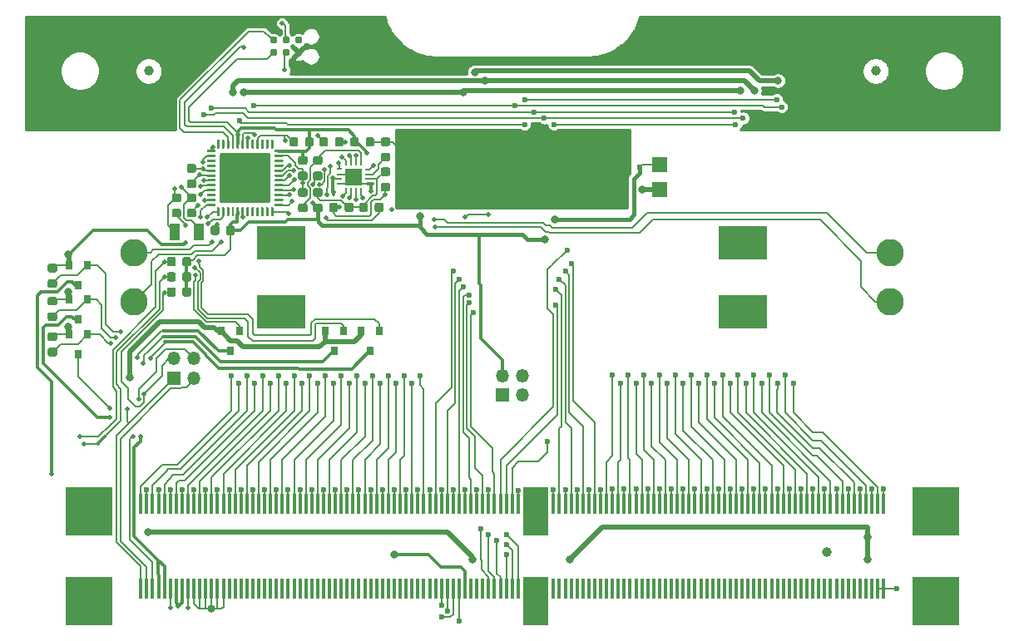
<source format=gbr>
G04 #@! TF.GenerationSoftware,KiCad,Pcbnew,5.1.5+dfsg1-2build2*
G04 #@! TF.CreationDate,2022-02-17T14:46:20+01:00*
G04 #@! TF.ProjectId,ModulAdapter_universal,4d6f6475-6c41-4646-9170-7465725f756e,rev?*
G04 #@! TF.SameCoordinates,Original*
G04 #@! TF.FileFunction,Copper,L1,Top*
G04 #@! TF.FilePolarity,Positive*
%FSLAX46Y46*%
G04 Gerber Fmt 4.6, Leading zero omitted, Abs format (unit mm)*
G04 Created by KiCad (PCBNEW 5.1.5+dfsg1-2build2) date 2022-02-17 14:46:20*
%MOMM*%
%LPD*%
G04 APERTURE LIST*
%ADD10R,1.501140X1.501140*%
%ADD11C,0.100000*%
%ADD12C,2.800000*%
%ADD13R,5.000000X3.500000*%
%ADD14R,2.600000X5.000000*%
%ADD15R,0.350000X2.000000*%
%ADD16R,4.800000X5.000000*%
%ADD17R,0.550000X0.270000*%
%ADD18R,0.270000X0.550000*%
%ADD19R,1.800000X1.800000*%
%ADD20R,1.350000X1.350000*%
%ADD21O,1.350000X1.350000*%
%ADD22C,0.787400*%
%ADD23R,0.800000X0.900000*%
%ADD24R,1.000000X1.800000*%
%ADD25C,1.000000*%
%ADD26C,0.600000*%
%ADD27C,0.800000*%
%ADD28C,0.500000*%
%ADD29C,0.200000*%
%ADD30C,0.500000*%
%ADD31C,0.300000*%
%ADD32C,0.150000*%
%ADD33C,0.152400*%
%ADD34C,0.450000*%
%ADD35C,0.350000*%
%ADD36C,0.254000*%
G04 APERTURE END LIST*
D10*
X114986000Y-86030000D03*
G04 #@! TA.AperFunction,SMDPad,CuDef*
D11*
G36*
X75171503Y-82313204D02*
G01*
X75195772Y-82316804D01*
X75219570Y-82322765D01*
X75242670Y-82331030D01*
X75264849Y-82341520D01*
X75285892Y-82354133D01*
X75305598Y-82368748D01*
X75323776Y-82385224D01*
X75340252Y-82403402D01*
X75354867Y-82423108D01*
X75367480Y-82444151D01*
X75377970Y-82466330D01*
X75386235Y-82489430D01*
X75392196Y-82513228D01*
X75395796Y-82537497D01*
X75397000Y-82562001D01*
X75397000Y-87211999D01*
X75395796Y-87236503D01*
X75392196Y-87260772D01*
X75386235Y-87284570D01*
X75377970Y-87307670D01*
X75367480Y-87329849D01*
X75354867Y-87350892D01*
X75340252Y-87370598D01*
X75323776Y-87388776D01*
X75305598Y-87405252D01*
X75285892Y-87419867D01*
X75264849Y-87432480D01*
X75242670Y-87442970D01*
X75219570Y-87451235D01*
X75195772Y-87457196D01*
X75171503Y-87460796D01*
X75146999Y-87462000D01*
X70497001Y-87462000D01*
X70472497Y-87460796D01*
X70448228Y-87457196D01*
X70424430Y-87451235D01*
X70401330Y-87442970D01*
X70379151Y-87432480D01*
X70358108Y-87419867D01*
X70338402Y-87405252D01*
X70320224Y-87388776D01*
X70303748Y-87370598D01*
X70289133Y-87350892D01*
X70276520Y-87329849D01*
X70266030Y-87307670D01*
X70257765Y-87284570D01*
X70251804Y-87260772D01*
X70248204Y-87236503D01*
X70247000Y-87211999D01*
X70247000Y-82562001D01*
X70248204Y-82537497D01*
X70251804Y-82513228D01*
X70257765Y-82489430D01*
X70266030Y-82466330D01*
X70276520Y-82444151D01*
X70289133Y-82423108D01*
X70303748Y-82403402D01*
X70320224Y-82385224D01*
X70338402Y-82368748D01*
X70358108Y-82354133D01*
X70379151Y-82341520D01*
X70401330Y-82331030D01*
X70424430Y-82322765D01*
X70448228Y-82316804D01*
X70472497Y-82313204D01*
X70497001Y-82312000D01*
X75146999Y-82312000D01*
X75171503Y-82313204D01*
G37*
G04 #@! TD.AperFunction*
G04 #@! TA.AperFunction,SMDPad,CuDef*
G36*
X69765626Y-82012301D02*
G01*
X69771693Y-82013201D01*
X69777643Y-82014691D01*
X69783418Y-82016758D01*
X69788962Y-82019380D01*
X69794223Y-82022533D01*
X69799150Y-82026187D01*
X69803694Y-82030306D01*
X69807813Y-82034850D01*
X69811467Y-82039777D01*
X69814620Y-82045038D01*
X69817242Y-82050582D01*
X69819309Y-82056357D01*
X69820799Y-82062307D01*
X69821699Y-82068374D01*
X69822000Y-82074500D01*
X69822000Y-82199500D01*
X69821699Y-82205626D01*
X69820799Y-82211693D01*
X69819309Y-82217643D01*
X69817242Y-82223418D01*
X69814620Y-82228962D01*
X69811467Y-82234223D01*
X69807813Y-82239150D01*
X69803694Y-82243694D01*
X69799150Y-82247813D01*
X69794223Y-82251467D01*
X69788962Y-82254620D01*
X69783418Y-82257242D01*
X69777643Y-82259309D01*
X69771693Y-82260799D01*
X69765626Y-82261699D01*
X69759500Y-82262000D01*
X69009500Y-82262000D01*
X69003374Y-82261699D01*
X68997307Y-82260799D01*
X68991357Y-82259309D01*
X68985582Y-82257242D01*
X68980038Y-82254620D01*
X68974777Y-82251467D01*
X68969850Y-82247813D01*
X68965306Y-82243694D01*
X68961187Y-82239150D01*
X68957533Y-82234223D01*
X68954380Y-82228962D01*
X68951758Y-82223418D01*
X68949691Y-82217643D01*
X68948201Y-82211693D01*
X68947301Y-82205626D01*
X68947000Y-82199500D01*
X68947000Y-82074500D01*
X68947301Y-82068374D01*
X68948201Y-82062307D01*
X68949691Y-82056357D01*
X68951758Y-82050582D01*
X68954380Y-82045038D01*
X68957533Y-82039777D01*
X68961187Y-82034850D01*
X68965306Y-82030306D01*
X68969850Y-82026187D01*
X68974777Y-82022533D01*
X68980038Y-82019380D01*
X68985582Y-82016758D01*
X68991357Y-82014691D01*
X68997307Y-82013201D01*
X69003374Y-82012301D01*
X69009500Y-82012000D01*
X69759500Y-82012000D01*
X69765626Y-82012301D01*
G37*
G04 #@! TD.AperFunction*
G04 #@! TA.AperFunction,SMDPad,CuDef*
G36*
X69765626Y-82512301D02*
G01*
X69771693Y-82513201D01*
X69777643Y-82514691D01*
X69783418Y-82516758D01*
X69788962Y-82519380D01*
X69794223Y-82522533D01*
X69799150Y-82526187D01*
X69803694Y-82530306D01*
X69807813Y-82534850D01*
X69811467Y-82539777D01*
X69814620Y-82545038D01*
X69817242Y-82550582D01*
X69819309Y-82556357D01*
X69820799Y-82562307D01*
X69821699Y-82568374D01*
X69822000Y-82574500D01*
X69822000Y-82699500D01*
X69821699Y-82705626D01*
X69820799Y-82711693D01*
X69819309Y-82717643D01*
X69817242Y-82723418D01*
X69814620Y-82728962D01*
X69811467Y-82734223D01*
X69807813Y-82739150D01*
X69803694Y-82743694D01*
X69799150Y-82747813D01*
X69794223Y-82751467D01*
X69788962Y-82754620D01*
X69783418Y-82757242D01*
X69777643Y-82759309D01*
X69771693Y-82760799D01*
X69765626Y-82761699D01*
X69759500Y-82762000D01*
X69009500Y-82762000D01*
X69003374Y-82761699D01*
X68997307Y-82760799D01*
X68991357Y-82759309D01*
X68985582Y-82757242D01*
X68980038Y-82754620D01*
X68974777Y-82751467D01*
X68969850Y-82747813D01*
X68965306Y-82743694D01*
X68961187Y-82739150D01*
X68957533Y-82734223D01*
X68954380Y-82728962D01*
X68951758Y-82723418D01*
X68949691Y-82717643D01*
X68948201Y-82711693D01*
X68947301Y-82705626D01*
X68947000Y-82699500D01*
X68947000Y-82574500D01*
X68947301Y-82568374D01*
X68948201Y-82562307D01*
X68949691Y-82556357D01*
X68951758Y-82550582D01*
X68954380Y-82545038D01*
X68957533Y-82539777D01*
X68961187Y-82534850D01*
X68965306Y-82530306D01*
X68969850Y-82526187D01*
X68974777Y-82522533D01*
X68980038Y-82519380D01*
X68985582Y-82516758D01*
X68991357Y-82514691D01*
X68997307Y-82513201D01*
X69003374Y-82512301D01*
X69009500Y-82512000D01*
X69759500Y-82512000D01*
X69765626Y-82512301D01*
G37*
G04 #@! TD.AperFunction*
G04 #@! TA.AperFunction,SMDPad,CuDef*
G36*
X69765626Y-83012301D02*
G01*
X69771693Y-83013201D01*
X69777643Y-83014691D01*
X69783418Y-83016758D01*
X69788962Y-83019380D01*
X69794223Y-83022533D01*
X69799150Y-83026187D01*
X69803694Y-83030306D01*
X69807813Y-83034850D01*
X69811467Y-83039777D01*
X69814620Y-83045038D01*
X69817242Y-83050582D01*
X69819309Y-83056357D01*
X69820799Y-83062307D01*
X69821699Y-83068374D01*
X69822000Y-83074500D01*
X69822000Y-83199500D01*
X69821699Y-83205626D01*
X69820799Y-83211693D01*
X69819309Y-83217643D01*
X69817242Y-83223418D01*
X69814620Y-83228962D01*
X69811467Y-83234223D01*
X69807813Y-83239150D01*
X69803694Y-83243694D01*
X69799150Y-83247813D01*
X69794223Y-83251467D01*
X69788962Y-83254620D01*
X69783418Y-83257242D01*
X69777643Y-83259309D01*
X69771693Y-83260799D01*
X69765626Y-83261699D01*
X69759500Y-83262000D01*
X69009500Y-83262000D01*
X69003374Y-83261699D01*
X68997307Y-83260799D01*
X68991357Y-83259309D01*
X68985582Y-83257242D01*
X68980038Y-83254620D01*
X68974777Y-83251467D01*
X68969850Y-83247813D01*
X68965306Y-83243694D01*
X68961187Y-83239150D01*
X68957533Y-83234223D01*
X68954380Y-83228962D01*
X68951758Y-83223418D01*
X68949691Y-83217643D01*
X68948201Y-83211693D01*
X68947301Y-83205626D01*
X68947000Y-83199500D01*
X68947000Y-83074500D01*
X68947301Y-83068374D01*
X68948201Y-83062307D01*
X68949691Y-83056357D01*
X68951758Y-83050582D01*
X68954380Y-83045038D01*
X68957533Y-83039777D01*
X68961187Y-83034850D01*
X68965306Y-83030306D01*
X68969850Y-83026187D01*
X68974777Y-83022533D01*
X68980038Y-83019380D01*
X68985582Y-83016758D01*
X68991357Y-83014691D01*
X68997307Y-83013201D01*
X69003374Y-83012301D01*
X69009500Y-83012000D01*
X69759500Y-83012000D01*
X69765626Y-83012301D01*
G37*
G04 #@! TD.AperFunction*
G04 #@! TA.AperFunction,SMDPad,CuDef*
G36*
X69765626Y-83512301D02*
G01*
X69771693Y-83513201D01*
X69777643Y-83514691D01*
X69783418Y-83516758D01*
X69788962Y-83519380D01*
X69794223Y-83522533D01*
X69799150Y-83526187D01*
X69803694Y-83530306D01*
X69807813Y-83534850D01*
X69811467Y-83539777D01*
X69814620Y-83545038D01*
X69817242Y-83550582D01*
X69819309Y-83556357D01*
X69820799Y-83562307D01*
X69821699Y-83568374D01*
X69822000Y-83574500D01*
X69822000Y-83699500D01*
X69821699Y-83705626D01*
X69820799Y-83711693D01*
X69819309Y-83717643D01*
X69817242Y-83723418D01*
X69814620Y-83728962D01*
X69811467Y-83734223D01*
X69807813Y-83739150D01*
X69803694Y-83743694D01*
X69799150Y-83747813D01*
X69794223Y-83751467D01*
X69788962Y-83754620D01*
X69783418Y-83757242D01*
X69777643Y-83759309D01*
X69771693Y-83760799D01*
X69765626Y-83761699D01*
X69759500Y-83762000D01*
X69009500Y-83762000D01*
X69003374Y-83761699D01*
X68997307Y-83760799D01*
X68991357Y-83759309D01*
X68985582Y-83757242D01*
X68980038Y-83754620D01*
X68974777Y-83751467D01*
X68969850Y-83747813D01*
X68965306Y-83743694D01*
X68961187Y-83739150D01*
X68957533Y-83734223D01*
X68954380Y-83728962D01*
X68951758Y-83723418D01*
X68949691Y-83717643D01*
X68948201Y-83711693D01*
X68947301Y-83705626D01*
X68947000Y-83699500D01*
X68947000Y-83574500D01*
X68947301Y-83568374D01*
X68948201Y-83562307D01*
X68949691Y-83556357D01*
X68951758Y-83550582D01*
X68954380Y-83545038D01*
X68957533Y-83539777D01*
X68961187Y-83534850D01*
X68965306Y-83530306D01*
X68969850Y-83526187D01*
X68974777Y-83522533D01*
X68980038Y-83519380D01*
X68985582Y-83516758D01*
X68991357Y-83514691D01*
X68997307Y-83513201D01*
X69003374Y-83512301D01*
X69009500Y-83512000D01*
X69759500Y-83512000D01*
X69765626Y-83512301D01*
G37*
G04 #@! TD.AperFunction*
G04 #@! TA.AperFunction,SMDPad,CuDef*
G36*
X69765626Y-84012301D02*
G01*
X69771693Y-84013201D01*
X69777643Y-84014691D01*
X69783418Y-84016758D01*
X69788962Y-84019380D01*
X69794223Y-84022533D01*
X69799150Y-84026187D01*
X69803694Y-84030306D01*
X69807813Y-84034850D01*
X69811467Y-84039777D01*
X69814620Y-84045038D01*
X69817242Y-84050582D01*
X69819309Y-84056357D01*
X69820799Y-84062307D01*
X69821699Y-84068374D01*
X69822000Y-84074500D01*
X69822000Y-84199500D01*
X69821699Y-84205626D01*
X69820799Y-84211693D01*
X69819309Y-84217643D01*
X69817242Y-84223418D01*
X69814620Y-84228962D01*
X69811467Y-84234223D01*
X69807813Y-84239150D01*
X69803694Y-84243694D01*
X69799150Y-84247813D01*
X69794223Y-84251467D01*
X69788962Y-84254620D01*
X69783418Y-84257242D01*
X69777643Y-84259309D01*
X69771693Y-84260799D01*
X69765626Y-84261699D01*
X69759500Y-84262000D01*
X69009500Y-84262000D01*
X69003374Y-84261699D01*
X68997307Y-84260799D01*
X68991357Y-84259309D01*
X68985582Y-84257242D01*
X68980038Y-84254620D01*
X68974777Y-84251467D01*
X68969850Y-84247813D01*
X68965306Y-84243694D01*
X68961187Y-84239150D01*
X68957533Y-84234223D01*
X68954380Y-84228962D01*
X68951758Y-84223418D01*
X68949691Y-84217643D01*
X68948201Y-84211693D01*
X68947301Y-84205626D01*
X68947000Y-84199500D01*
X68947000Y-84074500D01*
X68947301Y-84068374D01*
X68948201Y-84062307D01*
X68949691Y-84056357D01*
X68951758Y-84050582D01*
X68954380Y-84045038D01*
X68957533Y-84039777D01*
X68961187Y-84034850D01*
X68965306Y-84030306D01*
X68969850Y-84026187D01*
X68974777Y-84022533D01*
X68980038Y-84019380D01*
X68985582Y-84016758D01*
X68991357Y-84014691D01*
X68997307Y-84013201D01*
X69003374Y-84012301D01*
X69009500Y-84012000D01*
X69759500Y-84012000D01*
X69765626Y-84012301D01*
G37*
G04 #@! TD.AperFunction*
G04 #@! TA.AperFunction,SMDPad,CuDef*
G36*
X69765626Y-84512301D02*
G01*
X69771693Y-84513201D01*
X69777643Y-84514691D01*
X69783418Y-84516758D01*
X69788962Y-84519380D01*
X69794223Y-84522533D01*
X69799150Y-84526187D01*
X69803694Y-84530306D01*
X69807813Y-84534850D01*
X69811467Y-84539777D01*
X69814620Y-84545038D01*
X69817242Y-84550582D01*
X69819309Y-84556357D01*
X69820799Y-84562307D01*
X69821699Y-84568374D01*
X69822000Y-84574500D01*
X69822000Y-84699500D01*
X69821699Y-84705626D01*
X69820799Y-84711693D01*
X69819309Y-84717643D01*
X69817242Y-84723418D01*
X69814620Y-84728962D01*
X69811467Y-84734223D01*
X69807813Y-84739150D01*
X69803694Y-84743694D01*
X69799150Y-84747813D01*
X69794223Y-84751467D01*
X69788962Y-84754620D01*
X69783418Y-84757242D01*
X69777643Y-84759309D01*
X69771693Y-84760799D01*
X69765626Y-84761699D01*
X69759500Y-84762000D01*
X69009500Y-84762000D01*
X69003374Y-84761699D01*
X68997307Y-84760799D01*
X68991357Y-84759309D01*
X68985582Y-84757242D01*
X68980038Y-84754620D01*
X68974777Y-84751467D01*
X68969850Y-84747813D01*
X68965306Y-84743694D01*
X68961187Y-84739150D01*
X68957533Y-84734223D01*
X68954380Y-84728962D01*
X68951758Y-84723418D01*
X68949691Y-84717643D01*
X68948201Y-84711693D01*
X68947301Y-84705626D01*
X68947000Y-84699500D01*
X68947000Y-84574500D01*
X68947301Y-84568374D01*
X68948201Y-84562307D01*
X68949691Y-84556357D01*
X68951758Y-84550582D01*
X68954380Y-84545038D01*
X68957533Y-84539777D01*
X68961187Y-84534850D01*
X68965306Y-84530306D01*
X68969850Y-84526187D01*
X68974777Y-84522533D01*
X68980038Y-84519380D01*
X68985582Y-84516758D01*
X68991357Y-84514691D01*
X68997307Y-84513201D01*
X69003374Y-84512301D01*
X69009500Y-84512000D01*
X69759500Y-84512000D01*
X69765626Y-84512301D01*
G37*
G04 #@! TD.AperFunction*
G04 #@! TA.AperFunction,SMDPad,CuDef*
G36*
X69765626Y-85012301D02*
G01*
X69771693Y-85013201D01*
X69777643Y-85014691D01*
X69783418Y-85016758D01*
X69788962Y-85019380D01*
X69794223Y-85022533D01*
X69799150Y-85026187D01*
X69803694Y-85030306D01*
X69807813Y-85034850D01*
X69811467Y-85039777D01*
X69814620Y-85045038D01*
X69817242Y-85050582D01*
X69819309Y-85056357D01*
X69820799Y-85062307D01*
X69821699Y-85068374D01*
X69822000Y-85074500D01*
X69822000Y-85199500D01*
X69821699Y-85205626D01*
X69820799Y-85211693D01*
X69819309Y-85217643D01*
X69817242Y-85223418D01*
X69814620Y-85228962D01*
X69811467Y-85234223D01*
X69807813Y-85239150D01*
X69803694Y-85243694D01*
X69799150Y-85247813D01*
X69794223Y-85251467D01*
X69788962Y-85254620D01*
X69783418Y-85257242D01*
X69777643Y-85259309D01*
X69771693Y-85260799D01*
X69765626Y-85261699D01*
X69759500Y-85262000D01*
X69009500Y-85262000D01*
X69003374Y-85261699D01*
X68997307Y-85260799D01*
X68991357Y-85259309D01*
X68985582Y-85257242D01*
X68980038Y-85254620D01*
X68974777Y-85251467D01*
X68969850Y-85247813D01*
X68965306Y-85243694D01*
X68961187Y-85239150D01*
X68957533Y-85234223D01*
X68954380Y-85228962D01*
X68951758Y-85223418D01*
X68949691Y-85217643D01*
X68948201Y-85211693D01*
X68947301Y-85205626D01*
X68947000Y-85199500D01*
X68947000Y-85074500D01*
X68947301Y-85068374D01*
X68948201Y-85062307D01*
X68949691Y-85056357D01*
X68951758Y-85050582D01*
X68954380Y-85045038D01*
X68957533Y-85039777D01*
X68961187Y-85034850D01*
X68965306Y-85030306D01*
X68969850Y-85026187D01*
X68974777Y-85022533D01*
X68980038Y-85019380D01*
X68985582Y-85016758D01*
X68991357Y-85014691D01*
X68997307Y-85013201D01*
X69003374Y-85012301D01*
X69009500Y-85012000D01*
X69759500Y-85012000D01*
X69765626Y-85012301D01*
G37*
G04 #@! TD.AperFunction*
G04 #@! TA.AperFunction,SMDPad,CuDef*
G36*
X69765626Y-85512301D02*
G01*
X69771693Y-85513201D01*
X69777643Y-85514691D01*
X69783418Y-85516758D01*
X69788962Y-85519380D01*
X69794223Y-85522533D01*
X69799150Y-85526187D01*
X69803694Y-85530306D01*
X69807813Y-85534850D01*
X69811467Y-85539777D01*
X69814620Y-85545038D01*
X69817242Y-85550582D01*
X69819309Y-85556357D01*
X69820799Y-85562307D01*
X69821699Y-85568374D01*
X69822000Y-85574500D01*
X69822000Y-85699500D01*
X69821699Y-85705626D01*
X69820799Y-85711693D01*
X69819309Y-85717643D01*
X69817242Y-85723418D01*
X69814620Y-85728962D01*
X69811467Y-85734223D01*
X69807813Y-85739150D01*
X69803694Y-85743694D01*
X69799150Y-85747813D01*
X69794223Y-85751467D01*
X69788962Y-85754620D01*
X69783418Y-85757242D01*
X69777643Y-85759309D01*
X69771693Y-85760799D01*
X69765626Y-85761699D01*
X69759500Y-85762000D01*
X69009500Y-85762000D01*
X69003374Y-85761699D01*
X68997307Y-85760799D01*
X68991357Y-85759309D01*
X68985582Y-85757242D01*
X68980038Y-85754620D01*
X68974777Y-85751467D01*
X68969850Y-85747813D01*
X68965306Y-85743694D01*
X68961187Y-85739150D01*
X68957533Y-85734223D01*
X68954380Y-85728962D01*
X68951758Y-85723418D01*
X68949691Y-85717643D01*
X68948201Y-85711693D01*
X68947301Y-85705626D01*
X68947000Y-85699500D01*
X68947000Y-85574500D01*
X68947301Y-85568374D01*
X68948201Y-85562307D01*
X68949691Y-85556357D01*
X68951758Y-85550582D01*
X68954380Y-85545038D01*
X68957533Y-85539777D01*
X68961187Y-85534850D01*
X68965306Y-85530306D01*
X68969850Y-85526187D01*
X68974777Y-85522533D01*
X68980038Y-85519380D01*
X68985582Y-85516758D01*
X68991357Y-85514691D01*
X68997307Y-85513201D01*
X69003374Y-85512301D01*
X69009500Y-85512000D01*
X69759500Y-85512000D01*
X69765626Y-85512301D01*
G37*
G04 #@! TD.AperFunction*
G04 #@! TA.AperFunction,SMDPad,CuDef*
G36*
X69765626Y-86012301D02*
G01*
X69771693Y-86013201D01*
X69777643Y-86014691D01*
X69783418Y-86016758D01*
X69788962Y-86019380D01*
X69794223Y-86022533D01*
X69799150Y-86026187D01*
X69803694Y-86030306D01*
X69807813Y-86034850D01*
X69811467Y-86039777D01*
X69814620Y-86045038D01*
X69817242Y-86050582D01*
X69819309Y-86056357D01*
X69820799Y-86062307D01*
X69821699Y-86068374D01*
X69822000Y-86074500D01*
X69822000Y-86199500D01*
X69821699Y-86205626D01*
X69820799Y-86211693D01*
X69819309Y-86217643D01*
X69817242Y-86223418D01*
X69814620Y-86228962D01*
X69811467Y-86234223D01*
X69807813Y-86239150D01*
X69803694Y-86243694D01*
X69799150Y-86247813D01*
X69794223Y-86251467D01*
X69788962Y-86254620D01*
X69783418Y-86257242D01*
X69777643Y-86259309D01*
X69771693Y-86260799D01*
X69765626Y-86261699D01*
X69759500Y-86262000D01*
X69009500Y-86262000D01*
X69003374Y-86261699D01*
X68997307Y-86260799D01*
X68991357Y-86259309D01*
X68985582Y-86257242D01*
X68980038Y-86254620D01*
X68974777Y-86251467D01*
X68969850Y-86247813D01*
X68965306Y-86243694D01*
X68961187Y-86239150D01*
X68957533Y-86234223D01*
X68954380Y-86228962D01*
X68951758Y-86223418D01*
X68949691Y-86217643D01*
X68948201Y-86211693D01*
X68947301Y-86205626D01*
X68947000Y-86199500D01*
X68947000Y-86074500D01*
X68947301Y-86068374D01*
X68948201Y-86062307D01*
X68949691Y-86056357D01*
X68951758Y-86050582D01*
X68954380Y-86045038D01*
X68957533Y-86039777D01*
X68961187Y-86034850D01*
X68965306Y-86030306D01*
X68969850Y-86026187D01*
X68974777Y-86022533D01*
X68980038Y-86019380D01*
X68985582Y-86016758D01*
X68991357Y-86014691D01*
X68997307Y-86013201D01*
X69003374Y-86012301D01*
X69009500Y-86012000D01*
X69759500Y-86012000D01*
X69765626Y-86012301D01*
G37*
G04 #@! TD.AperFunction*
G04 #@! TA.AperFunction,SMDPad,CuDef*
G36*
X69765626Y-86512301D02*
G01*
X69771693Y-86513201D01*
X69777643Y-86514691D01*
X69783418Y-86516758D01*
X69788962Y-86519380D01*
X69794223Y-86522533D01*
X69799150Y-86526187D01*
X69803694Y-86530306D01*
X69807813Y-86534850D01*
X69811467Y-86539777D01*
X69814620Y-86545038D01*
X69817242Y-86550582D01*
X69819309Y-86556357D01*
X69820799Y-86562307D01*
X69821699Y-86568374D01*
X69822000Y-86574500D01*
X69822000Y-86699500D01*
X69821699Y-86705626D01*
X69820799Y-86711693D01*
X69819309Y-86717643D01*
X69817242Y-86723418D01*
X69814620Y-86728962D01*
X69811467Y-86734223D01*
X69807813Y-86739150D01*
X69803694Y-86743694D01*
X69799150Y-86747813D01*
X69794223Y-86751467D01*
X69788962Y-86754620D01*
X69783418Y-86757242D01*
X69777643Y-86759309D01*
X69771693Y-86760799D01*
X69765626Y-86761699D01*
X69759500Y-86762000D01*
X69009500Y-86762000D01*
X69003374Y-86761699D01*
X68997307Y-86760799D01*
X68991357Y-86759309D01*
X68985582Y-86757242D01*
X68980038Y-86754620D01*
X68974777Y-86751467D01*
X68969850Y-86747813D01*
X68965306Y-86743694D01*
X68961187Y-86739150D01*
X68957533Y-86734223D01*
X68954380Y-86728962D01*
X68951758Y-86723418D01*
X68949691Y-86717643D01*
X68948201Y-86711693D01*
X68947301Y-86705626D01*
X68947000Y-86699500D01*
X68947000Y-86574500D01*
X68947301Y-86568374D01*
X68948201Y-86562307D01*
X68949691Y-86556357D01*
X68951758Y-86550582D01*
X68954380Y-86545038D01*
X68957533Y-86539777D01*
X68961187Y-86534850D01*
X68965306Y-86530306D01*
X68969850Y-86526187D01*
X68974777Y-86522533D01*
X68980038Y-86519380D01*
X68985582Y-86516758D01*
X68991357Y-86514691D01*
X68997307Y-86513201D01*
X69003374Y-86512301D01*
X69009500Y-86512000D01*
X69759500Y-86512000D01*
X69765626Y-86512301D01*
G37*
G04 #@! TD.AperFunction*
G04 #@! TA.AperFunction,SMDPad,CuDef*
G36*
X69765626Y-87012301D02*
G01*
X69771693Y-87013201D01*
X69777643Y-87014691D01*
X69783418Y-87016758D01*
X69788962Y-87019380D01*
X69794223Y-87022533D01*
X69799150Y-87026187D01*
X69803694Y-87030306D01*
X69807813Y-87034850D01*
X69811467Y-87039777D01*
X69814620Y-87045038D01*
X69817242Y-87050582D01*
X69819309Y-87056357D01*
X69820799Y-87062307D01*
X69821699Y-87068374D01*
X69822000Y-87074500D01*
X69822000Y-87199500D01*
X69821699Y-87205626D01*
X69820799Y-87211693D01*
X69819309Y-87217643D01*
X69817242Y-87223418D01*
X69814620Y-87228962D01*
X69811467Y-87234223D01*
X69807813Y-87239150D01*
X69803694Y-87243694D01*
X69799150Y-87247813D01*
X69794223Y-87251467D01*
X69788962Y-87254620D01*
X69783418Y-87257242D01*
X69777643Y-87259309D01*
X69771693Y-87260799D01*
X69765626Y-87261699D01*
X69759500Y-87262000D01*
X69009500Y-87262000D01*
X69003374Y-87261699D01*
X68997307Y-87260799D01*
X68991357Y-87259309D01*
X68985582Y-87257242D01*
X68980038Y-87254620D01*
X68974777Y-87251467D01*
X68969850Y-87247813D01*
X68965306Y-87243694D01*
X68961187Y-87239150D01*
X68957533Y-87234223D01*
X68954380Y-87228962D01*
X68951758Y-87223418D01*
X68949691Y-87217643D01*
X68948201Y-87211693D01*
X68947301Y-87205626D01*
X68947000Y-87199500D01*
X68947000Y-87074500D01*
X68947301Y-87068374D01*
X68948201Y-87062307D01*
X68949691Y-87056357D01*
X68951758Y-87050582D01*
X68954380Y-87045038D01*
X68957533Y-87039777D01*
X68961187Y-87034850D01*
X68965306Y-87030306D01*
X68969850Y-87026187D01*
X68974777Y-87022533D01*
X68980038Y-87019380D01*
X68985582Y-87016758D01*
X68991357Y-87014691D01*
X68997307Y-87013201D01*
X69003374Y-87012301D01*
X69009500Y-87012000D01*
X69759500Y-87012000D01*
X69765626Y-87012301D01*
G37*
G04 #@! TD.AperFunction*
G04 #@! TA.AperFunction,SMDPad,CuDef*
G36*
X69765626Y-87512301D02*
G01*
X69771693Y-87513201D01*
X69777643Y-87514691D01*
X69783418Y-87516758D01*
X69788962Y-87519380D01*
X69794223Y-87522533D01*
X69799150Y-87526187D01*
X69803694Y-87530306D01*
X69807813Y-87534850D01*
X69811467Y-87539777D01*
X69814620Y-87545038D01*
X69817242Y-87550582D01*
X69819309Y-87556357D01*
X69820799Y-87562307D01*
X69821699Y-87568374D01*
X69822000Y-87574500D01*
X69822000Y-87699500D01*
X69821699Y-87705626D01*
X69820799Y-87711693D01*
X69819309Y-87717643D01*
X69817242Y-87723418D01*
X69814620Y-87728962D01*
X69811467Y-87734223D01*
X69807813Y-87739150D01*
X69803694Y-87743694D01*
X69799150Y-87747813D01*
X69794223Y-87751467D01*
X69788962Y-87754620D01*
X69783418Y-87757242D01*
X69777643Y-87759309D01*
X69771693Y-87760799D01*
X69765626Y-87761699D01*
X69759500Y-87762000D01*
X69009500Y-87762000D01*
X69003374Y-87761699D01*
X68997307Y-87760799D01*
X68991357Y-87759309D01*
X68985582Y-87757242D01*
X68980038Y-87754620D01*
X68974777Y-87751467D01*
X68969850Y-87747813D01*
X68965306Y-87743694D01*
X68961187Y-87739150D01*
X68957533Y-87734223D01*
X68954380Y-87728962D01*
X68951758Y-87723418D01*
X68949691Y-87717643D01*
X68948201Y-87711693D01*
X68947301Y-87705626D01*
X68947000Y-87699500D01*
X68947000Y-87574500D01*
X68947301Y-87568374D01*
X68948201Y-87562307D01*
X68949691Y-87556357D01*
X68951758Y-87550582D01*
X68954380Y-87545038D01*
X68957533Y-87539777D01*
X68961187Y-87534850D01*
X68965306Y-87530306D01*
X68969850Y-87526187D01*
X68974777Y-87522533D01*
X68980038Y-87519380D01*
X68985582Y-87516758D01*
X68991357Y-87514691D01*
X68997307Y-87513201D01*
X69003374Y-87512301D01*
X69009500Y-87512000D01*
X69759500Y-87512000D01*
X69765626Y-87512301D01*
G37*
G04 #@! TD.AperFunction*
G04 #@! TA.AperFunction,SMDPad,CuDef*
G36*
X70140626Y-87887301D02*
G01*
X70146693Y-87888201D01*
X70152643Y-87889691D01*
X70158418Y-87891758D01*
X70163962Y-87894380D01*
X70169223Y-87897533D01*
X70174150Y-87901187D01*
X70178694Y-87905306D01*
X70182813Y-87909850D01*
X70186467Y-87914777D01*
X70189620Y-87920038D01*
X70192242Y-87925582D01*
X70194309Y-87931357D01*
X70195799Y-87937307D01*
X70196699Y-87943374D01*
X70197000Y-87949500D01*
X70197000Y-88699500D01*
X70196699Y-88705626D01*
X70195799Y-88711693D01*
X70194309Y-88717643D01*
X70192242Y-88723418D01*
X70189620Y-88728962D01*
X70186467Y-88734223D01*
X70182813Y-88739150D01*
X70178694Y-88743694D01*
X70174150Y-88747813D01*
X70169223Y-88751467D01*
X70163962Y-88754620D01*
X70158418Y-88757242D01*
X70152643Y-88759309D01*
X70146693Y-88760799D01*
X70140626Y-88761699D01*
X70134500Y-88762000D01*
X70009500Y-88762000D01*
X70003374Y-88761699D01*
X69997307Y-88760799D01*
X69991357Y-88759309D01*
X69985582Y-88757242D01*
X69980038Y-88754620D01*
X69974777Y-88751467D01*
X69969850Y-88747813D01*
X69965306Y-88743694D01*
X69961187Y-88739150D01*
X69957533Y-88734223D01*
X69954380Y-88728962D01*
X69951758Y-88723418D01*
X69949691Y-88717643D01*
X69948201Y-88711693D01*
X69947301Y-88705626D01*
X69947000Y-88699500D01*
X69947000Y-87949500D01*
X69947301Y-87943374D01*
X69948201Y-87937307D01*
X69949691Y-87931357D01*
X69951758Y-87925582D01*
X69954380Y-87920038D01*
X69957533Y-87914777D01*
X69961187Y-87909850D01*
X69965306Y-87905306D01*
X69969850Y-87901187D01*
X69974777Y-87897533D01*
X69980038Y-87894380D01*
X69985582Y-87891758D01*
X69991357Y-87889691D01*
X69997307Y-87888201D01*
X70003374Y-87887301D01*
X70009500Y-87887000D01*
X70134500Y-87887000D01*
X70140626Y-87887301D01*
G37*
G04 #@! TD.AperFunction*
G04 #@! TA.AperFunction,SMDPad,CuDef*
G36*
X70640626Y-87887301D02*
G01*
X70646693Y-87888201D01*
X70652643Y-87889691D01*
X70658418Y-87891758D01*
X70663962Y-87894380D01*
X70669223Y-87897533D01*
X70674150Y-87901187D01*
X70678694Y-87905306D01*
X70682813Y-87909850D01*
X70686467Y-87914777D01*
X70689620Y-87920038D01*
X70692242Y-87925582D01*
X70694309Y-87931357D01*
X70695799Y-87937307D01*
X70696699Y-87943374D01*
X70697000Y-87949500D01*
X70697000Y-88699500D01*
X70696699Y-88705626D01*
X70695799Y-88711693D01*
X70694309Y-88717643D01*
X70692242Y-88723418D01*
X70689620Y-88728962D01*
X70686467Y-88734223D01*
X70682813Y-88739150D01*
X70678694Y-88743694D01*
X70674150Y-88747813D01*
X70669223Y-88751467D01*
X70663962Y-88754620D01*
X70658418Y-88757242D01*
X70652643Y-88759309D01*
X70646693Y-88760799D01*
X70640626Y-88761699D01*
X70634500Y-88762000D01*
X70509500Y-88762000D01*
X70503374Y-88761699D01*
X70497307Y-88760799D01*
X70491357Y-88759309D01*
X70485582Y-88757242D01*
X70480038Y-88754620D01*
X70474777Y-88751467D01*
X70469850Y-88747813D01*
X70465306Y-88743694D01*
X70461187Y-88739150D01*
X70457533Y-88734223D01*
X70454380Y-88728962D01*
X70451758Y-88723418D01*
X70449691Y-88717643D01*
X70448201Y-88711693D01*
X70447301Y-88705626D01*
X70447000Y-88699500D01*
X70447000Y-87949500D01*
X70447301Y-87943374D01*
X70448201Y-87937307D01*
X70449691Y-87931357D01*
X70451758Y-87925582D01*
X70454380Y-87920038D01*
X70457533Y-87914777D01*
X70461187Y-87909850D01*
X70465306Y-87905306D01*
X70469850Y-87901187D01*
X70474777Y-87897533D01*
X70480038Y-87894380D01*
X70485582Y-87891758D01*
X70491357Y-87889691D01*
X70497307Y-87888201D01*
X70503374Y-87887301D01*
X70509500Y-87887000D01*
X70634500Y-87887000D01*
X70640626Y-87887301D01*
G37*
G04 #@! TD.AperFunction*
G04 #@! TA.AperFunction,SMDPad,CuDef*
G36*
X71140626Y-87887301D02*
G01*
X71146693Y-87888201D01*
X71152643Y-87889691D01*
X71158418Y-87891758D01*
X71163962Y-87894380D01*
X71169223Y-87897533D01*
X71174150Y-87901187D01*
X71178694Y-87905306D01*
X71182813Y-87909850D01*
X71186467Y-87914777D01*
X71189620Y-87920038D01*
X71192242Y-87925582D01*
X71194309Y-87931357D01*
X71195799Y-87937307D01*
X71196699Y-87943374D01*
X71197000Y-87949500D01*
X71197000Y-88699500D01*
X71196699Y-88705626D01*
X71195799Y-88711693D01*
X71194309Y-88717643D01*
X71192242Y-88723418D01*
X71189620Y-88728962D01*
X71186467Y-88734223D01*
X71182813Y-88739150D01*
X71178694Y-88743694D01*
X71174150Y-88747813D01*
X71169223Y-88751467D01*
X71163962Y-88754620D01*
X71158418Y-88757242D01*
X71152643Y-88759309D01*
X71146693Y-88760799D01*
X71140626Y-88761699D01*
X71134500Y-88762000D01*
X71009500Y-88762000D01*
X71003374Y-88761699D01*
X70997307Y-88760799D01*
X70991357Y-88759309D01*
X70985582Y-88757242D01*
X70980038Y-88754620D01*
X70974777Y-88751467D01*
X70969850Y-88747813D01*
X70965306Y-88743694D01*
X70961187Y-88739150D01*
X70957533Y-88734223D01*
X70954380Y-88728962D01*
X70951758Y-88723418D01*
X70949691Y-88717643D01*
X70948201Y-88711693D01*
X70947301Y-88705626D01*
X70947000Y-88699500D01*
X70947000Y-87949500D01*
X70947301Y-87943374D01*
X70948201Y-87937307D01*
X70949691Y-87931357D01*
X70951758Y-87925582D01*
X70954380Y-87920038D01*
X70957533Y-87914777D01*
X70961187Y-87909850D01*
X70965306Y-87905306D01*
X70969850Y-87901187D01*
X70974777Y-87897533D01*
X70980038Y-87894380D01*
X70985582Y-87891758D01*
X70991357Y-87889691D01*
X70997307Y-87888201D01*
X71003374Y-87887301D01*
X71009500Y-87887000D01*
X71134500Y-87887000D01*
X71140626Y-87887301D01*
G37*
G04 #@! TD.AperFunction*
G04 #@! TA.AperFunction,SMDPad,CuDef*
G36*
X71640626Y-87887301D02*
G01*
X71646693Y-87888201D01*
X71652643Y-87889691D01*
X71658418Y-87891758D01*
X71663962Y-87894380D01*
X71669223Y-87897533D01*
X71674150Y-87901187D01*
X71678694Y-87905306D01*
X71682813Y-87909850D01*
X71686467Y-87914777D01*
X71689620Y-87920038D01*
X71692242Y-87925582D01*
X71694309Y-87931357D01*
X71695799Y-87937307D01*
X71696699Y-87943374D01*
X71697000Y-87949500D01*
X71697000Y-88699500D01*
X71696699Y-88705626D01*
X71695799Y-88711693D01*
X71694309Y-88717643D01*
X71692242Y-88723418D01*
X71689620Y-88728962D01*
X71686467Y-88734223D01*
X71682813Y-88739150D01*
X71678694Y-88743694D01*
X71674150Y-88747813D01*
X71669223Y-88751467D01*
X71663962Y-88754620D01*
X71658418Y-88757242D01*
X71652643Y-88759309D01*
X71646693Y-88760799D01*
X71640626Y-88761699D01*
X71634500Y-88762000D01*
X71509500Y-88762000D01*
X71503374Y-88761699D01*
X71497307Y-88760799D01*
X71491357Y-88759309D01*
X71485582Y-88757242D01*
X71480038Y-88754620D01*
X71474777Y-88751467D01*
X71469850Y-88747813D01*
X71465306Y-88743694D01*
X71461187Y-88739150D01*
X71457533Y-88734223D01*
X71454380Y-88728962D01*
X71451758Y-88723418D01*
X71449691Y-88717643D01*
X71448201Y-88711693D01*
X71447301Y-88705626D01*
X71447000Y-88699500D01*
X71447000Y-87949500D01*
X71447301Y-87943374D01*
X71448201Y-87937307D01*
X71449691Y-87931357D01*
X71451758Y-87925582D01*
X71454380Y-87920038D01*
X71457533Y-87914777D01*
X71461187Y-87909850D01*
X71465306Y-87905306D01*
X71469850Y-87901187D01*
X71474777Y-87897533D01*
X71480038Y-87894380D01*
X71485582Y-87891758D01*
X71491357Y-87889691D01*
X71497307Y-87888201D01*
X71503374Y-87887301D01*
X71509500Y-87887000D01*
X71634500Y-87887000D01*
X71640626Y-87887301D01*
G37*
G04 #@! TD.AperFunction*
G04 #@! TA.AperFunction,SMDPad,CuDef*
G36*
X72140626Y-87887301D02*
G01*
X72146693Y-87888201D01*
X72152643Y-87889691D01*
X72158418Y-87891758D01*
X72163962Y-87894380D01*
X72169223Y-87897533D01*
X72174150Y-87901187D01*
X72178694Y-87905306D01*
X72182813Y-87909850D01*
X72186467Y-87914777D01*
X72189620Y-87920038D01*
X72192242Y-87925582D01*
X72194309Y-87931357D01*
X72195799Y-87937307D01*
X72196699Y-87943374D01*
X72197000Y-87949500D01*
X72197000Y-88699500D01*
X72196699Y-88705626D01*
X72195799Y-88711693D01*
X72194309Y-88717643D01*
X72192242Y-88723418D01*
X72189620Y-88728962D01*
X72186467Y-88734223D01*
X72182813Y-88739150D01*
X72178694Y-88743694D01*
X72174150Y-88747813D01*
X72169223Y-88751467D01*
X72163962Y-88754620D01*
X72158418Y-88757242D01*
X72152643Y-88759309D01*
X72146693Y-88760799D01*
X72140626Y-88761699D01*
X72134500Y-88762000D01*
X72009500Y-88762000D01*
X72003374Y-88761699D01*
X71997307Y-88760799D01*
X71991357Y-88759309D01*
X71985582Y-88757242D01*
X71980038Y-88754620D01*
X71974777Y-88751467D01*
X71969850Y-88747813D01*
X71965306Y-88743694D01*
X71961187Y-88739150D01*
X71957533Y-88734223D01*
X71954380Y-88728962D01*
X71951758Y-88723418D01*
X71949691Y-88717643D01*
X71948201Y-88711693D01*
X71947301Y-88705626D01*
X71947000Y-88699500D01*
X71947000Y-87949500D01*
X71947301Y-87943374D01*
X71948201Y-87937307D01*
X71949691Y-87931357D01*
X71951758Y-87925582D01*
X71954380Y-87920038D01*
X71957533Y-87914777D01*
X71961187Y-87909850D01*
X71965306Y-87905306D01*
X71969850Y-87901187D01*
X71974777Y-87897533D01*
X71980038Y-87894380D01*
X71985582Y-87891758D01*
X71991357Y-87889691D01*
X71997307Y-87888201D01*
X72003374Y-87887301D01*
X72009500Y-87887000D01*
X72134500Y-87887000D01*
X72140626Y-87887301D01*
G37*
G04 #@! TD.AperFunction*
G04 #@! TA.AperFunction,SMDPad,CuDef*
G36*
X72640626Y-87887301D02*
G01*
X72646693Y-87888201D01*
X72652643Y-87889691D01*
X72658418Y-87891758D01*
X72663962Y-87894380D01*
X72669223Y-87897533D01*
X72674150Y-87901187D01*
X72678694Y-87905306D01*
X72682813Y-87909850D01*
X72686467Y-87914777D01*
X72689620Y-87920038D01*
X72692242Y-87925582D01*
X72694309Y-87931357D01*
X72695799Y-87937307D01*
X72696699Y-87943374D01*
X72697000Y-87949500D01*
X72697000Y-88699500D01*
X72696699Y-88705626D01*
X72695799Y-88711693D01*
X72694309Y-88717643D01*
X72692242Y-88723418D01*
X72689620Y-88728962D01*
X72686467Y-88734223D01*
X72682813Y-88739150D01*
X72678694Y-88743694D01*
X72674150Y-88747813D01*
X72669223Y-88751467D01*
X72663962Y-88754620D01*
X72658418Y-88757242D01*
X72652643Y-88759309D01*
X72646693Y-88760799D01*
X72640626Y-88761699D01*
X72634500Y-88762000D01*
X72509500Y-88762000D01*
X72503374Y-88761699D01*
X72497307Y-88760799D01*
X72491357Y-88759309D01*
X72485582Y-88757242D01*
X72480038Y-88754620D01*
X72474777Y-88751467D01*
X72469850Y-88747813D01*
X72465306Y-88743694D01*
X72461187Y-88739150D01*
X72457533Y-88734223D01*
X72454380Y-88728962D01*
X72451758Y-88723418D01*
X72449691Y-88717643D01*
X72448201Y-88711693D01*
X72447301Y-88705626D01*
X72447000Y-88699500D01*
X72447000Y-87949500D01*
X72447301Y-87943374D01*
X72448201Y-87937307D01*
X72449691Y-87931357D01*
X72451758Y-87925582D01*
X72454380Y-87920038D01*
X72457533Y-87914777D01*
X72461187Y-87909850D01*
X72465306Y-87905306D01*
X72469850Y-87901187D01*
X72474777Y-87897533D01*
X72480038Y-87894380D01*
X72485582Y-87891758D01*
X72491357Y-87889691D01*
X72497307Y-87888201D01*
X72503374Y-87887301D01*
X72509500Y-87887000D01*
X72634500Y-87887000D01*
X72640626Y-87887301D01*
G37*
G04 #@! TD.AperFunction*
G04 #@! TA.AperFunction,SMDPad,CuDef*
G36*
X73140626Y-87887301D02*
G01*
X73146693Y-87888201D01*
X73152643Y-87889691D01*
X73158418Y-87891758D01*
X73163962Y-87894380D01*
X73169223Y-87897533D01*
X73174150Y-87901187D01*
X73178694Y-87905306D01*
X73182813Y-87909850D01*
X73186467Y-87914777D01*
X73189620Y-87920038D01*
X73192242Y-87925582D01*
X73194309Y-87931357D01*
X73195799Y-87937307D01*
X73196699Y-87943374D01*
X73197000Y-87949500D01*
X73197000Y-88699500D01*
X73196699Y-88705626D01*
X73195799Y-88711693D01*
X73194309Y-88717643D01*
X73192242Y-88723418D01*
X73189620Y-88728962D01*
X73186467Y-88734223D01*
X73182813Y-88739150D01*
X73178694Y-88743694D01*
X73174150Y-88747813D01*
X73169223Y-88751467D01*
X73163962Y-88754620D01*
X73158418Y-88757242D01*
X73152643Y-88759309D01*
X73146693Y-88760799D01*
X73140626Y-88761699D01*
X73134500Y-88762000D01*
X73009500Y-88762000D01*
X73003374Y-88761699D01*
X72997307Y-88760799D01*
X72991357Y-88759309D01*
X72985582Y-88757242D01*
X72980038Y-88754620D01*
X72974777Y-88751467D01*
X72969850Y-88747813D01*
X72965306Y-88743694D01*
X72961187Y-88739150D01*
X72957533Y-88734223D01*
X72954380Y-88728962D01*
X72951758Y-88723418D01*
X72949691Y-88717643D01*
X72948201Y-88711693D01*
X72947301Y-88705626D01*
X72947000Y-88699500D01*
X72947000Y-87949500D01*
X72947301Y-87943374D01*
X72948201Y-87937307D01*
X72949691Y-87931357D01*
X72951758Y-87925582D01*
X72954380Y-87920038D01*
X72957533Y-87914777D01*
X72961187Y-87909850D01*
X72965306Y-87905306D01*
X72969850Y-87901187D01*
X72974777Y-87897533D01*
X72980038Y-87894380D01*
X72985582Y-87891758D01*
X72991357Y-87889691D01*
X72997307Y-87888201D01*
X73003374Y-87887301D01*
X73009500Y-87887000D01*
X73134500Y-87887000D01*
X73140626Y-87887301D01*
G37*
G04 #@! TD.AperFunction*
G04 #@! TA.AperFunction,SMDPad,CuDef*
G36*
X73640626Y-87887301D02*
G01*
X73646693Y-87888201D01*
X73652643Y-87889691D01*
X73658418Y-87891758D01*
X73663962Y-87894380D01*
X73669223Y-87897533D01*
X73674150Y-87901187D01*
X73678694Y-87905306D01*
X73682813Y-87909850D01*
X73686467Y-87914777D01*
X73689620Y-87920038D01*
X73692242Y-87925582D01*
X73694309Y-87931357D01*
X73695799Y-87937307D01*
X73696699Y-87943374D01*
X73697000Y-87949500D01*
X73697000Y-88699500D01*
X73696699Y-88705626D01*
X73695799Y-88711693D01*
X73694309Y-88717643D01*
X73692242Y-88723418D01*
X73689620Y-88728962D01*
X73686467Y-88734223D01*
X73682813Y-88739150D01*
X73678694Y-88743694D01*
X73674150Y-88747813D01*
X73669223Y-88751467D01*
X73663962Y-88754620D01*
X73658418Y-88757242D01*
X73652643Y-88759309D01*
X73646693Y-88760799D01*
X73640626Y-88761699D01*
X73634500Y-88762000D01*
X73509500Y-88762000D01*
X73503374Y-88761699D01*
X73497307Y-88760799D01*
X73491357Y-88759309D01*
X73485582Y-88757242D01*
X73480038Y-88754620D01*
X73474777Y-88751467D01*
X73469850Y-88747813D01*
X73465306Y-88743694D01*
X73461187Y-88739150D01*
X73457533Y-88734223D01*
X73454380Y-88728962D01*
X73451758Y-88723418D01*
X73449691Y-88717643D01*
X73448201Y-88711693D01*
X73447301Y-88705626D01*
X73447000Y-88699500D01*
X73447000Y-87949500D01*
X73447301Y-87943374D01*
X73448201Y-87937307D01*
X73449691Y-87931357D01*
X73451758Y-87925582D01*
X73454380Y-87920038D01*
X73457533Y-87914777D01*
X73461187Y-87909850D01*
X73465306Y-87905306D01*
X73469850Y-87901187D01*
X73474777Y-87897533D01*
X73480038Y-87894380D01*
X73485582Y-87891758D01*
X73491357Y-87889691D01*
X73497307Y-87888201D01*
X73503374Y-87887301D01*
X73509500Y-87887000D01*
X73634500Y-87887000D01*
X73640626Y-87887301D01*
G37*
G04 #@! TD.AperFunction*
G04 #@! TA.AperFunction,SMDPad,CuDef*
G36*
X74140626Y-87887301D02*
G01*
X74146693Y-87888201D01*
X74152643Y-87889691D01*
X74158418Y-87891758D01*
X74163962Y-87894380D01*
X74169223Y-87897533D01*
X74174150Y-87901187D01*
X74178694Y-87905306D01*
X74182813Y-87909850D01*
X74186467Y-87914777D01*
X74189620Y-87920038D01*
X74192242Y-87925582D01*
X74194309Y-87931357D01*
X74195799Y-87937307D01*
X74196699Y-87943374D01*
X74197000Y-87949500D01*
X74197000Y-88699500D01*
X74196699Y-88705626D01*
X74195799Y-88711693D01*
X74194309Y-88717643D01*
X74192242Y-88723418D01*
X74189620Y-88728962D01*
X74186467Y-88734223D01*
X74182813Y-88739150D01*
X74178694Y-88743694D01*
X74174150Y-88747813D01*
X74169223Y-88751467D01*
X74163962Y-88754620D01*
X74158418Y-88757242D01*
X74152643Y-88759309D01*
X74146693Y-88760799D01*
X74140626Y-88761699D01*
X74134500Y-88762000D01*
X74009500Y-88762000D01*
X74003374Y-88761699D01*
X73997307Y-88760799D01*
X73991357Y-88759309D01*
X73985582Y-88757242D01*
X73980038Y-88754620D01*
X73974777Y-88751467D01*
X73969850Y-88747813D01*
X73965306Y-88743694D01*
X73961187Y-88739150D01*
X73957533Y-88734223D01*
X73954380Y-88728962D01*
X73951758Y-88723418D01*
X73949691Y-88717643D01*
X73948201Y-88711693D01*
X73947301Y-88705626D01*
X73947000Y-88699500D01*
X73947000Y-87949500D01*
X73947301Y-87943374D01*
X73948201Y-87937307D01*
X73949691Y-87931357D01*
X73951758Y-87925582D01*
X73954380Y-87920038D01*
X73957533Y-87914777D01*
X73961187Y-87909850D01*
X73965306Y-87905306D01*
X73969850Y-87901187D01*
X73974777Y-87897533D01*
X73980038Y-87894380D01*
X73985582Y-87891758D01*
X73991357Y-87889691D01*
X73997307Y-87888201D01*
X74003374Y-87887301D01*
X74009500Y-87887000D01*
X74134500Y-87887000D01*
X74140626Y-87887301D01*
G37*
G04 #@! TD.AperFunction*
G04 #@! TA.AperFunction,SMDPad,CuDef*
G36*
X74640626Y-87887301D02*
G01*
X74646693Y-87888201D01*
X74652643Y-87889691D01*
X74658418Y-87891758D01*
X74663962Y-87894380D01*
X74669223Y-87897533D01*
X74674150Y-87901187D01*
X74678694Y-87905306D01*
X74682813Y-87909850D01*
X74686467Y-87914777D01*
X74689620Y-87920038D01*
X74692242Y-87925582D01*
X74694309Y-87931357D01*
X74695799Y-87937307D01*
X74696699Y-87943374D01*
X74697000Y-87949500D01*
X74697000Y-88699500D01*
X74696699Y-88705626D01*
X74695799Y-88711693D01*
X74694309Y-88717643D01*
X74692242Y-88723418D01*
X74689620Y-88728962D01*
X74686467Y-88734223D01*
X74682813Y-88739150D01*
X74678694Y-88743694D01*
X74674150Y-88747813D01*
X74669223Y-88751467D01*
X74663962Y-88754620D01*
X74658418Y-88757242D01*
X74652643Y-88759309D01*
X74646693Y-88760799D01*
X74640626Y-88761699D01*
X74634500Y-88762000D01*
X74509500Y-88762000D01*
X74503374Y-88761699D01*
X74497307Y-88760799D01*
X74491357Y-88759309D01*
X74485582Y-88757242D01*
X74480038Y-88754620D01*
X74474777Y-88751467D01*
X74469850Y-88747813D01*
X74465306Y-88743694D01*
X74461187Y-88739150D01*
X74457533Y-88734223D01*
X74454380Y-88728962D01*
X74451758Y-88723418D01*
X74449691Y-88717643D01*
X74448201Y-88711693D01*
X74447301Y-88705626D01*
X74447000Y-88699500D01*
X74447000Y-87949500D01*
X74447301Y-87943374D01*
X74448201Y-87937307D01*
X74449691Y-87931357D01*
X74451758Y-87925582D01*
X74454380Y-87920038D01*
X74457533Y-87914777D01*
X74461187Y-87909850D01*
X74465306Y-87905306D01*
X74469850Y-87901187D01*
X74474777Y-87897533D01*
X74480038Y-87894380D01*
X74485582Y-87891758D01*
X74491357Y-87889691D01*
X74497307Y-87888201D01*
X74503374Y-87887301D01*
X74509500Y-87887000D01*
X74634500Y-87887000D01*
X74640626Y-87887301D01*
G37*
G04 #@! TD.AperFunction*
G04 #@! TA.AperFunction,SMDPad,CuDef*
G36*
X75140626Y-87887301D02*
G01*
X75146693Y-87888201D01*
X75152643Y-87889691D01*
X75158418Y-87891758D01*
X75163962Y-87894380D01*
X75169223Y-87897533D01*
X75174150Y-87901187D01*
X75178694Y-87905306D01*
X75182813Y-87909850D01*
X75186467Y-87914777D01*
X75189620Y-87920038D01*
X75192242Y-87925582D01*
X75194309Y-87931357D01*
X75195799Y-87937307D01*
X75196699Y-87943374D01*
X75197000Y-87949500D01*
X75197000Y-88699500D01*
X75196699Y-88705626D01*
X75195799Y-88711693D01*
X75194309Y-88717643D01*
X75192242Y-88723418D01*
X75189620Y-88728962D01*
X75186467Y-88734223D01*
X75182813Y-88739150D01*
X75178694Y-88743694D01*
X75174150Y-88747813D01*
X75169223Y-88751467D01*
X75163962Y-88754620D01*
X75158418Y-88757242D01*
X75152643Y-88759309D01*
X75146693Y-88760799D01*
X75140626Y-88761699D01*
X75134500Y-88762000D01*
X75009500Y-88762000D01*
X75003374Y-88761699D01*
X74997307Y-88760799D01*
X74991357Y-88759309D01*
X74985582Y-88757242D01*
X74980038Y-88754620D01*
X74974777Y-88751467D01*
X74969850Y-88747813D01*
X74965306Y-88743694D01*
X74961187Y-88739150D01*
X74957533Y-88734223D01*
X74954380Y-88728962D01*
X74951758Y-88723418D01*
X74949691Y-88717643D01*
X74948201Y-88711693D01*
X74947301Y-88705626D01*
X74947000Y-88699500D01*
X74947000Y-87949500D01*
X74947301Y-87943374D01*
X74948201Y-87937307D01*
X74949691Y-87931357D01*
X74951758Y-87925582D01*
X74954380Y-87920038D01*
X74957533Y-87914777D01*
X74961187Y-87909850D01*
X74965306Y-87905306D01*
X74969850Y-87901187D01*
X74974777Y-87897533D01*
X74980038Y-87894380D01*
X74985582Y-87891758D01*
X74991357Y-87889691D01*
X74997307Y-87888201D01*
X75003374Y-87887301D01*
X75009500Y-87887000D01*
X75134500Y-87887000D01*
X75140626Y-87887301D01*
G37*
G04 #@! TD.AperFunction*
G04 #@! TA.AperFunction,SMDPad,CuDef*
G36*
X75640626Y-87887301D02*
G01*
X75646693Y-87888201D01*
X75652643Y-87889691D01*
X75658418Y-87891758D01*
X75663962Y-87894380D01*
X75669223Y-87897533D01*
X75674150Y-87901187D01*
X75678694Y-87905306D01*
X75682813Y-87909850D01*
X75686467Y-87914777D01*
X75689620Y-87920038D01*
X75692242Y-87925582D01*
X75694309Y-87931357D01*
X75695799Y-87937307D01*
X75696699Y-87943374D01*
X75697000Y-87949500D01*
X75697000Y-88699500D01*
X75696699Y-88705626D01*
X75695799Y-88711693D01*
X75694309Y-88717643D01*
X75692242Y-88723418D01*
X75689620Y-88728962D01*
X75686467Y-88734223D01*
X75682813Y-88739150D01*
X75678694Y-88743694D01*
X75674150Y-88747813D01*
X75669223Y-88751467D01*
X75663962Y-88754620D01*
X75658418Y-88757242D01*
X75652643Y-88759309D01*
X75646693Y-88760799D01*
X75640626Y-88761699D01*
X75634500Y-88762000D01*
X75509500Y-88762000D01*
X75503374Y-88761699D01*
X75497307Y-88760799D01*
X75491357Y-88759309D01*
X75485582Y-88757242D01*
X75480038Y-88754620D01*
X75474777Y-88751467D01*
X75469850Y-88747813D01*
X75465306Y-88743694D01*
X75461187Y-88739150D01*
X75457533Y-88734223D01*
X75454380Y-88728962D01*
X75451758Y-88723418D01*
X75449691Y-88717643D01*
X75448201Y-88711693D01*
X75447301Y-88705626D01*
X75447000Y-88699500D01*
X75447000Y-87949500D01*
X75447301Y-87943374D01*
X75448201Y-87937307D01*
X75449691Y-87931357D01*
X75451758Y-87925582D01*
X75454380Y-87920038D01*
X75457533Y-87914777D01*
X75461187Y-87909850D01*
X75465306Y-87905306D01*
X75469850Y-87901187D01*
X75474777Y-87897533D01*
X75480038Y-87894380D01*
X75485582Y-87891758D01*
X75491357Y-87889691D01*
X75497307Y-87888201D01*
X75503374Y-87887301D01*
X75509500Y-87887000D01*
X75634500Y-87887000D01*
X75640626Y-87887301D01*
G37*
G04 #@! TD.AperFunction*
G04 #@! TA.AperFunction,SMDPad,CuDef*
G36*
X76640626Y-87512301D02*
G01*
X76646693Y-87513201D01*
X76652643Y-87514691D01*
X76658418Y-87516758D01*
X76663962Y-87519380D01*
X76669223Y-87522533D01*
X76674150Y-87526187D01*
X76678694Y-87530306D01*
X76682813Y-87534850D01*
X76686467Y-87539777D01*
X76689620Y-87545038D01*
X76692242Y-87550582D01*
X76694309Y-87556357D01*
X76695799Y-87562307D01*
X76696699Y-87568374D01*
X76697000Y-87574500D01*
X76697000Y-87699500D01*
X76696699Y-87705626D01*
X76695799Y-87711693D01*
X76694309Y-87717643D01*
X76692242Y-87723418D01*
X76689620Y-87728962D01*
X76686467Y-87734223D01*
X76682813Y-87739150D01*
X76678694Y-87743694D01*
X76674150Y-87747813D01*
X76669223Y-87751467D01*
X76663962Y-87754620D01*
X76658418Y-87757242D01*
X76652643Y-87759309D01*
X76646693Y-87760799D01*
X76640626Y-87761699D01*
X76634500Y-87762000D01*
X75884500Y-87762000D01*
X75878374Y-87761699D01*
X75872307Y-87760799D01*
X75866357Y-87759309D01*
X75860582Y-87757242D01*
X75855038Y-87754620D01*
X75849777Y-87751467D01*
X75844850Y-87747813D01*
X75840306Y-87743694D01*
X75836187Y-87739150D01*
X75832533Y-87734223D01*
X75829380Y-87728962D01*
X75826758Y-87723418D01*
X75824691Y-87717643D01*
X75823201Y-87711693D01*
X75822301Y-87705626D01*
X75822000Y-87699500D01*
X75822000Y-87574500D01*
X75822301Y-87568374D01*
X75823201Y-87562307D01*
X75824691Y-87556357D01*
X75826758Y-87550582D01*
X75829380Y-87545038D01*
X75832533Y-87539777D01*
X75836187Y-87534850D01*
X75840306Y-87530306D01*
X75844850Y-87526187D01*
X75849777Y-87522533D01*
X75855038Y-87519380D01*
X75860582Y-87516758D01*
X75866357Y-87514691D01*
X75872307Y-87513201D01*
X75878374Y-87512301D01*
X75884500Y-87512000D01*
X76634500Y-87512000D01*
X76640626Y-87512301D01*
G37*
G04 #@! TD.AperFunction*
G04 #@! TA.AperFunction,SMDPad,CuDef*
G36*
X76640626Y-87012301D02*
G01*
X76646693Y-87013201D01*
X76652643Y-87014691D01*
X76658418Y-87016758D01*
X76663962Y-87019380D01*
X76669223Y-87022533D01*
X76674150Y-87026187D01*
X76678694Y-87030306D01*
X76682813Y-87034850D01*
X76686467Y-87039777D01*
X76689620Y-87045038D01*
X76692242Y-87050582D01*
X76694309Y-87056357D01*
X76695799Y-87062307D01*
X76696699Y-87068374D01*
X76697000Y-87074500D01*
X76697000Y-87199500D01*
X76696699Y-87205626D01*
X76695799Y-87211693D01*
X76694309Y-87217643D01*
X76692242Y-87223418D01*
X76689620Y-87228962D01*
X76686467Y-87234223D01*
X76682813Y-87239150D01*
X76678694Y-87243694D01*
X76674150Y-87247813D01*
X76669223Y-87251467D01*
X76663962Y-87254620D01*
X76658418Y-87257242D01*
X76652643Y-87259309D01*
X76646693Y-87260799D01*
X76640626Y-87261699D01*
X76634500Y-87262000D01*
X75884500Y-87262000D01*
X75878374Y-87261699D01*
X75872307Y-87260799D01*
X75866357Y-87259309D01*
X75860582Y-87257242D01*
X75855038Y-87254620D01*
X75849777Y-87251467D01*
X75844850Y-87247813D01*
X75840306Y-87243694D01*
X75836187Y-87239150D01*
X75832533Y-87234223D01*
X75829380Y-87228962D01*
X75826758Y-87223418D01*
X75824691Y-87217643D01*
X75823201Y-87211693D01*
X75822301Y-87205626D01*
X75822000Y-87199500D01*
X75822000Y-87074500D01*
X75822301Y-87068374D01*
X75823201Y-87062307D01*
X75824691Y-87056357D01*
X75826758Y-87050582D01*
X75829380Y-87045038D01*
X75832533Y-87039777D01*
X75836187Y-87034850D01*
X75840306Y-87030306D01*
X75844850Y-87026187D01*
X75849777Y-87022533D01*
X75855038Y-87019380D01*
X75860582Y-87016758D01*
X75866357Y-87014691D01*
X75872307Y-87013201D01*
X75878374Y-87012301D01*
X75884500Y-87012000D01*
X76634500Y-87012000D01*
X76640626Y-87012301D01*
G37*
G04 #@! TD.AperFunction*
G04 #@! TA.AperFunction,SMDPad,CuDef*
G36*
X76640626Y-86512301D02*
G01*
X76646693Y-86513201D01*
X76652643Y-86514691D01*
X76658418Y-86516758D01*
X76663962Y-86519380D01*
X76669223Y-86522533D01*
X76674150Y-86526187D01*
X76678694Y-86530306D01*
X76682813Y-86534850D01*
X76686467Y-86539777D01*
X76689620Y-86545038D01*
X76692242Y-86550582D01*
X76694309Y-86556357D01*
X76695799Y-86562307D01*
X76696699Y-86568374D01*
X76697000Y-86574500D01*
X76697000Y-86699500D01*
X76696699Y-86705626D01*
X76695799Y-86711693D01*
X76694309Y-86717643D01*
X76692242Y-86723418D01*
X76689620Y-86728962D01*
X76686467Y-86734223D01*
X76682813Y-86739150D01*
X76678694Y-86743694D01*
X76674150Y-86747813D01*
X76669223Y-86751467D01*
X76663962Y-86754620D01*
X76658418Y-86757242D01*
X76652643Y-86759309D01*
X76646693Y-86760799D01*
X76640626Y-86761699D01*
X76634500Y-86762000D01*
X75884500Y-86762000D01*
X75878374Y-86761699D01*
X75872307Y-86760799D01*
X75866357Y-86759309D01*
X75860582Y-86757242D01*
X75855038Y-86754620D01*
X75849777Y-86751467D01*
X75844850Y-86747813D01*
X75840306Y-86743694D01*
X75836187Y-86739150D01*
X75832533Y-86734223D01*
X75829380Y-86728962D01*
X75826758Y-86723418D01*
X75824691Y-86717643D01*
X75823201Y-86711693D01*
X75822301Y-86705626D01*
X75822000Y-86699500D01*
X75822000Y-86574500D01*
X75822301Y-86568374D01*
X75823201Y-86562307D01*
X75824691Y-86556357D01*
X75826758Y-86550582D01*
X75829380Y-86545038D01*
X75832533Y-86539777D01*
X75836187Y-86534850D01*
X75840306Y-86530306D01*
X75844850Y-86526187D01*
X75849777Y-86522533D01*
X75855038Y-86519380D01*
X75860582Y-86516758D01*
X75866357Y-86514691D01*
X75872307Y-86513201D01*
X75878374Y-86512301D01*
X75884500Y-86512000D01*
X76634500Y-86512000D01*
X76640626Y-86512301D01*
G37*
G04 #@! TD.AperFunction*
G04 #@! TA.AperFunction,SMDPad,CuDef*
G36*
X76640626Y-86012301D02*
G01*
X76646693Y-86013201D01*
X76652643Y-86014691D01*
X76658418Y-86016758D01*
X76663962Y-86019380D01*
X76669223Y-86022533D01*
X76674150Y-86026187D01*
X76678694Y-86030306D01*
X76682813Y-86034850D01*
X76686467Y-86039777D01*
X76689620Y-86045038D01*
X76692242Y-86050582D01*
X76694309Y-86056357D01*
X76695799Y-86062307D01*
X76696699Y-86068374D01*
X76697000Y-86074500D01*
X76697000Y-86199500D01*
X76696699Y-86205626D01*
X76695799Y-86211693D01*
X76694309Y-86217643D01*
X76692242Y-86223418D01*
X76689620Y-86228962D01*
X76686467Y-86234223D01*
X76682813Y-86239150D01*
X76678694Y-86243694D01*
X76674150Y-86247813D01*
X76669223Y-86251467D01*
X76663962Y-86254620D01*
X76658418Y-86257242D01*
X76652643Y-86259309D01*
X76646693Y-86260799D01*
X76640626Y-86261699D01*
X76634500Y-86262000D01*
X75884500Y-86262000D01*
X75878374Y-86261699D01*
X75872307Y-86260799D01*
X75866357Y-86259309D01*
X75860582Y-86257242D01*
X75855038Y-86254620D01*
X75849777Y-86251467D01*
X75844850Y-86247813D01*
X75840306Y-86243694D01*
X75836187Y-86239150D01*
X75832533Y-86234223D01*
X75829380Y-86228962D01*
X75826758Y-86223418D01*
X75824691Y-86217643D01*
X75823201Y-86211693D01*
X75822301Y-86205626D01*
X75822000Y-86199500D01*
X75822000Y-86074500D01*
X75822301Y-86068374D01*
X75823201Y-86062307D01*
X75824691Y-86056357D01*
X75826758Y-86050582D01*
X75829380Y-86045038D01*
X75832533Y-86039777D01*
X75836187Y-86034850D01*
X75840306Y-86030306D01*
X75844850Y-86026187D01*
X75849777Y-86022533D01*
X75855038Y-86019380D01*
X75860582Y-86016758D01*
X75866357Y-86014691D01*
X75872307Y-86013201D01*
X75878374Y-86012301D01*
X75884500Y-86012000D01*
X76634500Y-86012000D01*
X76640626Y-86012301D01*
G37*
G04 #@! TD.AperFunction*
G04 #@! TA.AperFunction,SMDPad,CuDef*
G36*
X76640626Y-85512301D02*
G01*
X76646693Y-85513201D01*
X76652643Y-85514691D01*
X76658418Y-85516758D01*
X76663962Y-85519380D01*
X76669223Y-85522533D01*
X76674150Y-85526187D01*
X76678694Y-85530306D01*
X76682813Y-85534850D01*
X76686467Y-85539777D01*
X76689620Y-85545038D01*
X76692242Y-85550582D01*
X76694309Y-85556357D01*
X76695799Y-85562307D01*
X76696699Y-85568374D01*
X76697000Y-85574500D01*
X76697000Y-85699500D01*
X76696699Y-85705626D01*
X76695799Y-85711693D01*
X76694309Y-85717643D01*
X76692242Y-85723418D01*
X76689620Y-85728962D01*
X76686467Y-85734223D01*
X76682813Y-85739150D01*
X76678694Y-85743694D01*
X76674150Y-85747813D01*
X76669223Y-85751467D01*
X76663962Y-85754620D01*
X76658418Y-85757242D01*
X76652643Y-85759309D01*
X76646693Y-85760799D01*
X76640626Y-85761699D01*
X76634500Y-85762000D01*
X75884500Y-85762000D01*
X75878374Y-85761699D01*
X75872307Y-85760799D01*
X75866357Y-85759309D01*
X75860582Y-85757242D01*
X75855038Y-85754620D01*
X75849777Y-85751467D01*
X75844850Y-85747813D01*
X75840306Y-85743694D01*
X75836187Y-85739150D01*
X75832533Y-85734223D01*
X75829380Y-85728962D01*
X75826758Y-85723418D01*
X75824691Y-85717643D01*
X75823201Y-85711693D01*
X75822301Y-85705626D01*
X75822000Y-85699500D01*
X75822000Y-85574500D01*
X75822301Y-85568374D01*
X75823201Y-85562307D01*
X75824691Y-85556357D01*
X75826758Y-85550582D01*
X75829380Y-85545038D01*
X75832533Y-85539777D01*
X75836187Y-85534850D01*
X75840306Y-85530306D01*
X75844850Y-85526187D01*
X75849777Y-85522533D01*
X75855038Y-85519380D01*
X75860582Y-85516758D01*
X75866357Y-85514691D01*
X75872307Y-85513201D01*
X75878374Y-85512301D01*
X75884500Y-85512000D01*
X76634500Y-85512000D01*
X76640626Y-85512301D01*
G37*
G04 #@! TD.AperFunction*
G04 #@! TA.AperFunction,SMDPad,CuDef*
G36*
X76640626Y-85012301D02*
G01*
X76646693Y-85013201D01*
X76652643Y-85014691D01*
X76658418Y-85016758D01*
X76663962Y-85019380D01*
X76669223Y-85022533D01*
X76674150Y-85026187D01*
X76678694Y-85030306D01*
X76682813Y-85034850D01*
X76686467Y-85039777D01*
X76689620Y-85045038D01*
X76692242Y-85050582D01*
X76694309Y-85056357D01*
X76695799Y-85062307D01*
X76696699Y-85068374D01*
X76697000Y-85074500D01*
X76697000Y-85199500D01*
X76696699Y-85205626D01*
X76695799Y-85211693D01*
X76694309Y-85217643D01*
X76692242Y-85223418D01*
X76689620Y-85228962D01*
X76686467Y-85234223D01*
X76682813Y-85239150D01*
X76678694Y-85243694D01*
X76674150Y-85247813D01*
X76669223Y-85251467D01*
X76663962Y-85254620D01*
X76658418Y-85257242D01*
X76652643Y-85259309D01*
X76646693Y-85260799D01*
X76640626Y-85261699D01*
X76634500Y-85262000D01*
X75884500Y-85262000D01*
X75878374Y-85261699D01*
X75872307Y-85260799D01*
X75866357Y-85259309D01*
X75860582Y-85257242D01*
X75855038Y-85254620D01*
X75849777Y-85251467D01*
X75844850Y-85247813D01*
X75840306Y-85243694D01*
X75836187Y-85239150D01*
X75832533Y-85234223D01*
X75829380Y-85228962D01*
X75826758Y-85223418D01*
X75824691Y-85217643D01*
X75823201Y-85211693D01*
X75822301Y-85205626D01*
X75822000Y-85199500D01*
X75822000Y-85074500D01*
X75822301Y-85068374D01*
X75823201Y-85062307D01*
X75824691Y-85056357D01*
X75826758Y-85050582D01*
X75829380Y-85045038D01*
X75832533Y-85039777D01*
X75836187Y-85034850D01*
X75840306Y-85030306D01*
X75844850Y-85026187D01*
X75849777Y-85022533D01*
X75855038Y-85019380D01*
X75860582Y-85016758D01*
X75866357Y-85014691D01*
X75872307Y-85013201D01*
X75878374Y-85012301D01*
X75884500Y-85012000D01*
X76634500Y-85012000D01*
X76640626Y-85012301D01*
G37*
G04 #@! TD.AperFunction*
G04 #@! TA.AperFunction,SMDPad,CuDef*
G36*
X76640626Y-84512301D02*
G01*
X76646693Y-84513201D01*
X76652643Y-84514691D01*
X76658418Y-84516758D01*
X76663962Y-84519380D01*
X76669223Y-84522533D01*
X76674150Y-84526187D01*
X76678694Y-84530306D01*
X76682813Y-84534850D01*
X76686467Y-84539777D01*
X76689620Y-84545038D01*
X76692242Y-84550582D01*
X76694309Y-84556357D01*
X76695799Y-84562307D01*
X76696699Y-84568374D01*
X76697000Y-84574500D01*
X76697000Y-84699500D01*
X76696699Y-84705626D01*
X76695799Y-84711693D01*
X76694309Y-84717643D01*
X76692242Y-84723418D01*
X76689620Y-84728962D01*
X76686467Y-84734223D01*
X76682813Y-84739150D01*
X76678694Y-84743694D01*
X76674150Y-84747813D01*
X76669223Y-84751467D01*
X76663962Y-84754620D01*
X76658418Y-84757242D01*
X76652643Y-84759309D01*
X76646693Y-84760799D01*
X76640626Y-84761699D01*
X76634500Y-84762000D01*
X75884500Y-84762000D01*
X75878374Y-84761699D01*
X75872307Y-84760799D01*
X75866357Y-84759309D01*
X75860582Y-84757242D01*
X75855038Y-84754620D01*
X75849777Y-84751467D01*
X75844850Y-84747813D01*
X75840306Y-84743694D01*
X75836187Y-84739150D01*
X75832533Y-84734223D01*
X75829380Y-84728962D01*
X75826758Y-84723418D01*
X75824691Y-84717643D01*
X75823201Y-84711693D01*
X75822301Y-84705626D01*
X75822000Y-84699500D01*
X75822000Y-84574500D01*
X75822301Y-84568374D01*
X75823201Y-84562307D01*
X75824691Y-84556357D01*
X75826758Y-84550582D01*
X75829380Y-84545038D01*
X75832533Y-84539777D01*
X75836187Y-84534850D01*
X75840306Y-84530306D01*
X75844850Y-84526187D01*
X75849777Y-84522533D01*
X75855038Y-84519380D01*
X75860582Y-84516758D01*
X75866357Y-84514691D01*
X75872307Y-84513201D01*
X75878374Y-84512301D01*
X75884500Y-84512000D01*
X76634500Y-84512000D01*
X76640626Y-84512301D01*
G37*
G04 #@! TD.AperFunction*
G04 #@! TA.AperFunction,SMDPad,CuDef*
G36*
X76640626Y-84012301D02*
G01*
X76646693Y-84013201D01*
X76652643Y-84014691D01*
X76658418Y-84016758D01*
X76663962Y-84019380D01*
X76669223Y-84022533D01*
X76674150Y-84026187D01*
X76678694Y-84030306D01*
X76682813Y-84034850D01*
X76686467Y-84039777D01*
X76689620Y-84045038D01*
X76692242Y-84050582D01*
X76694309Y-84056357D01*
X76695799Y-84062307D01*
X76696699Y-84068374D01*
X76697000Y-84074500D01*
X76697000Y-84199500D01*
X76696699Y-84205626D01*
X76695799Y-84211693D01*
X76694309Y-84217643D01*
X76692242Y-84223418D01*
X76689620Y-84228962D01*
X76686467Y-84234223D01*
X76682813Y-84239150D01*
X76678694Y-84243694D01*
X76674150Y-84247813D01*
X76669223Y-84251467D01*
X76663962Y-84254620D01*
X76658418Y-84257242D01*
X76652643Y-84259309D01*
X76646693Y-84260799D01*
X76640626Y-84261699D01*
X76634500Y-84262000D01*
X75884500Y-84262000D01*
X75878374Y-84261699D01*
X75872307Y-84260799D01*
X75866357Y-84259309D01*
X75860582Y-84257242D01*
X75855038Y-84254620D01*
X75849777Y-84251467D01*
X75844850Y-84247813D01*
X75840306Y-84243694D01*
X75836187Y-84239150D01*
X75832533Y-84234223D01*
X75829380Y-84228962D01*
X75826758Y-84223418D01*
X75824691Y-84217643D01*
X75823201Y-84211693D01*
X75822301Y-84205626D01*
X75822000Y-84199500D01*
X75822000Y-84074500D01*
X75822301Y-84068374D01*
X75823201Y-84062307D01*
X75824691Y-84056357D01*
X75826758Y-84050582D01*
X75829380Y-84045038D01*
X75832533Y-84039777D01*
X75836187Y-84034850D01*
X75840306Y-84030306D01*
X75844850Y-84026187D01*
X75849777Y-84022533D01*
X75855038Y-84019380D01*
X75860582Y-84016758D01*
X75866357Y-84014691D01*
X75872307Y-84013201D01*
X75878374Y-84012301D01*
X75884500Y-84012000D01*
X76634500Y-84012000D01*
X76640626Y-84012301D01*
G37*
G04 #@! TD.AperFunction*
G04 #@! TA.AperFunction,SMDPad,CuDef*
G36*
X76640626Y-83512301D02*
G01*
X76646693Y-83513201D01*
X76652643Y-83514691D01*
X76658418Y-83516758D01*
X76663962Y-83519380D01*
X76669223Y-83522533D01*
X76674150Y-83526187D01*
X76678694Y-83530306D01*
X76682813Y-83534850D01*
X76686467Y-83539777D01*
X76689620Y-83545038D01*
X76692242Y-83550582D01*
X76694309Y-83556357D01*
X76695799Y-83562307D01*
X76696699Y-83568374D01*
X76697000Y-83574500D01*
X76697000Y-83699500D01*
X76696699Y-83705626D01*
X76695799Y-83711693D01*
X76694309Y-83717643D01*
X76692242Y-83723418D01*
X76689620Y-83728962D01*
X76686467Y-83734223D01*
X76682813Y-83739150D01*
X76678694Y-83743694D01*
X76674150Y-83747813D01*
X76669223Y-83751467D01*
X76663962Y-83754620D01*
X76658418Y-83757242D01*
X76652643Y-83759309D01*
X76646693Y-83760799D01*
X76640626Y-83761699D01*
X76634500Y-83762000D01*
X75884500Y-83762000D01*
X75878374Y-83761699D01*
X75872307Y-83760799D01*
X75866357Y-83759309D01*
X75860582Y-83757242D01*
X75855038Y-83754620D01*
X75849777Y-83751467D01*
X75844850Y-83747813D01*
X75840306Y-83743694D01*
X75836187Y-83739150D01*
X75832533Y-83734223D01*
X75829380Y-83728962D01*
X75826758Y-83723418D01*
X75824691Y-83717643D01*
X75823201Y-83711693D01*
X75822301Y-83705626D01*
X75822000Y-83699500D01*
X75822000Y-83574500D01*
X75822301Y-83568374D01*
X75823201Y-83562307D01*
X75824691Y-83556357D01*
X75826758Y-83550582D01*
X75829380Y-83545038D01*
X75832533Y-83539777D01*
X75836187Y-83534850D01*
X75840306Y-83530306D01*
X75844850Y-83526187D01*
X75849777Y-83522533D01*
X75855038Y-83519380D01*
X75860582Y-83516758D01*
X75866357Y-83514691D01*
X75872307Y-83513201D01*
X75878374Y-83512301D01*
X75884500Y-83512000D01*
X76634500Y-83512000D01*
X76640626Y-83512301D01*
G37*
G04 #@! TD.AperFunction*
G04 #@! TA.AperFunction,SMDPad,CuDef*
G36*
X76640626Y-83012301D02*
G01*
X76646693Y-83013201D01*
X76652643Y-83014691D01*
X76658418Y-83016758D01*
X76663962Y-83019380D01*
X76669223Y-83022533D01*
X76674150Y-83026187D01*
X76678694Y-83030306D01*
X76682813Y-83034850D01*
X76686467Y-83039777D01*
X76689620Y-83045038D01*
X76692242Y-83050582D01*
X76694309Y-83056357D01*
X76695799Y-83062307D01*
X76696699Y-83068374D01*
X76697000Y-83074500D01*
X76697000Y-83199500D01*
X76696699Y-83205626D01*
X76695799Y-83211693D01*
X76694309Y-83217643D01*
X76692242Y-83223418D01*
X76689620Y-83228962D01*
X76686467Y-83234223D01*
X76682813Y-83239150D01*
X76678694Y-83243694D01*
X76674150Y-83247813D01*
X76669223Y-83251467D01*
X76663962Y-83254620D01*
X76658418Y-83257242D01*
X76652643Y-83259309D01*
X76646693Y-83260799D01*
X76640626Y-83261699D01*
X76634500Y-83262000D01*
X75884500Y-83262000D01*
X75878374Y-83261699D01*
X75872307Y-83260799D01*
X75866357Y-83259309D01*
X75860582Y-83257242D01*
X75855038Y-83254620D01*
X75849777Y-83251467D01*
X75844850Y-83247813D01*
X75840306Y-83243694D01*
X75836187Y-83239150D01*
X75832533Y-83234223D01*
X75829380Y-83228962D01*
X75826758Y-83223418D01*
X75824691Y-83217643D01*
X75823201Y-83211693D01*
X75822301Y-83205626D01*
X75822000Y-83199500D01*
X75822000Y-83074500D01*
X75822301Y-83068374D01*
X75823201Y-83062307D01*
X75824691Y-83056357D01*
X75826758Y-83050582D01*
X75829380Y-83045038D01*
X75832533Y-83039777D01*
X75836187Y-83034850D01*
X75840306Y-83030306D01*
X75844850Y-83026187D01*
X75849777Y-83022533D01*
X75855038Y-83019380D01*
X75860582Y-83016758D01*
X75866357Y-83014691D01*
X75872307Y-83013201D01*
X75878374Y-83012301D01*
X75884500Y-83012000D01*
X76634500Y-83012000D01*
X76640626Y-83012301D01*
G37*
G04 #@! TD.AperFunction*
G04 #@! TA.AperFunction,SMDPad,CuDef*
G36*
X76640626Y-82512301D02*
G01*
X76646693Y-82513201D01*
X76652643Y-82514691D01*
X76658418Y-82516758D01*
X76663962Y-82519380D01*
X76669223Y-82522533D01*
X76674150Y-82526187D01*
X76678694Y-82530306D01*
X76682813Y-82534850D01*
X76686467Y-82539777D01*
X76689620Y-82545038D01*
X76692242Y-82550582D01*
X76694309Y-82556357D01*
X76695799Y-82562307D01*
X76696699Y-82568374D01*
X76697000Y-82574500D01*
X76697000Y-82699500D01*
X76696699Y-82705626D01*
X76695799Y-82711693D01*
X76694309Y-82717643D01*
X76692242Y-82723418D01*
X76689620Y-82728962D01*
X76686467Y-82734223D01*
X76682813Y-82739150D01*
X76678694Y-82743694D01*
X76674150Y-82747813D01*
X76669223Y-82751467D01*
X76663962Y-82754620D01*
X76658418Y-82757242D01*
X76652643Y-82759309D01*
X76646693Y-82760799D01*
X76640626Y-82761699D01*
X76634500Y-82762000D01*
X75884500Y-82762000D01*
X75878374Y-82761699D01*
X75872307Y-82760799D01*
X75866357Y-82759309D01*
X75860582Y-82757242D01*
X75855038Y-82754620D01*
X75849777Y-82751467D01*
X75844850Y-82747813D01*
X75840306Y-82743694D01*
X75836187Y-82739150D01*
X75832533Y-82734223D01*
X75829380Y-82728962D01*
X75826758Y-82723418D01*
X75824691Y-82717643D01*
X75823201Y-82711693D01*
X75822301Y-82705626D01*
X75822000Y-82699500D01*
X75822000Y-82574500D01*
X75822301Y-82568374D01*
X75823201Y-82562307D01*
X75824691Y-82556357D01*
X75826758Y-82550582D01*
X75829380Y-82545038D01*
X75832533Y-82539777D01*
X75836187Y-82534850D01*
X75840306Y-82530306D01*
X75844850Y-82526187D01*
X75849777Y-82522533D01*
X75855038Y-82519380D01*
X75860582Y-82516758D01*
X75866357Y-82514691D01*
X75872307Y-82513201D01*
X75878374Y-82512301D01*
X75884500Y-82512000D01*
X76634500Y-82512000D01*
X76640626Y-82512301D01*
G37*
G04 #@! TD.AperFunction*
G04 #@! TA.AperFunction,SMDPad,CuDef*
G36*
X76640626Y-82012301D02*
G01*
X76646693Y-82013201D01*
X76652643Y-82014691D01*
X76658418Y-82016758D01*
X76663962Y-82019380D01*
X76669223Y-82022533D01*
X76674150Y-82026187D01*
X76678694Y-82030306D01*
X76682813Y-82034850D01*
X76686467Y-82039777D01*
X76689620Y-82045038D01*
X76692242Y-82050582D01*
X76694309Y-82056357D01*
X76695799Y-82062307D01*
X76696699Y-82068374D01*
X76697000Y-82074500D01*
X76697000Y-82199500D01*
X76696699Y-82205626D01*
X76695799Y-82211693D01*
X76694309Y-82217643D01*
X76692242Y-82223418D01*
X76689620Y-82228962D01*
X76686467Y-82234223D01*
X76682813Y-82239150D01*
X76678694Y-82243694D01*
X76674150Y-82247813D01*
X76669223Y-82251467D01*
X76663962Y-82254620D01*
X76658418Y-82257242D01*
X76652643Y-82259309D01*
X76646693Y-82260799D01*
X76640626Y-82261699D01*
X76634500Y-82262000D01*
X75884500Y-82262000D01*
X75878374Y-82261699D01*
X75872307Y-82260799D01*
X75866357Y-82259309D01*
X75860582Y-82257242D01*
X75855038Y-82254620D01*
X75849777Y-82251467D01*
X75844850Y-82247813D01*
X75840306Y-82243694D01*
X75836187Y-82239150D01*
X75832533Y-82234223D01*
X75829380Y-82228962D01*
X75826758Y-82223418D01*
X75824691Y-82217643D01*
X75823201Y-82211693D01*
X75822301Y-82205626D01*
X75822000Y-82199500D01*
X75822000Y-82074500D01*
X75822301Y-82068374D01*
X75823201Y-82062307D01*
X75824691Y-82056357D01*
X75826758Y-82050582D01*
X75829380Y-82045038D01*
X75832533Y-82039777D01*
X75836187Y-82034850D01*
X75840306Y-82030306D01*
X75844850Y-82026187D01*
X75849777Y-82022533D01*
X75855038Y-82019380D01*
X75860582Y-82016758D01*
X75866357Y-82014691D01*
X75872307Y-82013201D01*
X75878374Y-82012301D01*
X75884500Y-82012000D01*
X76634500Y-82012000D01*
X76640626Y-82012301D01*
G37*
G04 #@! TD.AperFunction*
G04 #@! TA.AperFunction,SMDPad,CuDef*
G36*
X75640626Y-81012301D02*
G01*
X75646693Y-81013201D01*
X75652643Y-81014691D01*
X75658418Y-81016758D01*
X75663962Y-81019380D01*
X75669223Y-81022533D01*
X75674150Y-81026187D01*
X75678694Y-81030306D01*
X75682813Y-81034850D01*
X75686467Y-81039777D01*
X75689620Y-81045038D01*
X75692242Y-81050582D01*
X75694309Y-81056357D01*
X75695799Y-81062307D01*
X75696699Y-81068374D01*
X75697000Y-81074500D01*
X75697000Y-81824500D01*
X75696699Y-81830626D01*
X75695799Y-81836693D01*
X75694309Y-81842643D01*
X75692242Y-81848418D01*
X75689620Y-81853962D01*
X75686467Y-81859223D01*
X75682813Y-81864150D01*
X75678694Y-81868694D01*
X75674150Y-81872813D01*
X75669223Y-81876467D01*
X75663962Y-81879620D01*
X75658418Y-81882242D01*
X75652643Y-81884309D01*
X75646693Y-81885799D01*
X75640626Y-81886699D01*
X75634500Y-81887000D01*
X75509500Y-81887000D01*
X75503374Y-81886699D01*
X75497307Y-81885799D01*
X75491357Y-81884309D01*
X75485582Y-81882242D01*
X75480038Y-81879620D01*
X75474777Y-81876467D01*
X75469850Y-81872813D01*
X75465306Y-81868694D01*
X75461187Y-81864150D01*
X75457533Y-81859223D01*
X75454380Y-81853962D01*
X75451758Y-81848418D01*
X75449691Y-81842643D01*
X75448201Y-81836693D01*
X75447301Y-81830626D01*
X75447000Y-81824500D01*
X75447000Y-81074500D01*
X75447301Y-81068374D01*
X75448201Y-81062307D01*
X75449691Y-81056357D01*
X75451758Y-81050582D01*
X75454380Y-81045038D01*
X75457533Y-81039777D01*
X75461187Y-81034850D01*
X75465306Y-81030306D01*
X75469850Y-81026187D01*
X75474777Y-81022533D01*
X75480038Y-81019380D01*
X75485582Y-81016758D01*
X75491357Y-81014691D01*
X75497307Y-81013201D01*
X75503374Y-81012301D01*
X75509500Y-81012000D01*
X75634500Y-81012000D01*
X75640626Y-81012301D01*
G37*
G04 #@! TD.AperFunction*
G04 #@! TA.AperFunction,SMDPad,CuDef*
G36*
X75140626Y-81012301D02*
G01*
X75146693Y-81013201D01*
X75152643Y-81014691D01*
X75158418Y-81016758D01*
X75163962Y-81019380D01*
X75169223Y-81022533D01*
X75174150Y-81026187D01*
X75178694Y-81030306D01*
X75182813Y-81034850D01*
X75186467Y-81039777D01*
X75189620Y-81045038D01*
X75192242Y-81050582D01*
X75194309Y-81056357D01*
X75195799Y-81062307D01*
X75196699Y-81068374D01*
X75197000Y-81074500D01*
X75197000Y-81824500D01*
X75196699Y-81830626D01*
X75195799Y-81836693D01*
X75194309Y-81842643D01*
X75192242Y-81848418D01*
X75189620Y-81853962D01*
X75186467Y-81859223D01*
X75182813Y-81864150D01*
X75178694Y-81868694D01*
X75174150Y-81872813D01*
X75169223Y-81876467D01*
X75163962Y-81879620D01*
X75158418Y-81882242D01*
X75152643Y-81884309D01*
X75146693Y-81885799D01*
X75140626Y-81886699D01*
X75134500Y-81887000D01*
X75009500Y-81887000D01*
X75003374Y-81886699D01*
X74997307Y-81885799D01*
X74991357Y-81884309D01*
X74985582Y-81882242D01*
X74980038Y-81879620D01*
X74974777Y-81876467D01*
X74969850Y-81872813D01*
X74965306Y-81868694D01*
X74961187Y-81864150D01*
X74957533Y-81859223D01*
X74954380Y-81853962D01*
X74951758Y-81848418D01*
X74949691Y-81842643D01*
X74948201Y-81836693D01*
X74947301Y-81830626D01*
X74947000Y-81824500D01*
X74947000Y-81074500D01*
X74947301Y-81068374D01*
X74948201Y-81062307D01*
X74949691Y-81056357D01*
X74951758Y-81050582D01*
X74954380Y-81045038D01*
X74957533Y-81039777D01*
X74961187Y-81034850D01*
X74965306Y-81030306D01*
X74969850Y-81026187D01*
X74974777Y-81022533D01*
X74980038Y-81019380D01*
X74985582Y-81016758D01*
X74991357Y-81014691D01*
X74997307Y-81013201D01*
X75003374Y-81012301D01*
X75009500Y-81012000D01*
X75134500Y-81012000D01*
X75140626Y-81012301D01*
G37*
G04 #@! TD.AperFunction*
G04 #@! TA.AperFunction,SMDPad,CuDef*
G36*
X74640626Y-81012301D02*
G01*
X74646693Y-81013201D01*
X74652643Y-81014691D01*
X74658418Y-81016758D01*
X74663962Y-81019380D01*
X74669223Y-81022533D01*
X74674150Y-81026187D01*
X74678694Y-81030306D01*
X74682813Y-81034850D01*
X74686467Y-81039777D01*
X74689620Y-81045038D01*
X74692242Y-81050582D01*
X74694309Y-81056357D01*
X74695799Y-81062307D01*
X74696699Y-81068374D01*
X74697000Y-81074500D01*
X74697000Y-81824500D01*
X74696699Y-81830626D01*
X74695799Y-81836693D01*
X74694309Y-81842643D01*
X74692242Y-81848418D01*
X74689620Y-81853962D01*
X74686467Y-81859223D01*
X74682813Y-81864150D01*
X74678694Y-81868694D01*
X74674150Y-81872813D01*
X74669223Y-81876467D01*
X74663962Y-81879620D01*
X74658418Y-81882242D01*
X74652643Y-81884309D01*
X74646693Y-81885799D01*
X74640626Y-81886699D01*
X74634500Y-81887000D01*
X74509500Y-81887000D01*
X74503374Y-81886699D01*
X74497307Y-81885799D01*
X74491357Y-81884309D01*
X74485582Y-81882242D01*
X74480038Y-81879620D01*
X74474777Y-81876467D01*
X74469850Y-81872813D01*
X74465306Y-81868694D01*
X74461187Y-81864150D01*
X74457533Y-81859223D01*
X74454380Y-81853962D01*
X74451758Y-81848418D01*
X74449691Y-81842643D01*
X74448201Y-81836693D01*
X74447301Y-81830626D01*
X74447000Y-81824500D01*
X74447000Y-81074500D01*
X74447301Y-81068374D01*
X74448201Y-81062307D01*
X74449691Y-81056357D01*
X74451758Y-81050582D01*
X74454380Y-81045038D01*
X74457533Y-81039777D01*
X74461187Y-81034850D01*
X74465306Y-81030306D01*
X74469850Y-81026187D01*
X74474777Y-81022533D01*
X74480038Y-81019380D01*
X74485582Y-81016758D01*
X74491357Y-81014691D01*
X74497307Y-81013201D01*
X74503374Y-81012301D01*
X74509500Y-81012000D01*
X74634500Y-81012000D01*
X74640626Y-81012301D01*
G37*
G04 #@! TD.AperFunction*
G04 #@! TA.AperFunction,SMDPad,CuDef*
G36*
X74140626Y-81012301D02*
G01*
X74146693Y-81013201D01*
X74152643Y-81014691D01*
X74158418Y-81016758D01*
X74163962Y-81019380D01*
X74169223Y-81022533D01*
X74174150Y-81026187D01*
X74178694Y-81030306D01*
X74182813Y-81034850D01*
X74186467Y-81039777D01*
X74189620Y-81045038D01*
X74192242Y-81050582D01*
X74194309Y-81056357D01*
X74195799Y-81062307D01*
X74196699Y-81068374D01*
X74197000Y-81074500D01*
X74197000Y-81824500D01*
X74196699Y-81830626D01*
X74195799Y-81836693D01*
X74194309Y-81842643D01*
X74192242Y-81848418D01*
X74189620Y-81853962D01*
X74186467Y-81859223D01*
X74182813Y-81864150D01*
X74178694Y-81868694D01*
X74174150Y-81872813D01*
X74169223Y-81876467D01*
X74163962Y-81879620D01*
X74158418Y-81882242D01*
X74152643Y-81884309D01*
X74146693Y-81885799D01*
X74140626Y-81886699D01*
X74134500Y-81887000D01*
X74009500Y-81887000D01*
X74003374Y-81886699D01*
X73997307Y-81885799D01*
X73991357Y-81884309D01*
X73985582Y-81882242D01*
X73980038Y-81879620D01*
X73974777Y-81876467D01*
X73969850Y-81872813D01*
X73965306Y-81868694D01*
X73961187Y-81864150D01*
X73957533Y-81859223D01*
X73954380Y-81853962D01*
X73951758Y-81848418D01*
X73949691Y-81842643D01*
X73948201Y-81836693D01*
X73947301Y-81830626D01*
X73947000Y-81824500D01*
X73947000Y-81074500D01*
X73947301Y-81068374D01*
X73948201Y-81062307D01*
X73949691Y-81056357D01*
X73951758Y-81050582D01*
X73954380Y-81045038D01*
X73957533Y-81039777D01*
X73961187Y-81034850D01*
X73965306Y-81030306D01*
X73969850Y-81026187D01*
X73974777Y-81022533D01*
X73980038Y-81019380D01*
X73985582Y-81016758D01*
X73991357Y-81014691D01*
X73997307Y-81013201D01*
X74003374Y-81012301D01*
X74009500Y-81012000D01*
X74134500Y-81012000D01*
X74140626Y-81012301D01*
G37*
G04 #@! TD.AperFunction*
G04 #@! TA.AperFunction,SMDPad,CuDef*
G36*
X73640626Y-81012301D02*
G01*
X73646693Y-81013201D01*
X73652643Y-81014691D01*
X73658418Y-81016758D01*
X73663962Y-81019380D01*
X73669223Y-81022533D01*
X73674150Y-81026187D01*
X73678694Y-81030306D01*
X73682813Y-81034850D01*
X73686467Y-81039777D01*
X73689620Y-81045038D01*
X73692242Y-81050582D01*
X73694309Y-81056357D01*
X73695799Y-81062307D01*
X73696699Y-81068374D01*
X73697000Y-81074500D01*
X73697000Y-81824500D01*
X73696699Y-81830626D01*
X73695799Y-81836693D01*
X73694309Y-81842643D01*
X73692242Y-81848418D01*
X73689620Y-81853962D01*
X73686467Y-81859223D01*
X73682813Y-81864150D01*
X73678694Y-81868694D01*
X73674150Y-81872813D01*
X73669223Y-81876467D01*
X73663962Y-81879620D01*
X73658418Y-81882242D01*
X73652643Y-81884309D01*
X73646693Y-81885799D01*
X73640626Y-81886699D01*
X73634500Y-81887000D01*
X73509500Y-81887000D01*
X73503374Y-81886699D01*
X73497307Y-81885799D01*
X73491357Y-81884309D01*
X73485582Y-81882242D01*
X73480038Y-81879620D01*
X73474777Y-81876467D01*
X73469850Y-81872813D01*
X73465306Y-81868694D01*
X73461187Y-81864150D01*
X73457533Y-81859223D01*
X73454380Y-81853962D01*
X73451758Y-81848418D01*
X73449691Y-81842643D01*
X73448201Y-81836693D01*
X73447301Y-81830626D01*
X73447000Y-81824500D01*
X73447000Y-81074500D01*
X73447301Y-81068374D01*
X73448201Y-81062307D01*
X73449691Y-81056357D01*
X73451758Y-81050582D01*
X73454380Y-81045038D01*
X73457533Y-81039777D01*
X73461187Y-81034850D01*
X73465306Y-81030306D01*
X73469850Y-81026187D01*
X73474777Y-81022533D01*
X73480038Y-81019380D01*
X73485582Y-81016758D01*
X73491357Y-81014691D01*
X73497307Y-81013201D01*
X73503374Y-81012301D01*
X73509500Y-81012000D01*
X73634500Y-81012000D01*
X73640626Y-81012301D01*
G37*
G04 #@! TD.AperFunction*
G04 #@! TA.AperFunction,SMDPad,CuDef*
G36*
X73140626Y-81012301D02*
G01*
X73146693Y-81013201D01*
X73152643Y-81014691D01*
X73158418Y-81016758D01*
X73163962Y-81019380D01*
X73169223Y-81022533D01*
X73174150Y-81026187D01*
X73178694Y-81030306D01*
X73182813Y-81034850D01*
X73186467Y-81039777D01*
X73189620Y-81045038D01*
X73192242Y-81050582D01*
X73194309Y-81056357D01*
X73195799Y-81062307D01*
X73196699Y-81068374D01*
X73197000Y-81074500D01*
X73197000Y-81824500D01*
X73196699Y-81830626D01*
X73195799Y-81836693D01*
X73194309Y-81842643D01*
X73192242Y-81848418D01*
X73189620Y-81853962D01*
X73186467Y-81859223D01*
X73182813Y-81864150D01*
X73178694Y-81868694D01*
X73174150Y-81872813D01*
X73169223Y-81876467D01*
X73163962Y-81879620D01*
X73158418Y-81882242D01*
X73152643Y-81884309D01*
X73146693Y-81885799D01*
X73140626Y-81886699D01*
X73134500Y-81887000D01*
X73009500Y-81887000D01*
X73003374Y-81886699D01*
X72997307Y-81885799D01*
X72991357Y-81884309D01*
X72985582Y-81882242D01*
X72980038Y-81879620D01*
X72974777Y-81876467D01*
X72969850Y-81872813D01*
X72965306Y-81868694D01*
X72961187Y-81864150D01*
X72957533Y-81859223D01*
X72954380Y-81853962D01*
X72951758Y-81848418D01*
X72949691Y-81842643D01*
X72948201Y-81836693D01*
X72947301Y-81830626D01*
X72947000Y-81824500D01*
X72947000Y-81074500D01*
X72947301Y-81068374D01*
X72948201Y-81062307D01*
X72949691Y-81056357D01*
X72951758Y-81050582D01*
X72954380Y-81045038D01*
X72957533Y-81039777D01*
X72961187Y-81034850D01*
X72965306Y-81030306D01*
X72969850Y-81026187D01*
X72974777Y-81022533D01*
X72980038Y-81019380D01*
X72985582Y-81016758D01*
X72991357Y-81014691D01*
X72997307Y-81013201D01*
X73003374Y-81012301D01*
X73009500Y-81012000D01*
X73134500Y-81012000D01*
X73140626Y-81012301D01*
G37*
G04 #@! TD.AperFunction*
G04 #@! TA.AperFunction,SMDPad,CuDef*
G36*
X72640626Y-81012301D02*
G01*
X72646693Y-81013201D01*
X72652643Y-81014691D01*
X72658418Y-81016758D01*
X72663962Y-81019380D01*
X72669223Y-81022533D01*
X72674150Y-81026187D01*
X72678694Y-81030306D01*
X72682813Y-81034850D01*
X72686467Y-81039777D01*
X72689620Y-81045038D01*
X72692242Y-81050582D01*
X72694309Y-81056357D01*
X72695799Y-81062307D01*
X72696699Y-81068374D01*
X72697000Y-81074500D01*
X72697000Y-81824500D01*
X72696699Y-81830626D01*
X72695799Y-81836693D01*
X72694309Y-81842643D01*
X72692242Y-81848418D01*
X72689620Y-81853962D01*
X72686467Y-81859223D01*
X72682813Y-81864150D01*
X72678694Y-81868694D01*
X72674150Y-81872813D01*
X72669223Y-81876467D01*
X72663962Y-81879620D01*
X72658418Y-81882242D01*
X72652643Y-81884309D01*
X72646693Y-81885799D01*
X72640626Y-81886699D01*
X72634500Y-81887000D01*
X72509500Y-81887000D01*
X72503374Y-81886699D01*
X72497307Y-81885799D01*
X72491357Y-81884309D01*
X72485582Y-81882242D01*
X72480038Y-81879620D01*
X72474777Y-81876467D01*
X72469850Y-81872813D01*
X72465306Y-81868694D01*
X72461187Y-81864150D01*
X72457533Y-81859223D01*
X72454380Y-81853962D01*
X72451758Y-81848418D01*
X72449691Y-81842643D01*
X72448201Y-81836693D01*
X72447301Y-81830626D01*
X72447000Y-81824500D01*
X72447000Y-81074500D01*
X72447301Y-81068374D01*
X72448201Y-81062307D01*
X72449691Y-81056357D01*
X72451758Y-81050582D01*
X72454380Y-81045038D01*
X72457533Y-81039777D01*
X72461187Y-81034850D01*
X72465306Y-81030306D01*
X72469850Y-81026187D01*
X72474777Y-81022533D01*
X72480038Y-81019380D01*
X72485582Y-81016758D01*
X72491357Y-81014691D01*
X72497307Y-81013201D01*
X72503374Y-81012301D01*
X72509500Y-81012000D01*
X72634500Y-81012000D01*
X72640626Y-81012301D01*
G37*
G04 #@! TD.AperFunction*
G04 #@! TA.AperFunction,SMDPad,CuDef*
G36*
X72140626Y-81012301D02*
G01*
X72146693Y-81013201D01*
X72152643Y-81014691D01*
X72158418Y-81016758D01*
X72163962Y-81019380D01*
X72169223Y-81022533D01*
X72174150Y-81026187D01*
X72178694Y-81030306D01*
X72182813Y-81034850D01*
X72186467Y-81039777D01*
X72189620Y-81045038D01*
X72192242Y-81050582D01*
X72194309Y-81056357D01*
X72195799Y-81062307D01*
X72196699Y-81068374D01*
X72197000Y-81074500D01*
X72197000Y-81824500D01*
X72196699Y-81830626D01*
X72195799Y-81836693D01*
X72194309Y-81842643D01*
X72192242Y-81848418D01*
X72189620Y-81853962D01*
X72186467Y-81859223D01*
X72182813Y-81864150D01*
X72178694Y-81868694D01*
X72174150Y-81872813D01*
X72169223Y-81876467D01*
X72163962Y-81879620D01*
X72158418Y-81882242D01*
X72152643Y-81884309D01*
X72146693Y-81885799D01*
X72140626Y-81886699D01*
X72134500Y-81887000D01*
X72009500Y-81887000D01*
X72003374Y-81886699D01*
X71997307Y-81885799D01*
X71991357Y-81884309D01*
X71985582Y-81882242D01*
X71980038Y-81879620D01*
X71974777Y-81876467D01*
X71969850Y-81872813D01*
X71965306Y-81868694D01*
X71961187Y-81864150D01*
X71957533Y-81859223D01*
X71954380Y-81853962D01*
X71951758Y-81848418D01*
X71949691Y-81842643D01*
X71948201Y-81836693D01*
X71947301Y-81830626D01*
X71947000Y-81824500D01*
X71947000Y-81074500D01*
X71947301Y-81068374D01*
X71948201Y-81062307D01*
X71949691Y-81056357D01*
X71951758Y-81050582D01*
X71954380Y-81045038D01*
X71957533Y-81039777D01*
X71961187Y-81034850D01*
X71965306Y-81030306D01*
X71969850Y-81026187D01*
X71974777Y-81022533D01*
X71980038Y-81019380D01*
X71985582Y-81016758D01*
X71991357Y-81014691D01*
X71997307Y-81013201D01*
X72003374Y-81012301D01*
X72009500Y-81012000D01*
X72134500Y-81012000D01*
X72140626Y-81012301D01*
G37*
G04 #@! TD.AperFunction*
G04 #@! TA.AperFunction,SMDPad,CuDef*
G36*
X71640626Y-81012301D02*
G01*
X71646693Y-81013201D01*
X71652643Y-81014691D01*
X71658418Y-81016758D01*
X71663962Y-81019380D01*
X71669223Y-81022533D01*
X71674150Y-81026187D01*
X71678694Y-81030306D01*
X71682813Y-81034850D01*
X71686467Y-81039777D01*
X71689620Y-81045038D01*
X71692242Y-81050582D01*
X71694309Y-81056357D01*
X71695799Y-81062307D01*
X71696699Y-81068374D01*
X71697000Y-81074500D01*
X71697000Y-81824500D01*
X71696699Y-81830626D01*
X71695799Y-81836693D01*
X71694309Y-81842643D01*
X71692242Y-81848418D01*
X71689620Y-81853962D01*
X71686467Y-81859223D01*
X71682813Y-81864150D01*
X71678694Y-81868694D01*
X71674150Y-81872813D01*
X71669223Y-81876467D01*
X71663962Y-81879620D01*
X71658418Y-81882242D01*
X71652643Y-81884309D01*
X71646693Y-81885799D01*
X71640626Y-81886699D01*
X71634500Y-81887000D01*
X71509500Y-81887000D01*
X71503374Y-81886699D01*
X71497307Y-81885799D01*
X71491357Y-81884309D01*
X71485582Y-81882242D01*
X71480038Y-81879620D01*
X71474777Y-81876467D01*
X71469850Y-81872813D01*
X71465306Y-81868694D01*
X71461187Y-81864150D01*
X71457533Y-81859223D01*
X71454380Y-81853962D01*
X71451758Y-81848418D01*
X71449691Y-81842643D01*
X71448201Y-81836693D01*
X71447301Y-81830626D01*
X71447000Y-81824500D01*
X71447000Y-81074500D01*
X71447301Y-81068374D01*
X71448201Y-81062307D01*
X71449691Y-81056357D01*
X71451758Y-81050582D01*
X71454380Y-81045038D01*
X71457533Y-81039777D01*
X71461187Y-81034850D01*
X71465306Y-81030306D01*
X71469850Y-81026187D01*
X71474777Y-81022533D01*
X71480038Y-81019380D01*
X71485582Y-81016758D01*
X71491357Y-81014691D01*
X71497307Y-81013201D01*
X71503374Y-81012301D01*
X71509500Y-81012000D01*
X71634500Y-81012000D01*
X71640626Y-81012301D01*
G37*
G04 #@! TD.AperFunction*
G04 #@! TA.AperFunction,SMDPad,CuDef*
G36*
X71140626Y-81012301D02*
G01*
X71146693Y-81013201D01*
X71152643Y-81014691D01*
X71158418Y-81016758D01*
X71163962Y-81019380D01*
X71169223Y-81022533D01*
X71174150Y-81026187D01*
X71178694Y-81030306D01*
X71182813Y-81034850D01*
X71186467Y-81039777D01*
X71189620Y-81045038D01*
X71192242Y-81050582D01*
X71194309Y-81056357D01*
X71195799Y-81062307D01*
X71196699Y-81068374D01*
X71197000Y-81074500D01*
X71197000Y-81824500D01*
X71196699Y-81830626D01*
X71195799Y-81836693D01*
X71194309Y-81842643D01*
X71192242Y-81848418D01*
X71189620Y-81853962D01*
X71186467Y-81859223D01*
X71182813Y-81864150D01*
X71178694Y-81868694D01*
X71174150Y-81872813D01*
X71169223Y-81876467D01*
X71163962Y-81879620D01*
X71158418Y-81882242D01*
X71152643Y-81884309D01*
X71146693Y-81885799D01*
X71140626Y-81886699D01*
X71134500Y-81887000D01*
X71009500Y-81887000D01*
X71003374Y-81886699D01*
X70997307Y-81885799D01*
X70991357Y-81884309D01*
X70985582Y-81882242D01*
X70980038Y-81879620D01*
X70974777Y-81876467D01*
X70969850Y-81872813D01*
X70965306Y-81868694D01*
X70961187Y-81864150D01*
X70957533Y-81859223D01*
X70954380Y-81853962D01*
X70951758Y-81848418D01*
X70949691Y-81842643D01*
X70948201Y-81836693D01*
X70947301Y-81830626D01*
X70947000Y-81824500D01*
X70947000Y-81074500D01*
X70947301Y-81068374D01*
X70948201Y-81062307D01*
X70949691Y-81056357D01*
X70951758Y-81050582D01*
X70954380Y-81045038D01*
X70957533Y-81039777D01*
X70961187Y-81034850D01*
X70965306Y-81030306D01*
X70969850Y-81026187D01*
X70974777Y-81022533D01*
X70980038Y-81019380D01*
X70985582Y-81016758D01*
X70991357Y-81014691D01*
X70997307Y-81013201D01*
X71003374Y-81012301D01*
X71009500Y-81012000D01*
X71134500Y-81012000D01*
X71140626Y-81012301D01*
G37*
G04 #@! TD.AperFunction*
G04 #@! TA.AperFunction,SMDPad,CuDef*
G36*
X70640626Y-81012301D02*
G01*
X70646693Y-81013201D01*
X70652643Y-81014691D01*
X70658418Y-81016758D01*
X70663962Y-81019380D01*
X70669223Y-81022533D01*
X70674150Y-81026187D01*
X70678694Y-81030306D01*
X70682813Y-81034850D01*
X70686467Y-81039777D01*
X70689620Y-81045038D01*
X70692242Y-81050582D01*
X70694309Y-81056357D01*
X70695799Y-81062307D01*
X70696699Y-81068374D01*
X70697000Y-81074500D01*
X70697000Y-81824500D01*
X70696699Y-81830626D01*
X70695799Y-81836693D01*
X70694309Y-81842643D01*
X70692242Y-81848418D01*
X70689620Y-81853962D01*
X70686467Y-81859223D01*
X70682813Y-81864150D01*
X70678694Y-81868694D01*
X70674150Y-81872813D01*
X70669223Y-81876467D01*
X70663962Y-81879620D01*
X70658418Y-81882242D01*
X70652643Y-81884309D01*
X70646693Y-81885799D01*
X70640626Y-81886699D01*
X70634500Y-81887000D01*
X70509500Y-81887000D01*
X70503374Y-81886699D01*
X70497307Y-81885799D01*
X70491357Y-81884309D01*
X70485582Y-81882242D01*
X70480038Y-81879620D01*
X70474777Y-81876467D01*
X70469850Y-81872813D01*
X70465306Y-81868694D01*
X70461187Y-81864150D01*
X70457533Y-81859223D01*
X70454380Y-81853962D01*
X70451758Y-81848418D01*
X70449691Y-81842643D01*
X70448201Y-81836693D01*
X70447301Y-81830626D01*
X70447000Y-81824500D01*
X70447000Y-81074500D01*
X70447301Y-81068374D01*
X70448201Y-81062307D01*
X70449691Y-81056357D01*
X70451758Y-81050582D01*
X70454380Y-81045038D01*
X70457533Y-81039777D01*
X70461187Y-81034850D01*
X70465306Y-81030306D01*
X70469850Y-81026187D01*
X70474777Y-81022533D01*
X70480038Y-81019380D01*
X70485582Y-81016758D01*
X70491357Y-81014691D01*
X70497307Y-81013201D01*
X70503374Y-81012301D01*
X70509500Y-81012000D01*
X70634500Y-81012000D01*
X70640626Y-81012301D01*
G37*
G04 #@! TD.AperFunction*
G04 #@! TA.AperFunction,SMDPad,CuDef*
G36*
X70140626Y-81012301D02*
G01*
X70146693Y-81013201D01*
X70152643Y-81014691D01*
X70158418Y-81016758D01*
X70163962Y-81019380D01*
X70169223Y-81022533D01*
X70174150Y-81026187D01*
X70178694Y-81030306D01*
X70182813Y-81034850D01*
X70186467Y-81039777D01*
X70189620Y-81045038D01*
X70192242Y-81050582D01*
X70194309Y-81056357D01*
X70195799Y-81062307D01*
X70196699Y-81068374D01*
X70197000Y-81074500D01*
X70197000Y-81824500D01*
X70196699Y-81830626D01*
X70195799Y-81836693D01*
X70194309Y-81842643D01*
X70192242Y-81848418D01*
X70189620Y-81853962D01*
X70186467Y-81859223D01*
X70182813Y-81864150D01*
X70178694Y-81868694D01*
X70174150Y-81872813D01*
X70169223Y-81876467D01*
X70163962Y-81879620D01*
X70158418Y-81882242D01*
X70152643Y-81884309D01*
X70146693Y-81885799D01*
X70140626Y-81886699D01*
X70134500Y-81887000D01*
X70009500Y-81887000D01*
X70003374Y-81886699D01*
X69997307Y-81885799D01*
X69991357Y-81884309D01*
X69985582Y-81882242D01*
X69980038Y-81879620D01*
X69974777Y-81876467D01*
X69969850Y-81872813D01*
X69965306Y-81868694D01*
X69961187Y-81864150D01*
X69957533Y-81859223D01*
X69954380Y-81853962D01*
X69951758Y-81848418D01*
X69949691Y-81842643D01*
X69948201Y-81836693D01*
X69947301Y-81830626D01*
X69947000Y-81824500D01*
X69947000Y-81074500D01*
X69947301Y-81068374D01*
X69948201Y-81062307D01*
X69949691Y-81056357D01*
X69951758Y-81050582D01*
X69954380Y-81045038D01*
X69957533Y-81039777D01*
X69961187Y-81034850D01*
X69965306Y-81030306D01*
X69969850Y-81026187D01*
X69974777Y-81022533D01*
X69980038Y-81019380D01*
X69985582Y-81016758D01*
X69991357Y-81014691D01*
X69997307Y-81013201D01*
X70003374Y-81012301D01*
X70009500Y-81012000D01*
X70134500Y-81012000D01*
X70140626Y-81012301D01*
G37*
G04 #@! TD.AperFunction*
D12*
X61525000Y-97486141D03*
X61525000Y-92486141D03*
D13*
X76525000Y-91486141D03*
X76525000Y-98486141D03*
D10*
X114986000Y-83490000D03*
D14*
X102400000Y-127990000D03*
X102400000Y-118810000D03*
D15*
X62800000Y-126750000D03*
X62200000Y-126750000D03*
X63400000Y-126750000D03*
X64000000Y-126750000D03*
X64600000Y-126750000D03*
X65200000Y-126750000D03*
X65800000Y-126750000D03*
X66400000Y-126750000D03*
X67000000Y-126750000D03*
X67600000Y-126750000D03*
X68200000Y-126750000D03*
X68800000Y-126750000D03*
X69400000Y-126750000D03*
X70000000Y-126750000D03*
X70600000Y-126750000D03*
X71200000Y-126750000D03*
X71800000Y-126750000D03*
X72400000Y-126750000D03*
X73000000Y-126750000D03*
X73600000Y-126750000D03*
X74200000Y-126750000D03*
X74800000Y-126750000D03*
X75400000Y-126750000D03*
X76000000Y-126750000D03*
X76600000Y-126750000D03*
X77200000Y-126750000D03*
X77800000Y-126750000D03*
X78400000Y-126750000D03*
X79000000Y-126750000D03*
X79600000Y-126750000D03*
X80200000Y-126750000D03*
X80800000Y-126750000D03*
X81400000Y-126750000D03*
X82000000Y-126750000D03*
X82600000Y-126750000D03*
X83200000Y-126750000D03*
X83800000Y-126750000D03*
X84400000Y-126750000D03*
X85000000Y-126750000D03*
X85600000Y-126750000D03*
X86200000Y-126750000D03*
X86800000Y-126750000D03*
X87400000Y-126750000D03*
X88000000Y-126750000D03*
X88600000Y-126750000D03*
X89200000Y-126750000D03*
X90400000Y-126750000D03*
X89800000Y-126750000D03*
X91000000Y-126750000D03*
X91600000Y-126750000D03*
X92200000Y-126750000D03*
X92800000Y-126750000D03*
X93400000Y-126750000D03*
X94000000Y-126750000D03*
X94600000Y-126750000D03*
X95200000Y-126750000D03*
X95800000Y-126750000D03*
X96400000Y-126750000D03*
X97000000Y-126750000D03*
X97600000Y-126750000D03*
X98200000Y-126750000D03*
X98800000Y-126750000D03*
X99400000Y-126750000D03*
X100000000Y-126750000D03*
X100600000Y-126750000D03*
X104200000Y-126750000D03*
X104800000Y-126750000D03*
X105400000Y-126750000D03*
X106000000Y-126750000D03*
X106600000Y-126750000D03*
X107200000Y-126750000D03*
X107800000Y-126750000D03*
X108400000Y-126750000D03*
X109000000Y-126750000D03*
X109600000Y-126750000D03*
X110200000Y-126750000D03*
X110800000Y-126750000D03*
X111400000Y-126750000D03*
X112000000Y-126750000D03*
X112600000Y-126750000D03*
X113200000Y-126750000D03*
X113800000Y-126750000D03*
X114400000Y-126750000D03*
X115000000Y-126750000D03*
X115600000Y-126750000D03*
X116200000Y-126750000D03*
X116800000Y-126750000D03*
X117400000Y-126750000D03*
X118000000Y-126750000D03*
X118600000Y-126750000D03*
X119200000Y-126750000D03*
X119800000Y-126750000D03*
X120400000Y-126750000D03*
X121000000Y-126750000D03*
X121600000Y-126750000D03*
X122200000Y-126750000D03*
X122800000Y-126750000D03*
X123400000Y-126750000D03*
X124000000Y-126750000D03*
X124600000Y-126750000D03*
X125200000Y-126750000D03*
X125800000Y-126750000D03*
X126400000Y-126750000D03*
X127000000Y-126750000D03*
X127600000Y-126750000D03*
X128200000Y-126750000D03*
X128800000Y-126750000D03*
X129400000Y-126750000D03*
X130000000Y-126750000D03*
X130600000Y-126750000D03*
X131200000Y-126750000D03*
X131800000Y-126750000D03*
X132400000Y-126750000D03*
X133000000Y-126750000D03*
X133600000Y-126750000D03*
X134200000Y-126750000D03*
X134800000Y-126750000D03*
X135400000Y-126750000D03*
X136000000Y-126750000D03*
X136600000Y-126750000D03*
X137200000Y-126750000D03*
X137800000Y-126750000D03*
X62200000Y-118050000D03*
X62800000Y-118050000D03*
X63400000Y-118050000D03*
X64000000Y-118050000D03*
X64600000Y-118050000D03*
X65200000Y-118050000D03*
X65800000Y-118050000D03*
X66400000Y-118050000D03*
X67000000Y-118050000D03*
X67600000Y-118050000D03*
X68200000Y-118050000D03*
X68800000Y-118050000D03*
X69400000Y-118050000D03*
X70000000Y-118050000D03*
X70600000Y-118050000D03*
X71200000Y-118050000D03*
X71800000Y-118050000D03*
X72400000Y-118050000D03*
X73000000Y-118050000D03*
X73600000Y-118050000D03*
X74200000Y-118050000D03*
X74800000Y-118050000D03*
X75400000Y-118050000D03*
X76000000Y-118050000D03*
X76600000Y-118050000D03*
X77200000Y-118050000D03*
X77800000Y-118050000D03*
X78400000Y-118050000D03*
X79000000Y-118050000D03*
X79600000Y-118050000D03*
X80200000Y-118050000D03*
X80800000Y-118050000D03*
X81400000Y-118050000D03*
X82000000Y-118050000D03*
X82600000Y-118050000D03*
X83200000Y-118050000D03*
X83800000Y-118050000D03*
X84400000Y-118050000D03*
X85000000Y-118050000D03*
X85600000Y-118050000D03*
X86200000Y-118050000D03*
X86800000Y-118050000D03*
X87400000Y-118050000D03*
X88000000Y-118050000D03*
X88600000Y-118050000D03*
X89200000Y-118050000D03*
X89800000Y-118050000D03*
X90400000Y-118050000D03*
X91000000Y-118050000D03*
X91600000Y-118050000D03*
X92200000Y-118050000D03*
X92800000Y-118050000D03*
X93400000Y-118050000D03*
X94000000Y-118050000D03*
X94600000Y-118050000D03*
X95200000Y-118050000D03*
X95800000Y-118050000D03*
X96400000Y-118050000D03*
X97000000Y-118050000D03*
X97600000Y-118050000D03*
X98200000Y-118050000D03*
X98800000Y-118050000D03*
X99400000Y-118050000D03*
X100000000Y-118050000D03*
X100600000Y-118050000D03*
X104200000Y-118050000D03*
X104800000Y-118050000D03*
X105400000Y-118050000D03*
X106000000Y-118050000D03*
X106600000Y-118050000D03*
X107200000Y-118050000D03*
X107800000Y-118050000D03*
X108400000Y-118050000D03*
X109000000Y-118050000D03*
X109600000Y-118050000D03*
X110200000Y-118050000D03*
X110800000Y-118050000D03*
X111400000Y-118050000D03*
X112000000Y-118050000D03*
X112600000Y-118050000D03*
X113200000Y-118050000D03*
X113800000Y-118050000D03*
X114400000Y-118050000D03*
X115000000Y-118050000D03*
X115600000Y-118050000D03*
X116200000Y-118050000D03*
X116800000Y-118050000D03*
X117400000Y-118050000D03*
X118000000Y-118050000D03*
X118600000Y-118050000D03*
X119200000Y-118050000D03*
X119800000Y-118050000D03*
X120400000Y-118050000D03*
X121000000Y-118050000D03*
X121600000Y-118050000D03*
X122200000Y-118050000D03*
X122800000Y-118050000D03*
X123400000Y-118050000D03*
X124000000Y-118050000D03*
X124600000Y-118050000D03*
X125200000Y-118050000D03*
X125800000Y-118050000D03*
X126400000Y-118050000D03*
X127000000Y-118050000D03*
X127600000Y-118050000D03*
X128200000Y-118050000D03*
X128800000Y-118050000D03*
X129400000Y-118050000D03*
X130000000Y-118050000D03*
X130600000Y-118050000D03*
X131200000Y-118050000D03*
X131800000Y-118050000D03*
X132400000Y-118050000D03*
X133000000Y-118050000D03*
X133600000Y-118050000D03*
X134200000Y-118050000D03*
X134800000Y-118050000D03*
X135400000Y-118050000D03*
X136000000Y-118050000D03*
X136600000Y-118050000D03*
X137200000Y-118050000D03*
X137800000Y-118050000D03*
D16*
X56900000Y-118810000D03*
X56900000Y-127990000D03*
X143100000Y-127990000D03*
X143100000Y-118810000D03*
D13*
X123475000Y-91486141D03*
X123475000Y-98486141D03*
D12*
X138475000Y-97486141D03*
X138475000Y-92486141D03*
D17*
X82446000Y-83960000D03*
X82446000Y-84510000D03*
X82446000Y-85510000D03*
X82446000Y-85010000D03*
D18*
X83121000Y-83335000D03*
X83621000Y-83335000D03*
X84121000Y-83335000D03*
X84621000Y-83335000D03*
X83121000Y-86185000D03*
X83621000Y-86185000D03*
X84121000Y-86185000D03*
X84621000Y-86185000D03*
D17*
X85296000Y-84010000D03*
X85296000Y-84510000D03*
X85296000Y-85010000D03*
X85296000Y-85510000D03*
D19*
X83871000Y-84760000D03*
G04 #@! TA.AperFunction,SMDPad,CuDef*
D11*
G36*
X87374491Y-83815453D02*
G01*
X87395726Y-83818603D01*
X87416550Y-83823819D01*
X87436762Y-83831051D01*
X87456168Y-83840230D01*
X87474581Y-83851266D01*
X87491824Y-83864054D01*
X87507730Y-83878470D01*
X87522146Y-83894376D01*
X87534934Y-83911619D01*
X87545970Y-83930032D01*
X87555149Y-83949438D01*
X87562381Y-83969650D01*
X87567597Y-83990474D01*
X87570747Y-84011709D01*
X87571800Y-84033150D01*
X87571800Y-84470650D01*
X87570747Y-84492091D01*
X87567597Y-84513326D01*
X87562381Y-84534150D01*
X87555149Y-84554362D01*
X87545970Y-84573768D01*
X87534934Y-84592181D01*
X87522146Y-84609424D01*
X87507730Y-84625330D01*
X87491824Y-84639746D01*
X87474581Y-84652534D01*
X87456168Y-84663570D01*
X87436762Y-84672749D01*
X87416550Y-84679981D01*
X87395726Y-84685197D01*
X87374491Y-84688347D01*
X87353050Y-84689400D01*
X86840550Y-84689400D01*
X86819109Y-84688347D01*
X86797874Y-84685197D01*
X86777050Y-84679981D01*
X86756838Y-84672749D01*
X86737432Y-84663570D01*
X86719019Y-84652534D01*
X86701776Y-84639746D01*
X86685870Y-84625330D01*
X86671454Y-84609424D01*
X86658666Y-84592181D01*
X86647630Y-84573768D01*
X86638451Y-84554362D01*
X86631219Y-84534150D01*
X86626003Y-84513326D01*
X86622853Y-84492091D01*
X86621800Y-84470650D01*
X86621800Y-84033150D01*
X86622853Y-84011709D01*
X86626003Y-83990474D01*
X86631219Y-83969650D01*
X86638451Y-83949438D01*
X86647630Y-83930032D01*
X86658666Y-83911619D01*
X86671454Y-83894376D01*
X86685870Y-83878470D01*
X86701776Y-83864054D01*
X86719019Y-83851266D01*
X86737432Y-83840230D01*
X86756838Y-83831051D01*
X86777050Y-83823819D01*
X86797874Y-83818603D01*
X86819109Y-83815453D01*
X86840550Y-83814400D01*
X87353050Y-83814400D01*
X87374491Y-83815453D01*
G37*
G04 #@! TD.AperFunction*
G04 #@! TA.AperFunction,SMDPad,CuDef*
G36*
X87374491Y-85390453D02*
G01*
X87395726Y-85393603D01*
X87416550Y-85398819D01*
X87436762Y-85406051D01*
X87456168Y-85415230D01*
X87474581Y-85426266D01*
X87491824Y-85439054D01*
X87507730Y-85453470D01*
X87522146Y-85469376D01*
X87534934Y-85486619D01*
X87545970Y-85505032D01*
X87555149Y-85524438D01*
X87562381Y-85544650D01*
X87567597Y-85565474D01*
X87570747Y-85586709D01*
X87571800Y-85608150D01*
X87571800Y-86045650D01*
X87570747Y-86067091D01*
X87567597Y-86088326D01*
X87562381Y-86109150D01*
X87555149Y-86129362D01*
X87545970Y-86148768D01*
X87534934Y-86167181D01*
X87522146Y-86184424D01*
X87507730Y-86200330D01*
X87491824Y-86214746D01*
X87474581Y-86227534D01*
X87456168Y-86238570D01*
X87436762Y-86247749D01*
X87416550Y-86254981D01*
X87395726Y-86260197D01*
X87374491Y-86263347D01*
X87353050Y-86264400D01*
X86840550Y-86264400D01*
X86819109Y-86263347D01*
X86797874Y-86260197D01*
X86777050Y-86254981D01*
X86756838Y-86247749D01*
X86737432Y-86238570D01*
X86719019Y-86227534D01*
X86701776Y-86214746D01*
X86685870Y-86200330D01*
X86671454Y-86184424D01*
X86658666Y-86167181D01*
X86647630Y-86148768D01*
X86638451Y-86129362D01*
X86631219Y-86109150D01*
X86626003Y-86088326D01*
X86622853Y-86067091D01*
X86621800Y-86045650D01*
X86621800Y-85608150D01*
X86622853Y-85586709D01*
X86626003Y-85565474D01*
X86631219Y-85544650D01*
X86638451Y-85524438D01*
X86647630Y-85505032D01*
X86658666Y-85486619D01*
X86671454Y-85469376D01*
X86685870Y-85453470D01*
X86701776Y-85439054D01*
X86719019Y-85426266D01*
X86737432Y-85415230D01*
X86756838Y-85406051D01*
X86777050Y-85398819D01*
X86797874Y-85393603D01*
X86819109Y-85390453D01*
X86840550Y-85389400D01*
X87353050Y-85389400D01*
X87374491Y-85390453D01*
G37*
G04 #@! TD.AperFunction*
G04 #@! TA.AperFunction,SMDPad,CuDef*
G36*
X85101691Y-87410253D02*
G01*
X85122926Y-87413403D01*
X85143750Y-87418619D01*
X85163962Y-87425851D01*
X85183368Y-87435030D01*
X85201781Y-87446066D01*
X85219024Y-87458854D01*
X85234930Y-87473270D01*
X85249346Y-87489176D01*
X85262134Y-87506419D01*
X85273170Y-87524832D01*
X85282349Y-87544238D01*
X85289581Y-87564450D01*
X85294797Y-87585274D01*
X85297947Y-87606509D01*
X85299000Y-87627950D01*
X85299000Y-88140450D01*
X85297947Y-88161891D01*
X85294797Y-88183126D01*
X85289581Y-88203950D01*
X85282349Y-88224162D01*
X85273170Y-88243568D01*
X85262134Y-88261981D01*
X85249346Y-88279224D01*
X85234930Y-88295130D01*
X85219024Y-88309546D01*
X85201781Y-88322334D01*
X85183368Y-88333370D01*
X85163962Y-88342549D01*
X85143750Y-88349781D01*
X85122926Y-88354997D01*
X85101691Y-88358147D01*
X85080250Y-88359200D01*
X84642750Y-88359200D01*
X84621309Y-88358147D01*
X84600074Y-88354997D01*
X84579250Y-88349781D01*
X84559038Y-88342549D01*
X84539632Y-88333370D01*
X84521219Y-88322334D01*
X84503976Y-88309546D01*
X84488070Y-88295130D01*
X84473654Y-88279224D01*
X84460866Y-88261981D01*
X84449830Y-88243568D01*
X84440651Y-88224162D01*
X84433419Y-88203950D01*
X84428203Y-88183126D01*
X84425053Y-88161891D01*
X84424000Y-88140450D01*
X84424000Y-87627950D01*
X84425053Y-87606509D01*
X84428203Y-87585274D01*
X84433419Y-87564450D01*
X84440651Y-87544238D01*
X84449830Y-87524832D01*
X84460866Y-87506419D01*
X84473654Y-87489176D01*
X84488070Y-87473270D01*
X84503976Y-87458854D01*
X84521219Y-87446066D01*
X84539632Y-87435030D01*
X84559038Y-87425851D01*
X84579250Y-87418619D01*
X84600074Y-87413403D01*
X84621309Y-87410253D01*
X84642750Y-87409200D01*
X85080250Y-87409200D01*
X85101691Y-87410253D01*
G37*
G04 #@! TD.AperFunction*
G04 #@! TA.AperFunction,SMDPad,CuDef*
G36*
X86676691Y-87410253D02*
G01*
X86697926Y-87413403D01*
X86718750Y-87418619D01*
X86738962Y-87425851D01*
X86758368Y-87435030D01*
X86776781Y-87446066D01*
X86794024Y-87458854D01*
X86809930Y-87473270D01*
X86824346Y-87489176D01*
X86837134Y-87506419D01*
X86848170Y-87524832D01*
X86857349Y-87544238D01*
X86864581Y-87564450D01*
X86869797Y-87585274D01*
X86872947Y-87606509D01*
X86874000Y-87627950D01*
X86874000Y-88140450D01*
X86872947Y-88161891D01*
X86869797Y-88183126D01*
X86864581Y-88203950D01*
X86857349Y-88224162D01*
X86848170Y-88243568D01*
X86837134Y-88261981D01*
X86824346Y-88279224D01*
X86809930Y-88295130D01*
X86794024Y-88309546D01*
X86776781Y-88322334D01*
X86758368Y-88333370D01*
X86738962Y-88342549D01*
X86718750Y-88349781D01*
X86697926Y-88354997D01*
X86676691Y-88358147D01*
X86655250Y-88359200D01*
X86217750Y-88359200D01*
X86196309Y-88358147D01*
X86175074Y-88354997D01*
X86154250Y-88349781D01*
X86134038Y-88342549D01*
X86114632Y-88333370D01*
X86096219Y-88322334D01*
X86078976Y-88309546D01*
X86063070Y-88295130D01*
X86048654Y-88279224D01*
X86035866Y-88261981D01*
X86024830Y-88243568D01*
X86015651Y-88224162D01*
X86008419Y-88203950D01*
X86003203Y-88183126D01*
X86000053Y-88161891D01*
X85999000Y-88140450D01*
X85999000Y-87627950D01*
X86000053Y-87606509D01*
X86003203Y-87585274D01*
X86008419Y-87564450D01*
X86015651Y-87544238D01*
X86024830Y-87524832D01*
X86035866Y-87506419D01*
X86048654Y-87489176D01*
X86063070Y-87473270D01*
X86078976Y-87458854D01*
X86096219Y-87446066D01*
X86114632Y-87435030D01*
X86134038Y-87425851D01*
X86154250Y-87418619D01*
X86175074Y-87413403D01*
X86196309Y-87410253D01*
X86217750Y-87409200D01*
X86655250Y-87409200D01*
X86676691Y-87410253D01*
G37*
G04 #@! TD.AperFunction*
G04 #@! TA.AperFunction,SMDPad,CuDef*
G36*
X84187291Y-80755453D02*
G01*
X84208526Y-80758603D01*
X84229350Y-80763819D01*
X84249562Y-80771051D01*
X84268968Y-80780230D01*
X84287381Y-80791266D01*
X84304624Y-80804054D01*
X84320530Y-80818470D01*
X84334946Y-80834376D01*
X84347734Y-80851619D01*
X84358770Y-80870032D01*
X84367949Y-80889438D01*
X84375181Y-80909650D01*
X84380397Y-80930474D01*
X84383547Y-80951709D01*
X84384600Y-80973150D01*
X84384600Y-81485650D01*
X84383547Y-81507091D01*
X84380397Y-81528326D01*
X84375181Y-81549150D01*
X84367949Y-81569362D01*
X84358770Y-81588768D01*
X84347734Y-81607181D01*
X84334946Y-81624424D01*
X84320530Y-81640330D01*
X84304624Y-81654746D01*
X84287381Y-81667534D01*
X84268968Y-81678570D01*
X84249562Y-81687749D01*
X84229350Y-81694981D01*
X84208526Y-81700197D01*
X84187291Y-81703347D01*
X84165850Y-81704400D01*
X83728350Y-81704400D01*
X83706909Y-81703347D01*
X83685674Y-81700197D01*
X83664850Y-81694981D01*
X83644638Y-81687749D01*
X83625232Y-81678570D01*
X83606819Y-81667534D01*
X83589576Y-81654746D01*
X83573670Y-81640330D01*
X83559254Y-81624424D01*
X83546466Y-81607181D01*
X83535430Y-81588768D01*
X83526251Y-81569362D01*
X83519019Y-81549150D01*
X83513803Y-81528326D01*
X83510653Y-81507091D01*
X83509600Y-81485650D01*
X83509600Y-80973150D01*
X83510653Y-80951709D01*
X83513803Y-80930474D01*
X83519019Y-80909650D01*
X83526251Y-80889438D01*
X83535430Y-80870032D01*
X83546466Y-80851619D01*
X83559254Y-80834376D01*
X83573670Y-80818470D01*
X83589576Y-80804054D01*
X83606819Y-80791266D01*
X83625232Y-80780230D01*
X83644638Y-80771051D01*
X83664850Y-80763819D01*
X83685674Y-80758603D01*
X83706909Y-80755453D01*
X83728350Y-80754400D01*
X84165850Y-80754400D01*
X84187291Y-80755453D01*
G37*
G04 #@! TD.AperFunction*
G04 #@! TA.AperFunction,SMDPad,CuDef*
G36*
X85762291Y-80755453D02*
G01*
X85783526Y-80758603D01*
X85804350Y-80763819D01*
X85824562Y-80771051D01*
X85843968Y-80780230D01*
X85862381Y-80791266D01*
X85879624Y-80804054D01*
X85895530Y-80818470D01*
X85909946Y-80834376D01*
X85922734Y-80851619D01*
X85933770Y-80870032D01*
X85942949Y-80889438D01*
X85950181Y-80909650D01*
X85955397Y-80930474D01*
X85958547Y-80951709D01*
X85959600Y-80973150D01*
X85959600Y-81485650D01*
X85958547Y-81507091D01*
X85955397Y-81528326D01*
X85950181Y-81549150D01*
X85942949Y-81569362D01*
X85933770Y-81588768D01*
X85922734Y-81607181D01*
X85909946Y-81624424D01*
X85895530Y-81640330D01*
X85879624Y-81654746D01*
X85862381Y-81667534D01*
X85843968Y-81678570D01*
X85824562Y-81687749D01*
X85804350Y-81694981D01*
X85783526Y-81700197D01*
X85762291Y-81703347D01*
X85740850Y-81704400D01*
X85303350Y-81704400D01*
X85281909Y-81703347D01*
X85260674Y-81700197D01*
X85239850Y-81694981D01*
X85219638Y-81687749D01*
X85200232Y-81678570D01*
X85181819Y-81667534D01*
X85164576Y-81654746D01*
X85148670Y-81640330D01*
X85134254Y-81624424D01*
X85121466Y-81607181D01*
X85110430Y-81588768D01*
X85101251Y-81569362D01*
X85094019Y-81549150D01*
X85088803Y-81528326D01*
X85085653Y-81507091D01*
X85084600Y-81485650D01*
X85084600Y-80973150D01*
X85085653Y-80951709D01*
X85088803Y-80930474D01*
X85094019Y-80909650D01*
X85101251Y-80889438D01*
X85110430Y-80870032D01*
X85121466Y-80851619D01*
X85134254Y-80834376D01*
X85148670Y-80818470D01*
X85164576Y-80804054D01*
X85181819Y-80791266D01*
X85200232Y-80780230D01*
X85219638Y-80771051D01*
X85239850Y-80763819D01*
X85260674Y-80758603D01*
X85281909Y-80755453D01*
X85303350Y-80754400D01*
X85740850Y-80754400D01*
X85762291Y-80755453D01*
G37*
G04 #@! TD.AperFunction*
G04 #@! TA.AperFunction,SMDPad,CuDef*
G36*
X82053691Y-87410253D02*
G01*
X82074926Y-87413403D01*
X82095750Y-87418619D01*
X82115962Y-87425851D01*
X82135368Y-87435030D01*
X82153781Y-87446066D01*
X82171024Y-87458854D01*
X82186930Y-87473270D01*
X82201346Y-87489176D01*
X82214134Y-87506419D01*
X82225170Y-87524832D01*
X82234349Y-87544238D01*
X82241581Y-87564450D01*
X82246797Y-87585274D01*
X82249947Y-87606509D01*
X82251000Y-87627950D01*
X82251000Y-88140450D01*
X82249947Y-88161891D01*
X82246797Y-88183126D01*
X82241581Y-88203950D01*
X82234349Y-88224162D01*
X82225170Y-88243568D01*
X82214134Y-88261981D01*
X82201346Y-88279224D01*
X82186930Y-88295130D01*
X82171024Y-88309546D01*
X82153781Y-88322334D01*
X82135368Y-88333370D01*
X82115962Y-88342549D01*
X82095750Y-88349781D01*
X82074926Y-88354997D01*
X82053691Y-88358147D01*
X82032250Y-88359200D01*
X81594750Y-88359200D01*
X81573309Y-88358147D01*
X81552074Y-88354997D01*
X81531250Y-88349781D01*
X81511038Y-88342549D01*
X81491632Y-88333370D01*
X81473219Y-88322334D01*
X81455976Y-88309546D01*
X81440070Y-88295130D01*
X81425654Y-88279224D01*
X81412866Y-88261981D01*
X81401830Y-88243568D01*
X81392651Y-88224162D01*
X81385419Y-88203950D01*
X81380203Y-88183126D01*
X81377053Y-88161891D01*
X81376000Y-88140450D01*
X81376000Y-87627950D01*
X81377053Y-87606509D01*
X81380203Y-87585274D01*
X81385419Y-87564450D01*
X81392651Y-87544238D01*
X81401830Y-87524832D01*
X81412866Y-87506419D01*
X81425654Y-87489176D01*
X81440070Y-87473270D01*
X81455976Y-87458854D01*
X81473219Y-87446066D01*
X81491632Y-87435030D01*
X81511038Y-87425851D01*
X81531250Y-87418619D01*
X81552074Y-87413403D01*
X81573309Y-87410253D01*
X81594750Y-87409200D01*
X82032250Y-87409200D01*
X82053691Y-87410253D01*
G37*
G04 #@! TD.AperFunction*
G04 #@! TA.AperFunction,SMDPad,CuDef*
G36*
X83628691Y-87410253D02*
G01*
X83649926Y-87413403D01*
X83670750Y-87418619D01*
X83690962Y-87425851D01*
X83710368Y-87435030D01*
X83728781Y-87446066D01*
X83746024Y-87458854D01*
X83761930Y-87473270D01*
X83776346Y-87489176D01*
X83789134Y-87506419D01*
X83800170Y-87524832D01*
X83809349Y-87544238D01*
X83816581Y-87564450D01*
X83821797Y-87585274D01*
X83824947Y-87606509D01*
X83826000Y-87627950D01*
X83826000Y-88140450D01*
X83824947Y-88161891D01*
X83821797Y-88183126D01*
X83816581Y-88203950D01*
X83809349Y-88224162D01*
X83800170Y-88243568D01*
X83789134Y-88261981D01*
X83776346Y-88279224D01*
X83761930Y-88295130D01*
X83746024Y-88309546D01*
X83728781Y-88322334D01*
X83710368Y-88333370D01*
X83690962Y-88342549D01*
X83670750Y-88349781D01*
X83649926Y-88354997D01*
X83628691Y-88358147D01*
X83607250Y-88359200D01*
X83169750Y-88359200D01*
X83148309Y-88358147D01*
X83127074Y-88354997D01*
X83106250Y-88349781D01*
X83086038Y-88342549D01*
X83066632Y-88333370D01*
X83048219Y-88322334D01*
X83030976Y-88309546D01*
X83015070Y-88295130D01*
X83000654Y-88279224D01*
X82987866Y-88261981D01*
X82976830Y-88243568D01*
X82967651Y-88224162D01*
X82960419Y-88203950D01*
X82955203Y-88183126D01*
X82952053Y-88161891D01*
X82951000Y-88140450D01*
X82951000Y-87627950D01*
X82952053Y-87606509D01*
X82955203Y-87585274D01*
X82960419Y-87564450D01*
X82967651Y-87544238D01*
X82976830Y-87524832D01*
X82987866Y-87506419D01*
X83000654Y-87489176D01*
X83015070Y-87473270D01*
X83030976Y-87458854D01*
X83048219Y-87446066D01*
X83066632Y-87435030D01*
X83086038Y-87425851D01*
X83106250Y-87418619D01*
X83127074Y-87413403D01*
X83148309Y-87410253D01*
X83169750Y-87409200D01*
X83607250Y-87409200D01*
X83628691Y-87410253D01*
G37*
G04 #@! TD.AperFunction*
G04 #@! TA.AperFunction,SMDPad,CuDef*
G36*
X80491091Y-87498753D02*
G01*
X80512326Y-87501903D01*
X80533150Y-87507119D01*
X80553362Y-87514351D01*
X80572768Y-87523530D01*
X80591181Y-87534566D01*
X80608424Y-87547354D01*
X80624330Y-87561770D01*
X80638746Y-87577676D01*
X80651534Y-87594919D01*
X80662570Y-87613332D01*
X80671749Y-87632738D01*
X80678981Y-87652950D01*
X80684197Y-87673774D01*
X80687347Y-87695009D01*
X80688400Y-87716450D01*
X80688400Y-88153950D01*
X80687347Y-88175391D01*
X80684197Y-88196626D01*
X80678981Y-88217450D01*
X80671749Y-88237662D01*
X80662570Y-88257068D01*
X80651534Y-88275481D01*
X80638746Y-88292724D01*
X80624330Y-88308630D01*
X80608424Y-88323046D01*
X80591181Y-88335834D01*
X80572768Y-88346870D01*
X80553362Y-88356049D01*
X80533150Y-88363281D01*
X80512326Y-88368497D01*
X80491091Y-88371647D01*
X80469650Y-88372700D01*
X79957150Y-88372700D01*
X79935709Y-88371647D01*
X79914474Y-88368497D01*
X79893650Y-88363281D01*
X79873438Y-88356049D01*
X79854032Y-88346870D01*
X79835619Y-88335834D01*
X79818376Y-88323046D01*
X79802470Y-88308630D01*
X79788054Y-88292724D01*
X79775266Y-88275481D01*
X79764230Y-88257068D01*
X79755051Y-88237662D01*
X79747819Y-88217450D01*
X79742603Y-88196626D01*
X79739453Y-88175391D01*
X79738400Y-88153950D01*
X79738400Y-87716450D01*
X79739453Y-87695009D01*
X79742603Y-87673774D01*
X79747819Y-87652950D01*
X79755051Y-87632738D01*
X79764230Y-87613332D01*
X79775266Y-87594919D01*
X79788054Y-87577676D01*
X79802470Y-87561770D01*
X79818376Y-87547354D01*
X79835619Y-87534566D01*
X79854032Y-87523530D01*
X79873438Y-87514351D01*
X79893650Y-87507119D01*
X79914474Y-87501903D01*
X79935709Y-87498753D01*
X79957150Y-87497700D01*
X80469650Y-87497700D01*
X80491091Y-87498753D01*
G37*
G04 #@! TD.AperFunction*
G04 #@! TA.AperFunction,SMDPad,CuDef*
G36*
X80491091Y-85923753D02*
G01*
X80512326Y-85926903D01*
X80533150Y-85932119D01*
X80553362Y-85939351D01*
X80572768Y-85948530D01*
X80591181Y-85959566D01*
X80608424Y-85972354D01*
X80624330Y-85986770D01*
X80638746Y-86002676D01*
X80651534Y-86019919D01*
X80662570Y-86038332D01*
X80671749Y-86057738D01*
X80678981Y-86077950D01*
X80684197Y-86098774D01*
X80687347Y-86120009D01*
X80688400Y-86141450D01*
X80688400Y-86578950D01*
X80687347Y-86600391D01*
X80684197Y-86621626D01*
X80678981Y-86642450D01*
X80671749Y-86662662D01*
X80662570Y-86682068D01*
X80651534Y-86700481D01*
X80638746Y-86717724D01*
X80624330Y-86733630D01*
X80608424Y-86748046D01*
X80591181Y-86760834D01*
X80572768Y-86771870D01*
X80553362Y-86781049D01*
X80533150Y-86788281D01*
X80512326Y-86793497D01*
X80491091Y-86796647D01*
X80469650Y-86797700D01*
X79957150Y-86797700D01*
X79935709Y-86796647D01*
X79914474Y-86793497D01*
X79893650Y-86788281D01*
X79873438Y-86781049D01*
X79854032Y-86771870D01*
X79835619Y-86760834D01*
X79818376Y-86748046D01*
X79802470Y-86733630D01*
X79788054Y-86717724D01*
X79775266Y-86700481D01*
X79764230Y-86682068D01*
X79755051Y-86662662D01*
X79747819Y-86642450D01*
X79742603Y-86621626D01*
X79739453Y-86600391D01*
X79738400Y-86578950D01*
X79738400Y-86141450D01*
X79739453Y-86120009D01*
X79742603Y-86098774D01*
X79747819Y-86077950D01*
X79755051Y-86057738D01*
X79764230Y-86038332D01*
X79775266Y-86019919D01*
X79788054Y-86002676D01*
X79802470Y-85986770D01*
X79818376Y-85972354D01*
X79835619Y-85959566D01*
X79854032Y-85948530D01*
X79873438Y-85939351D01*
X79893650Y-85932119D01*
X79914474Y-85926903D01*
X79935709Y-85923753D01*
X79957150Y-85922700D01*
X80469650Y-85922700D01*
X80491091Y-85923753D01*
G37*
G04 #@! TD.AperFunction*
G04 #@! TA.AperFunction,SMDPad,CuDef*
G36*
X87374491Y-82342453D02*
G01*
X87395726Y-82345603D01*
X87416550Y-82350819D01*
X87436762Y-82358051D01*
X87456168Y-82367230D01*
X87474581Y-82378266D01*
X87491824Y-82391054D01*
X87507730Y-82405470D01*
X87522146Y-82421376D01*
X87534934Y-82438619D01*
X87545970Y-82457032D01*
X87555149Y-82476438D01*
X87562381Y-82496650D01*
X87567597Y-82517474D01*
X87570747Y-82538709D01*
X87571800Y-82560150D01*
X87571800Y-82997650D01*
X87570747Y-83019091D01*
X87567597Y-83040326D01*
X87562381Y-83061150D01*
X87555149Y-83081362D01*
X87545970Y-83100768D01*
X87534934Y-83119181D01*
X87522146Y-83136424D01*
X87507730Y-83152330D01*
X87491824Y-83166746D01*
X87474581Y-83179534D01*
X87456168Y-83190570D01*
X87436762Y-83199749D01*
X87416550Y-83206981D01*
X87395726Y-83212197D01*
X87374491Y-83215347D01*
X87353050Y-83216400D01*
X86840550Y-83216400D01*
X86819109Y-83215347D01*
X86797874Y-83212197D01*
X86777050Y-83206981D01*
X86756838Y-83199749D01*
X86737432Y-83190570D01*
X86719019Y-83179534D01*
X86701776Y-83166746D01*
X86685870Y-83152330D01*
X86671454Y-83136424D01*
X86658666Y-83119181D01*
X86647630Y-83100768D01*
X86638451Y-83081362D01*
X86631219Y-83061150D01*
X86626003Y-83040326D01*
X86622853Y-83019091D01*
X86621800Y-82997650D01*
X86621800Y-82560150D01*
X86622853Y-82538709D01*
X86626003Y-82517474D01*
X86631219Y-82496650D01*
X86638451Y-82476438D01*
X86647630Y-82457032D01*
X86658666Y-82438619D01*
X86671454Y-82421376D01*
X86685870Y-82405470D01*
X86701776Y-82391054D01*
X86719019Y-82378266D01*
X86737432Y-82367230D01*
X86756838Y-82358051D01*
X86777050Y-82350819D01*
X86797874Y-82345603D01*
X86819109Y-82342453D01*
X86840550Y-82341400D01*
X87353050Y-82341400D01*
X87374491Y-82342453D01*
G37*
G04 #@! TD.AperFunction*
G04 #@! TA.AperFunction,SMDPad,CuDef*
G36*
X87374491Y-80767453D02*
G01*
X87395726Y-80770603D01*
X87416550Y-80775819D01*
X87436762Y-80783051D01*
X87456168Y-80792230D01*
X87474581Y-80803266D01*
X87491824Y-80816054D01*
X87507730Y-80830470D01*
X87522146Y-80846376D01*
X87534934Y-80863619D01*
X87545970Y-80882032D01*
X87555149Y-80901438D01*
X87562381Y-80921650D01*
X87567597Y-80942474D01*
X87570747Y-80963709D01*
X87571800Y-80985150D01*
X87571800Y-81422650D01*
X87570747Y-81444091D01*
X87567597Y-81465326D01*
X87562381Y-81486150D01*
X87555149Y-81506362D01*
X87545970Y-81525768D01*
X87534934Y-81544181D01*
X87522146Y-81561424D01*
X87507730Y-81577330D01*
X87491824Y-81591746D01*
X87474581Y-81604534D01*
X87456168Y-81615570D01*
X87436762Y-81624749D01*
X87416550Y-81631981D01*
X87395726Y-81637197D01*
X87374491Y-81640347D01*
X87353050Y-81641400D01*
X86840550Y-81641400D01*
X86819109Y-81640347D01*
X86797874Y-81637197D01*
X86777050Y-81631981D01*
X86756838Y-81624749D01*
X86737432Y-81615570D01*
X86719019Y-81604534D01*
X86701776Y-81591746D01*
X86685870Y-81577330D01*
X86671454Y-81561424D01*
X86658666Y-81544181D01*
X86647630Y-81525768D01*
X86638451Y-81506362D01*
X86631219Y-81486150D01*
X86626003Y-81465326D01*
X86622853Y-81444091D01*
X86621800Y-81422650D01*
X86621800Y-80985150D01*
X86622853Y-80963709D01*
X86626003Y-80942474D01*
X86631219Y-80921650D01*
X86638451Y-80901438D01*
X86647630Y-80882032D01*
X86658666Y-80863619D01*
X86671454Y-80846376D01*
X86685870Y-80830470D01*
X86701776Y-80816054D01*
X86719019Y-80803266D01*
X86737432Y-80792230D01*
X86756838Y-80783051D01*
X86777050Y-80775819D01*
X86797874Y-80770603D01*
X86819109Y-80767453D01*
X86840550Y-80766400D01*
X87353050Y-80766400D01*
X87374491Y-80767453D01*
G37*
G04 #@! TD.AperFunction*
G04 #@! TA.AperFunction,SMDPad,CuDef*
G36*
X80491091Y-84231053D02*
G01*
X80512326Y-84234203D01*
X80533150Y-84239419D01*
X80553362Y-84246651D01*
X80572768Y-84255830D01*
X80591181Y-84266866D01*
X80608424Y-84279654D01*
X80624330Y-84294070D01*
X80638746Y-84309976D01*
X80651534Y-84327219D01*
X80662570Y-84345632D01*
X80671749Y-84365038D01*
X80678981Y-84385250D01*
X80684197Y-84406074D01*
X80687347Y-84427309D01*
X80688400Y-84448750D01*
X80688400Y-84886250D01*
X80687347Y-84907691D01*
X80684197Y-84928926D01*
X80678981Y-84949750D01*
X80671749Y-84969962D01*
X80662570Y-84989368D01*
X80651534Y-85007781D01*
X80638746Y-85025024D01*
X80624330Y-85040930D01*
X80608424Y-85055346D01*
X80591181Y-85068134D01*
X80572768Y-85079170D01*
X80553362Y-85088349D01*
X80533150Y-85095581D01*
X80512326Y-85100797D01*
X80491091Y-85103947D01*
X80469650Y-85105000D01*
X79957150Y-85105000D01*
X79935709Y-85103947D01*
X79914474Y-85100797D01*
X79893650Y-85095581D01*
X79873438Y-85088349D01*
X79854032Y-85079170D01*
X79835619Y-85068134D01*
X79818376Y-85055346D01*
X79802470Y-85040930D01*
X79788054Y-85025024D01*
X79775266Y-85007781D01*
X79764230Y-84989368D01*
X79755051Y-84969962D01*
X79747819Y-84949750D01*
X79742603Y-84928926D01*
X79739453Y-84907691D01*
X79738400Y-84886250D01*
X79738400Y-84448750D01*
X79739453Y-84427309D01*
X79742603Y-84406074D01*
X79747819Y-84385250D01*
X79755051Y-84365038D01*
X79764230Y-84345632D01*
X79775266Y-84327219D01*
X79788054Y-84309976D01*
X79802470Y-84294070D01*
X79818376Y-84279654D01*
X79835619Y-84266866D01*
X79854032Y-84255830D01*
X79873438Y-84246651D01*
X79893650Y-84239419D01*
X79914474Y-84234203D01*
X79935709Y-84231053D01*
X79957150Y-84230000D01*
X80469650Y-84230000D01*
X80491091Y-84231053D01*
G37*
G04 #@! TD.AperFunction*
G04 #@! TA.AperFunction,SMDPad,CuDef*
G36*
X80491091Y-82656053D02*
G01*
X80512326Y-82659203D01*
X80533150Y-82664419D01*
X80553362Y-82671651D01*
X80572768Y-82680830D01*
X80591181Y-82691866D01*
X80608424Y-82704654D01*
X80624330Y-82719070D01*
X80638746Y-82734976D01*
X80651534Y-82752219D01*
X80662570Y-82770632D01*
X80671749Y-82790038D01*
X80678981Y-82810250D01*
X80684197Y-82831074D01*
X80687347Y-82852309D01*
X80688400Y-82873750D01*
X80688400Y-83311250D01*
X80687347Y-83332691D01*
X80684197Y-83353926D01*
X80678981Y-83374750D01*
X80671749Y-83394962D01*
X80662570Y-83414368D01*
X80651534Y-83432781D01*
X80638746Y-83450024D01*
X80624330Y-83465930D01*
X80608424Y-83480346D01*
X80591181Y-83493134D01*
X80572768Y-83504170D01*
X80553362Y-83513349D01*
X80533150Y-83520581D01*
X80512326Y-83525797D01*
X80491091Y-83528947D01*
X80469650Y-83530000D01*
X79957150Y-83530000D01*
X79935709Y-83528947D01*
X79914474Y-83525797D01*
X79893650Y-83520581D01*
X79873438Y-83513349D01*
X79854032Y-83504170D01*
X79835619Y-83493134D01*
X79818376Y-83480346D01*
X79802470Y-83465930D01*
X79788054Y-83450024D01*
X79775266Y-83432781D01*
X79764230Y-83414368D01*
X79755051Y-83394962D01*
X79747819Y-83374750D01*
X79742603Y-83353926D01*
X79739453Y-83332691D01*
X79738400Y-83311250D01*
X79738400Y-82873750D01*
X79739453Y-82852309D01*
X79742603Y-82831074D01*
X79747819Y-82810250D01*
X79755051Y-82790038D01*
X79764230Y-82770632D01*
X79775266Y-82752219D01*
X79788054Y-82734976D01*
X79802470Y-82719070D01*
X79818376Y-82704654D01*
X79835619Y-82691866D01*
X79854032Y-82680830D01*
X79873438Y-82671651D01*
X79893650Y-82664419D01*
X79914474Y-82659203D01*
X79935709Y-82656053D01*
X79957150Y-82655000D01*
X80469650Y-82655000D01*
X80491091Y-82656053D01*
G37*
G04 #@! TD.AperFunction*
D20*
X99000000Y-107000000D03*
D21*
X101000000Y-107000000D03*
X99000000Y-105000000D03*
X101000000Y-105000000D03*
D20*
X65600000Y-105300000D03*
D21*
X67600000Y-105300000D03*
X65600000Y-103300000D03*
X67600000Y-103300000D03*
G04 #@! TA.AperFunction,SMDPad,CuDef*
D11*
G36*
X82638091Y-80755453D02*
G01*
X82659326Y-80758603D01*
X82680150Y-80763819D01*
X82700362Y-80771051D01*
X82719768Y-80780230D01*
X82738181Y-80791266D01*
X82755424Y-80804054D01*
X82771330Y-80818470D01*
X82785746Y-80834376D01*
X82798534Y-80851619D01*
X82809570Y-80870032D01*
X82818749Y-80889438D01*
X82825981Y-80909650D01*
X82831197Y-80930474D01*
X82834347Y-80951709D01*
X82835400Y-80973150D01*
X82835400Y-81485650D01*
X82834347Y-81507091D01*
X82831197Y-81528326D01*
X82825981Y-81549150D01*
X82818749Y-81569362D01*
X82809570Y-81588768D01*
X82798534Y-81607181D01*
X82785746Y-81624424D01*
X82771330Y-81640330D01*
X82755424Y-81654746D01*
X82738181Y-81667534D01*
X82719768Y-81678570D01*
X82700362Y-81687749D01*
X82680150Y-81694981D01*
X82659326Y-81700197D01*
X82638091Y-81703347D01*
X82616650Y-81704400D01*
X82179150Y-81704400D01*
X82157709Y-81703347D01*
X82136474Y-81700197D01*
X82115650Y-81694981D01*
X82095438Y-81687749D01*
X82076032Y-81678570D01*
X82057619Y-81667534D01*
X82040376Y-81654746D01*
X82024470Y-81640330D01*
X82010054Y-81624424D01*
X81997266Y-81607181D01*
X81986230Y-81588768D01*
X81977051Y-81569362D01*
X81969819Y-81549150D01*
X81964603Y-81528326D01*
X81961453Y-81507091D01*
X81960400Y-81485650D01*
X81960400Y-80973150D01*
X81961453Y-80951709D01*
X81964603Y-80930474D01*
X81969819Y-80909650D01*
X81977051Y-80889438D01*
X81986230Y-80870032D01*
X81997266Y-80851619D01*
X82010054Y-80834376D01*
X82024470Y-80818470D01*
X82040376Y-80804054D01*
X82057619Y-80791266D01*
X82076032Y-80780230D01*
X82095438Y-80771051D01*
X82115650Y-80763819D01*
X82136474Y-80758603D01*
X82157709Y-80755453D01*
X82179150Y-80754400D01*
X82616650Y-80754400D01*
X82638091Y-80755453D01*
G37*
G04 #@! TD.AperFunction*
G04 #@! TA.AperFunction,SMDPad,CuDef*
G36*
X81063091Y-80755453D02*
G01*
X81084326Y-80758603D01*
X81105150Y-80763819D01*
X81125362Y-80771051D01*
X81144768Y-80780230D01*
X81163181Y-80791266D01*
X81180424Y-80804054D01*
X81196330Y-80818470D01*
X81210746Y-80834376D01*
X81223534Y-80851619D01*
X81234570Y-80870032D01*
X81243749Y-80889438D01*
X81250981Y-80909650D01*
X81256197Y-80930474D01*
X81259347Y-80951709D01*
X81260400Y-80973150D01*
X81260400Y-81485650D01*
X81259347Y-81507091D01*
X81256197Y-81528326D01*
X81250981Y-81549150D01*
X81243749Y-81569362D01*
X81234570Y-81588768D01*
X81223534Y-81607181D01*
X81210746Y-81624424D01*
X81196330Y-81640330D01*
X81180424Y-81654746D01*
X81163181Y-81667534D01*
X81144768Y-81678570D01*
X81125362Y-81687749D01*
X81105150Y-81694981D01*
X81084326Y-81700197D01*
X81063091Y-81703347D01*
X81041650Y-81704400D01*
X80604150Y-81704400D01*
X80582709Y-81703347D01*
X80561474Y-81700197D01*
X80540650Y-81694981D01*
X80520438Y-81687749D01*
X80501032Y-81678570D01*
X80482619Y-81667534D01*
X80465376Y-81654746D01*
X80449470Y-81640330D01*
X80435054Y-81624424D01*
X80422266Y-81607181D01*
X80411230Y-81588768D01*
X80402051Y-81569362D01*
X80394819Y-81549150D01*
X80389603Y-81528326D01*
X80386453Y-81507091D01*
X80385400Y-81485650D01*
X80385400Y-80973150D01*
X80386453Y-80951709D01*
X80389603Y-80930474D01*
X80394819Y-80909650D01*
X80402051Y-80889438D01*
X80411230Y-80870032D01*
X80422266Y-80851619D01*
X80435054Y-80834376D01*
X80449470Y-80818470D01*
X80465376Y-80804054D01*
X80482619Y-80791266D01*
X80501032Y-80780230D01*
X80520438Y-80771051D01*
X80540650Y-80763819D01*
X80561474Y-80758603D01*
X80582709Y-80755453D01*
X80604150Y-80754400D01*
X81041650Y-80754400D01*
X81063091Y-80755453D01*
G37*
G04 #@! TD.AperFunction*
G04 #@! TA.AperFunction,SMDPad,CuDef*
G36*
X66114691Y-88032053D02*
G01*
X66135926Y-88035203D01*
X66156750Y-88040419D01*
X66176962Y-88047651D01*
X66196368Y-88056830D01*
X66214781Y-88067866D01*
X66232024Y-88080654D01*
X66247930Y-88095070D01*
X66262346Y-88110976D01*
X66275134Y-88128219D01*
X66286170Y-88146632D01*
X66295349Y-88166038D01*
X66302581Y-88186250D01*
X66307797Y-88207074D01*
X66310947Y-88228309D01*
X66312000Y-88249750D01*
X66312000Y-88687250D01*
X66310947Y-88708691D01*
X66307797Y-88729926D01*
X66302581Y-88750750D01*
X66295349Y-88770962D01*
X66286170Y-88790368D01*
X66275134Y-88808781D01*
X66262346Y-88826024D01*
X66247930Y-88841930D01*
X66232024Y-88856346D01*
X66214781Y-88869134D01*
X66196368Y-88880170D01*
X66176962Y-88889349D01*
X66156750Y-88896581D01*
X66135926Y-88901797D01*
X66114691Y-88904947D01*
X66093250Y-88906000D01*
X65580750Y-88906000D01*
X65559309Y-88904947D01*
X65538074Y-88901797D01*
X65517250Y-88896581D01*
X65497038Y-88889349D01*
X65477632Y-88880170D01*
X65459219Y-88869134D01*
X65441976Y-88856346D01*
X65426070Y-88841930D01*
X65411654Y-88826024D01*
X65398866Y-88808781D01*
X65387830Y-88790368D01*
X65378651Y-88770962D01*
X65371419Y-88750750D01*
X65366203Y-88729926D01*
X65363053Y-88708691D01*
X65362000Y-88687250D01*
X65362000Y-88249750D01*
X65363053Y-88228309D01*
X65366203Y-88207074D01*
X65371419Y-88186250D01*
X65378651Y-88166038D01*
X65387830Y-88146632D01*
X65398866Y-88128219D01*
X65411654Y-88110976D01*
X65426070Y-88095070D01*
X65441976Y-88080654D01*
X65459219Y-88067866D01*
X65477632Y-88056830D01*
X65497038Y-88047651D01*
X65517250Y-88040419D01*
X65538074Y-88035203D01*
X65559309Y-88032053D01*
X65580750Y-88031000D01*
X66093250Y-88031000D01*
X66114691Y-88032053D01*
G37*
G04 #@! TD.AperFunction*
G04 #@! TA.AperFunction,SMDPad,CuDef*
G36*
X66114691Y-86457053D02*
G01*
X66135926Y-86460203D01*
X66156750Y-86465419D01*
X66176962Y-86472651D01*
X66196368Y-86481830D01*
X66214781Y-86492866D01*
X66232024Y-86505654D01*
X66247930Y-86520070D01*
X66262346Y-86535976D01*
X66275134Y-86553219D01*
X66286170Y-86571632D01*
X66295349Y-86591038D01*
X66302581Y-86611250D01*
X66307797Y-86632074D01*
X66310947Y-86653309D01*
X66312000Y-86674750D01*
X66312000Y-87112250D01*
X66310947Y-87133691D01*
X66307797Y-87154926D01*
X66302581Y-87175750D01*
X66295349Y-87195962D01*
X66286170Y-87215368D01*
X66275134Y-87233781D01*
X66262346Y-87251024D01*
X66247930Y-87266930D01*
X66232024Y-87281346D01*
X66214781Y-87294134D01*
X66196368Y-87305170D01*
X66176962Y-87314349D01*
X66156750Y-87321581D01*
X66135926Y-87326797D01*
X66114691Y-87329947D01*
X66093250Y-87331000D01*
X65580750Y-87331000D01*
X65559309Y-87329947D01*
X65538074Y-87326797D01*
X65517250Y-87321581D01*
X65497038Y-87314349D01*
X65477632Y-87305170D01*
X65459219Y-87294134D01*
X65441976Y-87281346D01*
X65426070Y-87266930D01*
X65411654Y-87251024D01*
X65398866Y-87233781D01*
X65387830Y-87215368D01*
X65378651Y-87195962D01*
X65371419Y-87175750D01*
X65366203Y-87154926D01*
X65363053Y-87133691D01*
X65362000Y-87112250D01*
X65362000Y-86674750D01*
X65363053Y-86653309D01*
X65366203Y-86632074D01*
X65371419Y-86611250D01*
X65378651Y-86591038D01*
X65387830Y-86571632D01*
X65398866Y-86553219D01*
X65411654Y-86535976D01*
X65426070Y-86520070D01*
X65441976Y-86505654D01*
X65459219Y-86492866D01*
X65477632Y-86481830D01*
X65497038Y-86472651D01*
X65517250Y-86465419D01*
X65538074Y-86460203D01*
X65559309Y-86457053D01*
X65580750Y-86456000D01*
X66093250Y-86456000D01*
X66114691Y-86457053D01*
G37*
G04 #@! TD.AperFunction*
G04 #@! TA.AperFunction,SMDPad,CuDef*
G36*
X67638691Y-88032053D02*
G01*
X67659926Y-88035203D01*
X67680750Y-88040419D01*
X67700962Y-88047651D01*
X67720368Y-88056830D01*
X67738781Y-88067866D01*
X67756024Y-88080654D01*
X67771930Y-88095070D01*
X67786346Y-88110976D01*
X67799134Y-88128219D01*
X67810170Y-88146632D01*
X67819349Y-88166038D01*
X67826581Y-88186250D01*
X67831797Y-88207074D01*
X67834947Y-88228309D01*
X67836000Y-88249750D01*
X67836000Y-88687250D01*
X67834947Y-88708691D01*
X67831797Y-88729926D01*
X67826581Y-88750750D01*
X67819349Y-88770962D01*
X67810170Y-88790368D01*
X67799134Y-88808781D01*
X67786346Y-88826024D01*
X67771930Y-88841930D01*
X67756024Y-88856346D01*
X67738781Y-88869134D01*
X67720368Y-88880170D01*
X67700962Y-88889349D01*
X67680750Y-88896581D01*
X67659926Y-88901797D01*
X67638691Y-88904947D01*
X67617250Y-88906000D01*
X67104750Y-88906000D01*
X67083309Y-88904947D01*
X67062074Y-88901797D01*
X67041250Y-88896581D01*
X67021038Y-88889349D01*
X67001632Y-88880170D01*
X66983219Y-88869134D01*
X66965976Y-88856346D01*
X66950070Y-88841930D01*
X66935654Y-88826024D01*
X66922866Y-88808781D01*
X66911830Y-88790368D01*
X66902651Y-88770962D01*
X66895419Y-88750750D01*
X66890203Y-88729926D01*
X66887053Y-88708691D01*
X66886000Y-88687250D01*
X66886000Y-88249750D01*
X66887053Y-88228309D01*
X66890203Y-88207074D01*
X66895419Y-88186250D01*
X66902651Y-88166038D01*
X66911830Y-88146632D01*
X66922866Y-88128219D01*
X66935654Y-88110976D01*
X66950070Y-88095070D01*
X66965976Y-88080654D01*
X66983219Y-88067866D01*
X67001632Y-88056830D01*
X67021038Y-88047651D01*
X67041250Y-88040419D01*
X67062074Y-88035203D01*
X67083309Y-88032053D01*
X67104750Y-88031000D01*
X67617250Y-88031000D01*
X67638691Y-88032053D01*
G37*
G04 #@! TD.AperFunction*
G04 #@! TA.AperFunction,SMDPad,CuDef*
G36*
X67638691Y-86457053D02*
G01*
X67659926Y-86460203D01*
X67680750Y-86465419D01*
X67700962Y-86472651D01*
X67720368Y-86481830D01*
X67738781Y-86492866D01*
X67756024Y-86505654D01*
X67771930Y-86520070D01*
X67786346Y-86535976D01*
X67799134Y-86553219D01*
X67810170Y-86571632D01*
X67819349Y-86591038D01*
X67826581Y-86611250D01*
X67831797Y-86632074D01*
X67834947Y-86653309D01*
X67836000Y-86674750D01*
X67836000Y-87112250D01*
X67834947Y-87133691D01*
X67831797Y-87154926D01*
X67826581Y-87175750D01*
X67819349Y-87195962D01*
X67810170Y-87215368D01*
X67799134Y-87233781D01*
X67786346Y-87251024D01*
X67771930Y-87266930D01*
X67756024Y-87281346D01*
X67738781Y-87294134D01*
X67720368Y-87305170D01*
X67700962Y-87314349D01*
X67680750Y-87321581D01*
X67659926Y-87326797D01*
X67638691Y-87329947D01*
X67617250Y-87331000D01*
X67104750Y-87331000D01*
X67083309Y-87329947D01*
X67062074Y-87326797D01*
X67041250Y-87321581D01*
X67021038Y-87314349D01*
X67001632Y-87305170D01*
X66983219Y-87294134D01*
X66965976Y-87281346D01*
X66950070Y-87266930D01*
X66935654Y-87251024D01*
X66922866Y-87233781D01*
X66911830Y-87215368D01*
X66902651Y-87195962D01*
X66895419Y-87175750D01*
X66890203Y-87154926D01*
X66887053Y-87133691D01*
X66886000Y-87112250D01*
X66886000Y-86674750D01*
X66887053Y-86653309D01*
X66890203Y-86632074D01*
X66895419Y-86611250D01*
X66902651Y-86591038D01*
X66911830Y-86571632D01*
X66922866Y-86553219D01*
X66935654Y-86535976D01*
X66950070Y-86520070D01*
X66965976Y-86505654D01*
X66983219Y-86492866D01*
X67001632Y-86481830D01*
X67021038Y-86472651D01*
X67041250Y-86465419D01*
X67062074Y-86460203D01*
X67083309Y-86457053D01*
X67104750Y-86456000D01*
X67617250Y-86456000D01*
X67638691Y-86457053D01*
G37*
G04 #@! TD.AperFunction*
G04 #@! TA.AperFunction,SMDPad,CuDef*
G36*
X67638691Y-85047553D02*
G01*
X67659926Y-85050703D01*
X67680750Y-85055919D01*
X67700962Y-85063151D01*
X67720368Y-85072330D01*
X67738781Y-85083366D01*
X67756024Y-85096154D01*
X67771930Y-85110570D01*
X67786346Y-85126476D01*
X67799134Y-85143719D01*
X67810170Y-85162132D01*
X67819349Y-85181538D01*
X67826581Y-85201750D01*
X67831797Y-85222574D01*
X67834947Y-85243809D01*
X67836000Y-85265250D01*
X67836000Y-85702750D01*
X67834947Y-85724191D01*
X67831797Y-85745426D01*
X67826581Y-85766250D01*
X67819349Y-85786462D01*
X67810170Y-85805868D01*
X67799134Y-85824281D01*
X67786346Y-85841524D01*
X67771930Y-85857430D01*
X67756024Y-85871846D01*
X67738781Y-85884634D01*
X67720368Y-85895670D01*
X67700962Y-85904849D01*
X67680750Y-85912081D01*
X67659926Y-85917297D01*
X67638691Y-85920447D01*
X67617250Y-85921500D01*
X67104750Y-85921500D01*
X67083309Y-85920447D01*
X67062074Y-85917297D01*
X67041250Y-85912081D01*
X67021038Y-85904849D01*
X67001632Y-85895670D01*
X66983219Y-85884634D01*
X66965976Y-85871846D01*
X66950070Y-85857430D01*
X66935654Y-85841524D01*
X66922866Y-85824281D01*
X66911830Y-85805868D01*
X66902651Y-85786462D01*
X66895419Y-85766250D01*
X66890203Y-85745426D01*
X66887053Y-85724191D01*
X66886000Y-85702750D01*
X66886000Y-85265250D01*
X66887053Y-85243809D01*
X66890203Y-85222574D01*
X66895419Y-85201750D01*
X66902651Y-85181538D01*
X66911830Y-85162132D01*
X66922866Y-85143719D01*
X66935654Y-85126476D01*
X66950070Y-85110570D01*
X66965976Y-85096154D01*
X66983219Y-85083366D01*
X67001632Y-85072330D01*
X67021038Y-85063151D01*
X67041250Y-85055919D01*
X67062074Y-85050703D01*
X67083309Y-85047553D01*
X67104750Y-85046500D01*
X67617250Y-85046500D01*
X67638691Y-85047553D01*
G37*
G04 #@! TD.AperFunction*
G04 #@! TA.AperFunction,SMDPad,CuDef*
G36*
X67638691Y-83472553D02*
G01*
X67659926Y-83475703D01*
X67680750Y-83480919D01*
X67700962Y-83488151D01*
X67720368Y-83497330D01*
X67738781Y-83508366D01*
X67756024Y-83521154D01*
X67771930Y-83535570D01*
X67786346Y-83551476D01*
X67799134Y-83568719D01*
X67810170Y-83587132D01*
X67819349Y-83606538D01*
X67826581Y-83626750D01*
X67831797Y-83647574D01*
X67834947Y-83668809D01*
X67836000Y-83690250D01*
X67836000Y-84127750D01*
X67834947Y-84149191D01*
X67831797Y-84170426D01*
X67826581Y-84191250D01*
X67819349Y-84211462D01*
X67810170Y-84230868D01*
X67799134Y-84249281D01*
X67786346Y-84266524D01*
X67771930Y-84282430D01*
X67756024Y-84296846D01*
X67738781Y-84309634D01*
X67720368Y-84320670D01*
X67700962Y-84329849D01*
X67680750Y-84337081D01*
X67659926Y-84342297D01*
X67638691Y-84345447D01*
X67617250Y-84346500D01*
X67104750Y-84346500D01*
X67083309Y-84345447D01*
X67062074Y-84342297D01*
X67041250Y-84337081D01*
X67021038Y-84329849D01*
X67001632Y-84320670D01*
X66983219Y-84309634D01*
X66965976Y-84296846D01*
X66950070Y-84282430D01*
X66935654Y-84266524D01*
X66922866Y-84249281D01*
X66911830Y-84230868D01*
X66902651Y-84211462D01*
X66895419Y-84191250D01*
X66890203Y-84170426D01*
X66887053Y-84149191D01*
X66886000Y-84127750D01*
X66886000Y-83690250D01*
X66887053Y-83668809D01*
X66890203Y-83647574D01*
X66895419Y-83626750D01*
X66902651Y-83606538D01*
X66911830Y-83587132D01*
X66922866Y-83568719D01*
X66935654Y-83551476D01*
X66950070Y-83535570D01*
X66965976Y-83521154D01*
X66983219Y-83508366D01*
X67001632Y-83497330D01*
X67021038Y-83488151D01*
X67041250Y-83480919D01*
X67062074Y-83475703D01*
X67083309Y-83472553D01*
X67104750Y-83471500D01*
X67617250Y-83471500D01*
X67638691Y-83472553D01*
G37*
G04 #@! TD.AperFunction*
G04 #@! TA.AperFunction,SMDPad,CuDef*
G36*
X69988691Y-89747053D02*
G01*
X70009926Y-89750203D01*
X70030750Y-89755419D01*
X70050962Y-89762651D01*
X70070368Y-89771830D01*
X70088781Y-89782866D01*
X70106024Y-89795654D01*
X70121930Y-89810070D01*
X70136346Y-89825976D01*
X70149134Y-89843219D01*
X70160170Y-89861632D01*
X70169349Y-89881038D01*
X70176581Y-89901250D01*
X70181797Y-89922074D01*
X70184947Y-89943309D01*
X70186000Y-89964750D01*
X70186000Y-90477250D01*
X70184947Y-90498691D01*
X70181797Y-90519926D01*
X70176581Y-90540750D01*
X70169349Y-90560962D01*
X70160170Y-90580368D01*
X70149134Y-90598781D01*
X70136346Y-90616024D01*
X70121930Y-90631930D01*
X70106024Y-90646346D01*
X70088781Y-90659134D01*
X70070368Y-90670170D01*
X70050962Y-90679349D01*
X70030750Y-90686581D01*
X70009926Y-90691797D01*
X69988691Y-90694947D01*
X69967250Y-90696000D01*
X69529750Y-90696000D01*
X69508309Y-90694947D01*
X69487074Y-90691797D01*
X69466250Y-90686581D01*
X69446038Y-90679349D01*
X69426632Y-90670170D01*
X69408219Y-90659134D01*
X69390976Y-90646346D01*
X69375070Y-90631930D01*
X69360654Y-90616024D01*
X69347866Y-90598781D01*
X69336830Y-90580368D01*
X69327651Y-90560962D01*
X69320419Y-90540750D01*
X69315203Y-90519926D01*
X69312053Y-90498691D01*
X69311000Y-90477250D01*
X69311000Y-89964750D01*
X69312053Y-89943309D01*
X69315203Y-89922074D01*
X69320419Y-89901250D01*
X69327651Y-89881038D01*
X69336830Y-89861632D01*
X69347866Y-89843219D01*
X69360654Y-89825976D01*
X69375070Y-89810070D01*
X69390976Y-89795654D01*
X69408219Y-89782866D01*
X69426632Y-89771830D01*
X69446038Y-89762651D01*
X69466250Y-89755419D01*
X69487074Y-89750203D01*
X69508309Y-89747053D01*
X69529750Y-89746000D01*
X69967250Y-89746000D01*
X69988691Y-89747053D01*
G37*
G04 #@! TD.AperFunction*
G04 #@! TA.AperFunction,SMDPad,CuDef*
G36*
X71563691Y-89747053D02*
G01*
X71584926Y-89750203D01*
X71605750Y-89755419D01*
X71625962Y-89762651D01*
X71645368Y-89771830D01*
X71663781Y-89782866D01*
X71681024Y-89795654D01*
X71696930Y-89810070D01*
X71711346Y-89825976D01*
X71724134Y-89843219D01*
X71735170Y-89861632D01*
X71744349Y-89881038D01*
X71751581Y-89901250D01*
X71756797Y-89922074D01*
X71759947Y-89943309D01*
X71761000Y-89964750D01*
X71761000Y-90477250D01*
X71759947Y-90498691D01*
X71756797Y-90519926D01*
X71751581Y-90540750D01*
X71744349Y-90560962D01*
X71735170Y-90580368D01*
X71724134Y-90598781D01*
X71711346Y-90616024D01*
X71696930Y-90631930D01*
X71681024Y-90646346D01*
X71663781Y-90659134D01*
X71645368Y-90670170D01*
X71625962Y-90679349D01*
X71605750Y-90686581D01*
X71584926Y-90691797D01*
X71563691Y-90694947D01*
X71542250Y-90696000D01*
X71104750Y-90696000D01*
X71083309Y-90694947D01*
X71062074Y-90691797D01*
X71041250Y-90686581D01*
X71021038Y-90679349D01*
X71001632Y-90670170D01*
X70983219Y-90659134D01*
X70965976Y-90646346D01*
X70950070Y-90631930D01*
X70935654Y-90616024D01*
X70922866Y-90598781D01*
X70911830Y-90580368D01*
X70902651Y-90560962D01*
X70895419Y-90540750D01*
X70890203Y-90519926D01*
X70887053Y-90498691D01*
X70886000Y-90477250D01*
X70886000Y-89964750D01*
X70887053Y-89943309D01*
X70890203Y-89922074D01*
X70895419Y-89901250D01*
X70902651Y-89881038D01*
X70911830Y-89861632D01*
X70922866Y-89843219D01*
X70935654Y-89825976D01*
X70950070Y-89810070D01*
X70965976Y-89795654D01*
X70983219Y-89782866D01*
X71001632Y-89771830D01*
X71021038Y-89762651D01*
X71041250Y-89755419D01*
X71062074Y-89750203D01*
X71083309Y-89747053D01*
X71104750Y-89746000D01*
X71542250Y-89746000D01*
X71563691Y-89747053D01*
G37*
G04 #@! TD.AperFunction*
D22*
X75704900Y-72123500D03*
X75704900Y-70853500D03*
X76974900Y-72123500D03*
X76974900Y-70853500D03*
X78244900Y-72123500D03*
X78244900Y-70853500D03*
D23*
X55806500Y-95777000D03*
X54856500Y-93777000D03*
X56756500Y-93777000D03*
X56754000Y-97285500D03*
X54854000Y-97285500D03*
X55804000Y-99285500D03*
X56754000Y-100841500D03*
X54854000Y-100841500D03*
X55804000Y-102841500D03*
G04 #@! TA.AperFunction,SMDPad,CuDef*
D11*
G36*
X79590091Y-80755453D02*
G01*
X79611326Y-80758603D01*
X79632150Y-80763819D01*
X79652362Y-80771051D01*
X79671768Y-80780230D01*
X79690181Y-80791266D01*
X79707424Y-80804054D01*
X79723330Y-80818470D01*
X79737746Y-80834376D01*
X79750534Y-80851619D01*
X79761570Y-80870032D01*
X79770749Y-80889438D01*
X79777981Y-80909650D01*
X79783197Y-80930474D01*
X79786347Y-80951709D01*
X79787400Y-80973150D01*
X79787400Y-81485650D01*
X79786347Y-81507091D01*
X79783197Y-81528326D01*
X79777981Y-81549150D01*
X79770749Y-81569362D01*
X79761570Y-81588768D01*
X79750534Y-81607181D01*
X79737746Y-81624424D01*
X79723330Y-81640330D01*
X79707424Y-81654746D01*
X79690181Y-81667534D01*
X79671768Y-81678570D01*
X79652362Y-81687749D01*
X79632150Y-81694981D01*
X79611326Y-81700197D01*
X79590091Y-81703347D01*
X79568650Y-81704400D01*
X79131150Y-81704400D01*
X79109709Y-81703347D01*
X79088474Y-81700197D01*
X79067650Y-81694981D01*
X79047438Y-81687749D01*
X79028032Y-81678570D01*
X79009619Y-81667534D01*
X78992376Y-81654746D01*
X78976470Y-81640330D01*
X78962054Y-81624424D01*
X78949266Y-81607181D01*
X78938230Y-81588768D01*
X78929051Y-81569362D01*
X78921819Y-81549150D01*
X78916603Y-81528326D01*
X78913453Y-81507091D01*
X78912400Y-81485650D01*
X78912400Y-80973150D01*
X78913453Y-80951709D01*
X78916603Y-80930474D01*
X78921819Y-80909650D01*
X78929051Y-80889438D01*
X78938230Y-80870032D01*
X78949266Y-80851619D01*
X78962054Y-80834376D01*
X78976470Y-80818470D01*
X78992376Y-80804054D01*
X79009619Y-80791266D01*
X79028032Y-80780230D01*
X79047438Y-80771051D01*
X79067650Y-80763819D01*
X79088474Y-80758603D01*
X79109709Y-80755453D01*
X79131150Y-80754400D01*
X79568650Y-80754400D01*
X79590091Y-80755453D01*
G37*
G04 #@! TD.AperFunction*
G04 #@! TA.AperFunction,SMDPad,CuDef*
G36*
X78015091Y-80755453D02*
G01*
X78036326Y-80758603D01*
X78057150Y-80763819D01*
X78077362Y-80771051D01*
X78096768Y-80780230D01*
X78115181Y-80791266D01*
X78132424Y-80804054D01*
X78148330Y-80818470D01*
X78162746Y-80834376D01*
X78175534Y-80851619D01*
X78186570Y-80870032D01*
X78195749Y-80889438D01*
X78202981Y-80909650D01*
X78208197Y-80930474D01*
X78211347Y-80951709D01*
X78212400Y-80973150D01*
X78212400Y-81485650D01*
X78211347Y-81507091D01*
X78208197Y-81528326D01*
X78202981Y-81549150D01*
X78195749Y-81569362D01*
X78186570Y-81588768D01*
X78175534Y-81607181D01*
X78162746Y-81624424D01*
X78148330Y-81640330D01*
X78132424Y-81654746D01*
X78115181Y-81667534D01*
X78096768Y-81678570D01*
X78077362Y-81687749D01*
X78057150Y-81694981D01*
X78036326Y-81700197D01*
X78015091Y-81703347D01*
X77993650Y-81704400D01*
X77556150Y-81704400D01*
X77534709Y-81703347D01*
X77513474Y-81700197D01*
X77492650Y-81694981D01*
X77472438Y-81687749D01*
X77453032Y-81678570D01*
X77434619Y-81667534D01*
X77417376Y-81654746D01*
X77401470Y-81640330D01*
X77387054Y-81624424D01*
X77374266Y-81607181D01*
X77363230Y-81588768D01*
X77354051Y-81569362D01*
X77346819Y-81549150D01*
X77341603Y-81528326D01*
X77338453Y-81507091D01*
X77337400Y-81485650D01*
X77337400Y-80973150D01*
X77338453Y-80951709D01*
X77341603Y-80930474D01*
X77346819Y-80909650D01*
X77354051Y-80889438D01*
X77363230Y-80870032D01*
X77374266Y-80851619D01*
X77387054Y-80834376D01*
X77401470Y-80818470D01*
X77417376Y-80804054D01*
X77434619Y-80791266D01*
X77453032Y-80780230D01*
X77472438Y-80771051D01*
X77492650Y-80763819D01*
X77513474Y-80758603D01*
X77534709Y-80755453D01*
X77556150Y-80754400D01*
X77993650Y-80754400D01*
X78015091Y-80755453D01*
G37*
G04 #@! TD.AperFunction*
G04 #@! TA.AperFunction,SMDPad,CuDef*
G36*
X53478191Y-95207553D02*
G01*
X53499426Y-95210703D01*
X53520250Y-95215919D01*
X53540462Y-95223151D01*
X53559868Y-95232330D01*
X53578281Y-95243366D01*
X53595524Y-95256154D01*
X53611430Y-95270570D01*
X53625846Y-95286476D01*
X53638634Y-95303719D01*
X53649670Y-95322132D01*
X53658849Y-95341538D01*
X53666081Y-95361750D01*
X53671297Y-95382574D01*
X53674447Y-95403809D01*
X53675500Y-95425250D01*
X53675500Y-95862750D01*
X53674447Y-95884191D01*
X53671297Y-95905426D01*
X53666081Y-95926250D01*
X53658849Y-95946462D01*
X53649670Y-95965868D01*
X53638634Y-95984281D01*
X53625846Y-96001524D01*
X53611430Y-96017430D01*
X53595524Y-96031846D01*
X53578281Y-96044634D01*
X53559868Y-96055670D01*
X53540462Y-96064849D01*
X53520250Y-96072081D01*
X53499426Y-96077297D01*
X53478191Y-96080447D01*
X53456750Y-96081500D01*
X52944250Y-96081500D01*
X52922809Y-96080447D01*
X52901574Y-96077297D01*
X52880750Y-96072081D01*
X52860538Y-96064849D01*
X52841132Y-96055670D01*
X52822719Y-96044634D01*
X52805476Y-96031846D01*
X52789570Y-96017430D01*
X52775154Y-96001524D01*
X52762366Y-95984281D01*
X52751330Y-95965868D01*
X52742151Y-95946462D01*
X52734919Y-95926250D01*
X52729703Y-95905426D01*
X52726553Y-95884191D01*
X52725500Y-95862750D01*
X52725500Y-95425250D01*
X52726553Y-95403809D01*
X52729703Y-95382574D01*
X52734919Y-95361750D01*
X52742151Y-95341538D01*
X52751330Y-95322132D01*
X52762366Y-95303719D01*
X52775154Y-95286476D01*
X52789570Y-95270570D01*
X52805476Y-95256154D01*
X52822719Y-95243366D01*
X52841132Y-95232330D01*
X52860538Y-95223151D01*
X52880750Y-95215919D01*
X52901574Y-95210703D01*
X52922809Y-95207553D01*
X52944250Y-95206500D01*
X53456750Y-95206500D01*
X53478191Y-95207553D01*
G37*
G04 #@! TD.AperFunction*
G04 #@! TA.AperFunction,SMDPad,CuDef*
G36*
X53478191Y-93632553D02*
G01*
X53499426Y-93635703D01*
X53520250Y-93640919D01*
X53540462Y-93648151D01*
X53559868Y-93657330D01*
X53578281Y-93668366D01*
X53595524Y-93681154D01*
X53611430Y-93695570D01*
X53625846Y-93711476D01*
X53638634Y-93728719D01*
X53649670Y-93747132D01*
X53658849Y-93766538D01*
X53666081Y-93786750D01*
X53671297Y-93807574D01*
X53674447Y-93828809D01*
X53675500Y-93850250D01*
X53675500Y-94287750D01*
X53674447Y-94309191D01*
X53671297Y-94330426D01*
X53666081Y-94351250D01*
X53658849Y-94371462D01*
X53649670Y-94390868D01*
X53638634Y-94409281D01*
X53625846Y-94426524D01*
X53611430Y-94442430D01*
X53595524Y-94456846D01*
X53578281Y-94469634D01*
X53559868Y-94480670D01*
X53540462Y-94489849D01*
X53520250Y-94497081D01*
X53499426Y-94502297D01*
X53478191Y-94505447D01*
X53456750Y-94506500D01*
X52944250Y-94506500D01*
X52922809Y-94505447D01*
X52901574Y-94502297D01*
X52880750Y-94497081D01*
X52860538Y-94489849D01*
X52841132Y-94480670D01*
X52822719Y-94469634D01*
X52805476Y-94456846D01*
X52789570Y-94442430D01*
X52775154Y-94426524D01*
X52762366Y-94409281D01*
X52751330Y-94390868D01*
X52742151Y-94371462D01*
X52734919Y-94351250D01*
X52729703Y-94330426D01*
X52726553Y-94309191D01*
X52725500Y-94287750D01*
X52725500Y-93850250D01*
X52726553Y-93828809D01*
X52729703Y-93807574D01*
X52734919Y-93786750D01*
X52742151Y-93766538D01*
X52751330Y-93747132D01*
X52762366Y-93728719D01*
X52775154Y-93711476D01*
X52789570Y-93695570D01*
X52805476Y-93681154D01*
X52822719Y-93668366D01*
X52841132Y-93657330D01*
X52860538Y-93648151D01*
X52880750Y-93640919D01*
X52901574Y-93635703D01*
X52922809Y-93632553D01*
X52944250Y-93631500D01*
X53456750Y-93631500D01*
X53478191Y-93632553D01*
G37*
G04 #@! TD.AperFunction*
G04 #@! TA.AperFunction,SMDPad,CuDef*
G36*
X53478191Y-96998053D02*
G01*
X53499426Y-97001203D01*
X53520250Y-97006419D01*
X53540462Y-97013651D01*
X53559868Y-97022830D01*
X53578281Y-97033866D01*
X53595524Y-97046654D01*
X53611430Y-97061070D01*
X53625846Y-97076976D01*
X53638634Y-97094219D01*
X53649670Y-97112632D01*
X53658849Y-97132038D01*
X53666081Y-97152250D01*
X53671297Y-97173074D01*
X53674447Y-97194309D01*
X53675500Y-97215750D01*
X53675500Y-97653250D01*
X53674447Y-97674691D01*
X53671297Y-97695926D01*
X53666081Y-97716750D01*
X53658849Y-97736962D01*
X53649670Y-97756368D01*
X53638634Y-97774781D01*
X53625846Y-97792024D01*
X53611430Y-97807930D01*
X53595524Y-97822346D01*
X53578281Y-97835134D01*
X53559868Y-97846170D01*
X53540462Y-97855349D01*
X53520250Y-97862581D01*
X53499426Y-97867797D01*
X53478191Y-97870947D01*
X53456750Y-97872000D01*
X52944250Y-97872000D01*
X52922809Y-97870947D01*
X52901574Y-97867797D01*
X52880750Y-97862581D01*
X52860538Y-97855349D01*
X52841132Y-97846170D01*
X52822719Y-97835134D01*
X52805476Y-97822346D01*
X52789570Y-97807930D01*
X52775154Y-97792024D01*
X52762366Y-97774781D01*
X52751330Y-97756368D01*
X52742151Y-97736962D01*
X52734919Y-97716750D01*
X52729703Y-97695926D01*
X52726553Y-97674691D01*
X52725500Y-97653250D01*
X52725500Y-97215750D01*
X52726553Y-97194309D01*
X52729703Y-97173074D01*
X52734919Y-97152250D01*
X52742151Y-97132038D01*
X52751330Y-97112632D01*
X52762366Y-97094219D01*
X52775154Y-97076976D01*
X52789570Y-97061070D01*
X52805476Y-97046654D01*
X52822719Y-97033866D01*
X52841132Y-97022830D01*
X52860538Y-97013651D01*
X52880750Y-97006419D01*
X52901574Y-97001203D01*
X52922809Y-96998053D01*
X52944250Y-96997000D01*
X53456750Y-96997000D01*
X53478191Y-96998053D01*
G37*
G04 #@! TD.AperFunction*
G04 #@! TA.AperFunction,SMDPad,CuDef*
G36*
X53478191Y-98573053D02*
G01*
X53499426Y-98576203D01*
X53520250Y-98581419D01*
X53540462Y-98588651D01*
X53559868Y-98597830D01*
X53578281Y-98608866D01*
X53595524Y-98621654D01*
X53611430Y-98636070D01*
X53625846Y-98651976D01*
X53638634Y-98669219D01*
X53649670Y-98687632D01*
X53658849Y-98707038D01*
X53666081Y-98727250D01*
X53671297Y-98748074D01*
X53674447Y-98769309D01*
X53675500Y-98790750D01*
X53675500Y-99228250D01*
X53674447Y-99249691D01*
X53671297Y-99270926D01*
X53666081Y-99291750D01*
X53658849Y-99311962D01*
X53649670Y-99331368D01*
X53638634Y-99349781D01*
X53625846Y-99367024D01*
X53611430Y-99382930D01*
X53595524Y-99397346D01*
X53578281Y-99410134D01*
X53559868Y-99421170D01*
X53540462Y-99430349D01*
X53520250Y-99437581D01*
X53499426Y-99442797D01*
X53478191Y-99445947D01*
X53456750Y-99447000D01*
X52944250Y-99447000D01*
X52922809Y-99445947D01*
X52901574Y-99442797D01*
X52880750Y-99437581D01*
X52860538Y-99430349D01*
X52841132Y-99421170D01*
X52822719Y-99410134D01*
X52805476Y-99397346D01*
X52789570Y-99382930D01*
X52775154Y-99367024D01*
X52762366Y-99349781D01*
X52751330Y-99331368D01*
X52742151Y-99311962D01*
X52734919Y-99291750D01*
X52729703Y-99270926D01*
X52726553Y-99249691D01*
X52725500Y-99228250D01*
X52725500Y-98790750D01*
X52726553Y-98769309D01*
X52729703Y-98748074D01*
X52734919Y-98727250D01*
X52742151Y-98707038D01*
X52751330Y-98687632D01*
X52762366Y-98669219D01*
X52775154Y-98651976D01*
X52789570Y-98636070D01*
X52805476Y-98621654D01*
X52822719Y-98608866D01*
X52841132Y-98597830D01*
X52860538Y-98588651D01*
X52880750Y-98581419D01*
X52901574Y-98576203D01*
X52922809Y-98573053D01*
X52944250Y-98572000D01*
X53456750Y-98572000D01*
X53478191Y-98573053D01*
G37*
G04 #@! TD.AperFunction*
G04 #@! TA.AperFunction,SMDPad,CuDef*
G36*
X53478191Y-102192553D02*
G01*
X53499426Y-102195703D01*
X53520250Y-102200919D01*
X53540462Y-102208151D01*
X53559868Y-102217330D01*
X53578281Y-102228366D01*
X53595524Y-102241154D01*
X53611430Y-102255570D01*
X53625846Y-102271476D01*
X53638634Y-102288719D01*
X53649670Y-102307132D01*
X53658849Y-102326538D01*
X53666081Y-102346750D01*
X53671297Y-102367574D01*
X53674447Y-102388809D01*
X53675500Y-102410250D01*
X53675500Y-102847750D01*
X53674447Y-102869191D01*
X53671297Y-102890426D01*
X53666081Y-102911250D01*
X53658849Y-102931462D01*
X53649670Y-102950868D01*
X53638634Y-102969281D01*
X53625846Y-102986524D01*
X53611430Y-103002430D01*
X53595524Y-103016846D01*
X53578281Y-103029634D01*
X53559868Y-103040670D01*
X53540462Y-103049849D01*
X53520250Y-103057081D01*
X53499426Y-103062297D01*
X53478191Y-103065447D01*
X53456750Y-103066500D01*
X52944250Y-103066500D01*
X52922809Y-103065447D01*
X52901574Y-103062297D01*
X52880750Y-103057081D01*
X52860538Y-103049849D01*
X52841132Y-103040670D01*
X52822719Y-103029634D01*
X52805476Y-103016846D01*
X52789570Y-103002430D01*
X52775154Y-102986524D01*
X52762366Y-102969281D01*
X52751330Y-102950868D01*
X52742151Y-102931462D01*
X52734919Y-102911250D01*
X52729703Y-102890426D01*
X52726553Y-102869191D01*
X52725500Y-102847750D01*
X52725500Y-102410250D01*
X52726553Y-102388809D01*
X52729703Y-102367574D01*
X52734919Y-102346750D01*
X52742151Y-102326538D01*
X52751330Y-102307132D01*
X52762366Y-102288719D01*
X52775154Y-102271476D01*
X52789570Y-102255570D01*
X52805476Y-102241154D01*
X52822719Y-102228366D01*
X52841132Y-102217330D01*
X52860538Y-102208151D01*
X52880750Y-102200919D01*
X52901574Y-102195703D01*
X52922809Y-102192553D01*
X52944250Y-102191500D01*
X53456750Y-102191500D01*
X53478191Y-102192553D01*
G37*
G04 #@! TD.AperFunction*
G04 #@! TA.AperFunction,SMDPad,CuDef*
G36*
X53478191Y-100617553D02*
G01*
X53499426Y-100620703D01*
X53520250Y-100625919D01*
X53540462Y-100633151D01*
X53559868Y-100642330D01*
X53578281Y-100653366D01*
X53595524Y-100666154D01*
X53611430Y-100680570D01*
X53625846Y-100696476D01*
X53638634Y-100713719D01*
X53649670Y-100732132D01*
X53658849Y-100751538D01*
X53666081Y-100771750D01*
X53671297Y-100792574D01*
X53674447Y-100813809D01*
X53675500Y-100835250D01*
X53675500Y-101272750D01*
X53674447Y-101294191D01*
X53671297Y-101315426D01*
X53666081Y-101336250D01*
X53658849Y-101356462D01*
X53649670Y-101375868D01*
X53638634Y-101394281D01*
X53625846Y-101411524D01*
X53611430Y-101427430D01*
X53595524Y-101441846D01*
X53578281Y-101454634D01*
X53559868Y-101465670D01*
X53540462Y-101474849D01*
X53520250Y-101482081D01*
X53499426Y-101487297D01*
X53478191Y-101490447D01*
X53456750Y-101491500D01*
X52944250Y-101491500D01*
X52922809Y-101490447D01*
X52901574Y-101487297D01*
X52880750Y-101482081D01*
X52860538Y-101474849D01*
X52841132Y-101465670D01*
X52822719Y-101454634D01*
X52805476Y-101441846D01*
X52789570Y-101427430D01*
X52775154Y-101411524D01*
X52762366Y-101394281D01*
X52751330Y-101375868D01*
X52742151Y-101356462D01*
X52734919Y-101336250D01*
X52729703Y-101315426D01*
X52726553Y-101294191D01*
X52725500Y-101272750D01*
X52725500Y-100835250D01*
X52726553Y-100813809D01*
X52729703Y-100792574D01*
X52734919Y-100771750D01*
X52742151Y-100751538D01*
X52751330Y-100732132D01*
X52762366Y-100713719D01*
X52775154Y-100696476D01*
X52789570Y-100680570D01*
X52805476Y-100666154D01*
X52822719Y-100653366D01*
X52841132Y-100642330D01*
X52860538Y-100633151D01*
X52880750Y-100625919D01*
X52901574Y-100620703D01*
X52922809Y-100617553D01*
X52944250Y-100616500D01*
X53456750Y-100616500D01*
X53478191Y-100617553D01*
G37*
G04 #@! TD.AperFunction*
G04 #@! TA.AperFunction,SMDPad,CuDef*
G36*
X67118691Y-92947453D02*
G01*
X67139926Y-92950603D01*
X67160750Y-92955819D01*
X67180962Y-92963051D01*
X67200368Y-92972230D01*
X67218781Y-92983266D01*
X67236024Y-92996054D01*
X67251930Y-93010470D01*
X67266346Y-93026376D01*
X67279134Y-93043619D01*
X67290170Y-93062032D01*
X67299349Y-93081438D01*
X67306581Y-93101650D01*
X67311797Y-93122474D01*
X67314947Y-93143709D01*
X67316000Y-93165150D01*
X67316000Y-93677650D01*
X67314947Y-93699091D01*
X67311797Y-93720326D01*
X67306581Y-93741150D01*
X67299349Y-93761362D01*
X67290170Y-93780768D01*
X67279134Y-93799181D01*
X67266346Y-93816424D01*
X67251930Y-93832330D01*
X67236024Y-93846746D01*
X67218781Y-93859534D01*
X67200368Y-93870570D01*
X67180962Y-93879749D01*
X67160750Y-93886981D01*
X67139926Y-93892197D01*
X67118691Y-93895347D01*
X67097250Y-93896400D01*
X66659750Y-93896400D01*
X66638309Y-93895347D01*
X66617074Y-93892197D01*
X66596250Y-93886981D01*
X66576038Y-93879749D01*
X66556632Y-93870570D01*
X66538219Y-93859534D01*
X66520976Y-93846746D01*
X66505070Y-93832330D01*
X66490654Y-93816424D01*
X66477866Y-93799181D01*
X66466830Y-93780768D01*
X66457651Y-93761362D01*
X66450419Y-93741150D01*
X66445203Y-93720326D01*
X66442053Y-93699091D01*
X66441000Y-93677650D01*
X66441000Y-93165150D01*
X66442053Y-93143709D01*
X66445203Y-93122474D01*
X66450419Y-93101650D01*
X66457651Y-93081438D01*
X66466830Y-93062032D01*
X66477866Y-93043619D01*
X66490654Y-93026376D01*
X66505070Y-93010470D01*
X66520976Y-92996054D01*
X66538219Y-92983266D01*
X66556632Y-92972230D01*
X66576038Y-92963051D01*
X66596250Y-92955819D01*
X66617074Y-92950603D01*
X66638309Y-92947453D01*
X66659750Y-92946400D01*
X67097250Y-92946400D01*
X67118691Y-92947453D01*
G37*
G04 #@! TD.AperFunction*
G04 #@! TA.AperFunction,SMDPad,CuDef*
G36*
X65543691Y-92947453D02*
G01*
X65564926Y-92950603D01*
X65585750Y-92955819D01*
X65605962Y-92963051D01*
X65625368Y-92972230D01*
X65643781Y-92983266D01*
X65661024Y-92996054D01*
X65676930Y-93010470D01*
X65691346Y-93026376D01*
X65704134Y-93043619D01*
X65715170Y-93062032D01*
X65724349Y-93081438D01*
X65731581Y-93101650D01*
X65736797Y-93122474D01*
X65739947Y-93143709D01*
X65741000Y-93165150D01*
X65741000Y-93677650D01*
X65739947Y-93699091D01*
X65736797Y-93720326D01*
X65731581Y-93741150D01*
X65724349Y-93761362D01*
X65715170Y-93780768D01*
X65704134Y-93799181D01*
X65691346Y-93816424D01*
X65676930Y-93832330D01*
X65661024Y-93846746D01*
X65643781Y-93859534D01*
X65625368Y-93870570D01*
X65605962Y-93879749D01*
X65585750Y-93886981D01*
X65564926Y-93892197D01*
X65543691Y-93895347D01*
X65522250Y-93896400D01*
X65084750Y-93896400D01*
X65063309Y-93895347D01*
X65042074Y-93892197D01*
X65021250Y-93886981D01*
X65001038Y-93879749D01*
X64981632Y-93870570D01*
X64963219Y-93859534D01*
X64945976Y-93846746D01*
X64930070Y-93832330D01*
X64915654Y-93816424D01*
X64902866Y-93799181D01*
X64891830Y-93780768D01*
X64882651Y-93761362D01*
X64875419Y-93741150D01*
X64870203Y-93720326D01*
X64867053Y-93699091D01*
X64866000Y-93677650D01*
X64866000Y-93165150D01*
X64867053Y-93143709D01*
X64870203Y-93122474D01*
X64875419Y-93101650D01*
X64882651Y-93081438D01*
X64891830Y-93062032D01*
X64902866Y-93043619D01*
X64915654Y-93026376D01*
X64930070Y-93010470D01*
X64945976Y-92996054D01*
X64963219Y-92983266D01*
X64981632Y-92972230D01*
X65001038Y-92963051D01*
X65021250Y-92955819D01*
X65042074Y-92950603D01*
X65063309Y-92947453D01*
X65084750Y-92946400D01*
X65522250Y-92946400D01*
X65543691Y-92947453D01*
G37*
G04 #@! TD.AperFunction*
G04 #@! TA.AperFunction,SMDPad,CuDef*
G36*
X65543691Y-94484153D02*
G01*
X65564926Y-94487303D01*
X65585750Y-94492519D01*
X65605962Y-94499751D01*
X65625368Y-94508930D01*
X65643781Y-94519966D01*
X65661024Y-94532754D01*
X65676930Y-94547170D01*
X65691346Y-94563076D01*
X65704134Y-94580319D01*
X65715170Y-94598732D01*
X65724349Y-94618138D01*
X65731581Y-94638350D01*
X65736797Y-94659174D01*
X65739947Y-94680409D01*
X65741000Y-94701850D01*
X65741000Y-95214350D01*
X65739947Y-95235791D01*
X65736797Y-95257026D01*
X65731581Y-95277850D01*
X65724349Y-95298062D01*
X65715170Y-95317468D01*
X65704134Y-95335881D01*
X65691346Y-95353124D01*
X65676930Y-95369030D01*
X65661024Y-95383446D01*
X65643781Y-95396234D01*
X65625368Y-95407270D01*
X65605962Y-95416449D01*
X65585750Y-95423681D01*
X65564926Y-95428897D01*
X65543691Y-95432047D01*
X65522250Y-95433100D01*
X65084750Y-95433100D01*
X65063309Y-95432047D01*
X65042074Y-95428897D01*
X65021250Y-95423681D01*
X65001038Y-95416449D01*
X64981632Y-95407270D01*
X64963219Y-95396234D01*
X64945976Y-95383446D01*
X64930070Y-95369030D01*
X64915654Y-95353124D01*
X64902866Y-95335881D01*
X64891830Y-95317468D01*
X64882651Y-95298062D01*
X64875419Y-95277850D01*
X64870203Y-95257026D01*
X64867053Y-95235791D01*
X64866000Y-95214350D01*
X64866000Y-94701850D01*
X64867053Y-94680409D01*
X64870203Y-94659174D01*
X64875419Y-94638350D01*
X64882651Y-94618138D01*
X64891830Y-94598732D01*
X64902866Y-94580319D01*
X64915654Y-94563076D01*
X64930070Y-94547170D01*
X64945976Y-94532754D01*
X64963219Y-94519966D01*
X64981632Y-94508930D01*
X65001038Y-94499751D01*
X65021250Y-94492519D01*
X65042074Y-94487303D01*
X65063309Y-94484153D01*
X65084750Y-94483100D01*
X65522250Y-94483100D01*
X65543691Y-94484153D01*
G37*
G04 #@! TD.AperFunction*
G04 #@! TA.AperFunction,SMDPad,CuDef*
G36*
X67118691Y-94484153D02*
G01*
X67139926Y-94487303D01*
X67160750Y-94492519D01*
X67180962Y-94499751D01*
X67200368Y-94508930D01*
X67218781Y-94519966D01*
X67236024Y-94532754D01*
X67251930Y-94547170D01*
X67266346Y-94563076D01*
X67279134Y-94580319D01*
X67290170Y-94598732D01*
X67299349Y-94618138D01*
X67306581Y-94638350D01*
X67311797Y-94659174D01*
X67314947Y-94680409D01*
X67316000Y-94701850D01*
X67316000Y-95214350D01*
X67314947Y-95235791D01*
X67311797Y-95257026D01*
X67306581Y-95277850D01*
X67299349Y-95298062D01*
X67290170Y-95317468D01*
X67279134Y-95335881D01*
X67266346Y-95353124D01*
X67251930Y-95369030D01*
X67236024Y-95383446D01*
X67218781Y-95396234D01*
X67200368Y-95407270D01*
X67180962Y-95416449D01*
X67160750Y-95423681D01*
X67139926Y-95428897D01*
X67118691Y-95432047D01*
X67097250Y-95433100D01*
X66659750Y-95433100D01*
X66638309Y-95432047D01*
X66617074Y-95428897D01*
X66596250Y-95423681D01*
X66576038Y-95416449D01*
X66556632Y-95407270D01*
X66538219Y-95396234D01*
X66520976Y-95383446D01*
X66505070Y-95369030D01*
X66490654Y-95353124D01*
X66477866Y-95335881D01*
X66466830Y-95317468D01*
X66457651Y-95298062D01*
X66450419Y-95277850D01*
X66445203Y-95257026D01*
X66442053Y-95235791D01*
X66441000Y-95214350D01*
X66441000Y-94701850D01*
X66442053Y-94680409D01*
X66445203Y-94659174D01*
X66450419Y-94638350D01*
X66457651Y-94618138D01*
X66466830Y-94598732D01*
X66477866Y-94580319D01*
X66490654Y-94563076D01*
X66505070Y-94547170D01*
X66520976Y-94532754D01*
X66538219Y-94519966D01*
X66556632Y-94508930D01*
X66576038Y-94499751D01*
X66596250Y-94492519D01*
X66617074Y-94487303D01*
X66638309Y-94484153D01*
X66659750Y-94483100D01*
X67097250Y-94483100D01*
X67118691Y-94484153D01*
G37*
G04 #@! TD.AperFunction*
G04 #@! TA.AperFunction,SMDPad,CuDef*
G36*
X67118691Y-96020853D02*
G01*
X67139926Y-96024003D01*
X67160750Y-96029219D01*
X67180962Y-96036451D01*
X67200368Y-96045630D01*
X67218781Y-96056666D01*
X67236024Y-96069454D01*
X67251930Y-96083870D01*
X67266346Y-96099776D01*
X67279134Y-96117019D01*
X67290170Y-96135432D01*
X67299349Y-96154838D01*
X67306581Y-96175050D01*
X67311797Y-96195874D01*
X67314947Y-96217109D01*
X67316000Y-96238550D01*
X67316000Y-96751050D01*
X67314947Y-96772491D01*
X67311797Y-96793726D01*
X67306581Y-96814550D01*
X67299349Y-96834762D01*
X67290170Y-96854168D01*
X67279134Y-96872581D01*
X67266346Y-96889824D01*
X67251930Y-96905730D01*
X67236024Y-96920146D01*
X67218781Y-96932934D01*
X67200368Y-96943970D01*
X67180962Y-96953149D01*
X67160750Y-96960381D01*
X67139926Y-96965597D01*
X67118691Y-96968747D01*
X67097250Y-96969800D01*
X66659750Y-96969800D01*
X66638309Y-96968747D01*
X66617074Y-96965597D01*
X66596250Y-96960381D01*
X66576038Y-96953149D01*
X66556632Y-96943970D01*
X66538219Y-96932934D01*
X66520976Y-96920146D01*
X66505070Y-96905730D01*
X66490654Y-96889824D01*
X66477866Y-96872581D01*
X66466830Y-96854168D01*
X66457651Y-96834762D01*
X66450419Y-96814550D01*
X66445203Y-96793726D01*
X66442053Y-96772491D01*
X66441000Y-96751050D01*
X66441000Y-96238550D01*
X66442053Y-96217109D01*
X66445203Y-96195874D01*
X66450419Y-96175050D01*
X66457651Y-96154838D01*
X66466830Y-96135432D01*
X66477866Y-96117019D01*
X66490654Y-96099776D01*
X66505070Y-96083870D01*
X66520976Y-96069454D01*
X66538219Y-96056666D01*
X66556632Y-96045630D01*
X66576038Y-96036451D01*
X66596250Y-96029219D01*
X66617074Y-96024003D01*
X66638309Y-96020853D01*
X66659750Y-96019800D01*
X67097250Y-96019800D01*
X67118691Y-96020853D01*
G37*
G04 #@! TD.AperFunction*
G04 #@! TA.AperFunction,SMDPad,CuDef*
G36*
X65543691Y-96020853D02*
G01*
X65564926Y-96024003D01*
X65585750Y-96029219D01*
X65605962Y-96036451D01*
X65625368Y-96045630D01*
X65643781Y-96056666D01*
X65661024Y-96069454D01*
X65676930Y-96083870D01*
X65691346Y-96099776D01*
X65704134Y-96117019D01*
X65715170Y-96135432D01*
X65724349Y-96154838D01*
X65731581Y-96175050D01*
X65736797Y-96195874D01*
X65739947Y-96217109D01*
X65741000Y-96238550D01*
X65741000Y-96751050D01*
X65739947Y-96772491D01*
X65736797Y-96793726D01*
X65731581Y-96814550D01*
X65724349Y-96834762D01*
X65715170Y-96854168D01*
X65704134Y-96872581D01*
X65691346Y-96889824D01*
X65676930Y-96905730D01*
X65661024Y-96920146D01*
X65643781Y-96932934D01*
X65625368Y-96943970D01*
X65605962Y-96953149D01*
X65585750Y-96960381D01*
X65564926Y-96965597D01*
X65543691Y-96968747D01*
X65522250Y-96969800D01*
X65084750Y-96969800D01*
X65063309Y-96968747D01*
X65042074Y-96965597D01*
X65021250Y-96960381D01*
X65001038Y-96953149D01*
X64981632Y-96943970D01*
X64963219Y-96932934D01*
X64945976Y-96920146D01*
X64930070Y-96905730D01*
X64915654Y-96889824D01*
X64902866Y-96872581D01*
X64891830Y-96854168D01*
X64882651Y-96834762D01*
X64875419Y-96814550D01*
X64870203Y-96793726D01*
X64867053Y-96772491D01*
X64866000Y-96751050D01*
X64866000Y-96238550D01*
X64867053Y-96217109D01*
X64870203Y-96195874D01*
X64875419Y-96175050D01*
X64882651Y-96154838D01*
X64891830Y-96135432D01*
X64902866Y-96117019D01*
X64915654Y-96099776D01*
X64930070Y-96083870D01*
X64945976Y-96069454D01*
X64963219Y-96056666D01*
X64981632Y-96045630D01*
X65001038Y-96036451D01*
X65021250Y-96029219D01*
X65042074Y-96024003D01*
X65063309Y-96020853D01*
X65084750Y-96019800D01*
X65522250Y-96019800D01*
X65543691Y-96020853D01*
G37*
G04 #@! TD.AperFunction*
D24*
X65623000Y-90348000D03*
X68123000Y-90348000D03*
G04 #@! TA.AperFunction,SMDPad,CuDef*
D11*
G36*
X78967091Y-82656053D02*
G01*
X78988326Y-82659203D01*
X79009150Y-82664419D01*
X79029362Y-82671651D01*
X79048768Y-82680830D01*
X79067181Y-82691866D01*
X79084424Y-82704654D01*
X79100330Y-82719070D01*
X79114746Y-82734976D01*
X79127534Y-82752219D01*
X79138570Y-82770632D01*
X79147749Y-82790038D01*
X79154981Y-82810250D01*
X79160197Y-82831074D01*
X79163347Y-82852309D01*
X79164400Y-82873750D01*
X79164400Y-83311250D01*
X79163347Y-83332691D01*
X79160197Y-83353926D01*
X79154981Y-83374750D01*
X79147749Y-83394962D01*
X79138570Y-83414368D01*
X79127534Y-83432781D01*
X79114746Y-83450024D01*
X79100330Y-83465930D01*
X79084424Y-83480346D01*
X79067181Y-83493134D01*
X79048768Y-83504170D01*
X79029362Y-83513349D01*
X79009150Y-83520581D01*
X78988326Y-83525797D01*
X78967091Y-83528947D01*
X78945650Y-83530000D01*
X78433150Y-83530000D01*
X78411709Y-83528947D01*
X78390474Y-83525797D01*
X78369650Y-83520581D01*
X78349438Y-83513349D01*
X78330032Y-83504170D01*
X78311619Y-83493134D01*
X78294376Y-83480346D01*
X78278470Y-83465930D01*
X78264054Y-83450024D01*
X78251266Y-83432781D01*
X78240230Y-83414368D01*
X78231051Y-83394962D01*
X78223819Y-83374750D01*
X78218603Y-83353926D01*
X78215453Y-83332691D01*
X78214400Y-83311250D01*
X78214400Y-82873750D01*
X78215453Y-82852309D01*
X78218603Y-82831074D01*
X78223819Y-82810250D01*
X78231051Y-82790038D01*
X78240230Y-82770632D01*
X78251266Y-82752219D01*
X78264054Y-82734976D01*
X78278470Y-82719070D01*
X78294376Y-82704654D01*
X78311619Y-82691866D01*
X78330032Y-82680830D01*
X78349438Y-82671651D01*
X78369650Y-82664419D01*
X78390474Y-82659203D01*
X78411709Y-82656053D01*
X78433150Y-82655000D01*
X78945650Y-82655000D01*
X78967091Y-82656053D01*
G37*
G04 #@! TD.AperFunction*
G04 #@! TA.AperFunction,SMDPad,CuDef*
G36*
X78967091Y-84231053D02*
G01*
X78988326Y-84234203D01*
X79009150Y-84239419D01*
X79029362Y-84246651D01*
X79048768Y-84255830D01*
X79067181Y-84266866D01*
X79084424Y-84279654D01*
X79100330Y-84294070D01*
X79114746Y-84309976D01*
X79127534Y-84327219D01*
X79138570Y-84345632D01*
X79147749Y-84365038D01*
X79154981Y-84385250D01*
X79160197Y-84406074D01*
X79163347Y-84427309D01*
X79164400Y-84448750D01*
X79164400Y-84886250D01*
X79163347Y-84907691D01*
X79160197Y-84928926D01*
X79154981Y-84949750D01*
X79147749Y-84969962D01*
X79138570Y-84989368D01*
X79127534Y-85007781D01*
X79114746Y-85025024D01*
X79100330Y-85040930D01*
X79084424Y-85055346D01*
X79067181Y-85068134D01*
X79048768Y-85079170D01*
X79029362Y-85088349D01*
X79009150Y-85095581D01*
X78988326Y-85100797D01*
X78967091Y-85103947D01*
X78945650Y-85105000D01*
X78433150Y-85105000D01*
X78411709Y-85103947D01*
X78390474Y-85100797D01*
X78369650Y-85095581D01*
X78349438Y-85088349D01*
X78330032Y-85079170D01*
X78311619Y-85068134D01*
X78294376Y-85055346D01*
X78278470Y-85040930D01*
X78264054Y-85025024D01*
X78251266Y-85007781D01*
X78240230Y-84989368D01*
X78231051Y-84969962D01*
X78223819Y-84949750D01*
X78218603Y-84928926D01*
X78215453Y-84907691D01*
X78214400Y-84886250D01*
X78214400Y-84448750D01*
X78215453Y-84427309D01*
X78218603Y-84406074D01*
X78223819Y-84385250D01*
X78231051Y-84365038D01*
X78240230Y-84345632D01*
X78251266Y-84327219D01*
X78264054Y-84309976D01*
X78278470Y-84294070D01*
X78294376Y-84279654D01*
X78311619Y-84266866D01*
X78330032Y-84255830D01*
X78349438Y-84246651D01*
X78369650Y-84239419D01*
X78390474Y-84234203D01*
X78411709Y-84231053D01*
X78433150Y-84230000D01*
X78945650Y-84230000D01*
X78967091Y-84231053D01*
G37*
G04 #@! TD.AperFunction*
D23*
X71298000Y-102500000D03*
X70348000Y-100500000D03*
X72248000Y-100500000D03*
X82852500Y-100500000D03*
X80952500Y-100500000D03*
X81902500Y-102500000D03*
X86472000Y-100500000D03*
X84572000Y-100500000D03*
X85522000Y-102500000D03*
G04 #@! TA.AperFunction,SMDPad,CuDef*
D11*
G36*
X78967091Y-87498653D02*
G01*
X78988326Y-87501803D01*
X79009150Y-87507019D01*
X79029362Y-87514251D01*
X79048768Y-87523430D01*
X79067181Y-87534466D01*
X79084424Y-87547254D01*
X79100330Y-87561670D01*
X79114746Y-87577576D01*
X79127534Y-87594819D01*
X79138570Y-87613232D01*
X79147749Y-87632638D01*
X79154981Y-87652850D01*
X79160197Y-87673674D01*
X79163347Y-87694909D01*
X79164400Y-87716350D01*
X79164400Y-88153850D01*
X79163347Y-88175291D01*
X79160197Y-88196526D01*
X79154981Y-88217350D01*
X79147749Y-88237562D01*
X79138570Y-88256968D01*
X79127534Y-88275381D01*
X79114746Y-88292624D01*
X79100330Y-88308530D01*
X79084424Y-88322946D01*
X79067181Y-88335734D01*
X79048768Y-88346770D01*
X79029362Y-88355949D01*
X79009150Y-88363181D01*
X78988326Y-88368397D01*
X78967091Y-88371547D01*
X78945650Y-88372600D01*
X78433150Y-88372600D01*
X78411709Y-88371547D01*
X78390474Y-88368397D01*
X78369650Y-88363181D01*
X78349438Y-88355949D01*
X78330032Y-88346770D01*
X78311619Y-88335734D01*
X78294376Y-88322946D01*
X78278470Y-88308530D01*
X78264054Y-88292624D01*
X78251266Y-88275381D01*
X78240230Y-88256968D01*
X78231051Y-88237562D01*
X78223819Y-88217350D01*
X78218603Y-88196526D01*
X78215453Y-88175291D01*
X78214400Y-88153850D01*
X78214400Y-87716350D01*
X78215453Y-87694909D01*
X78218603Y-87673674D01*
X78223819Y-87652850D01*
X78231051Y-87632638D01*
X78240230Y-87613232D01*
X78251266Y-87594819D01*
X78264054Y-87577576D01*
X78278470Y-87561670D01*
X78294376Y-87547254D01*
X78311619Y-87534466D01*
X78330032Y-87523430D01*
X78349438Y-87514251D01*
X78369650Y-87507019D01*
X78390474Y-87501803D01*
X78411709Y-87498653D01*
X78433150Y-87497600D01*
X78945650Y-87497600D01*
X78967091Y-87498653D01*
G37*
G04 #@! TD.AperFunction*
G04 #@! TA.AperFunction,SMDPad,CuDef*
G36*
X78967091Y-85923653D02*
G01*
X78988326Y-85926803D01*
X79009150Y-85932019D01*
X79029362Y-85939251D01*
X79048768Y-85948430D01*
X79067181Y-85959466D01*
X79084424Y-85972254D01*
X79100330Y-85986670D01*
X79114746Y-86002576D01*
X79127534Y-86019819D01*
X79138570Y-86038232D01*
X79147749Y-86057638D01*
X79154981Y-86077850D01*
X79160197Y-86098674D01*
X79163347Y-86119909D01*
X79164400Y-86141350D01*
X79164400Y-86578850D01*
X79163347Y-86600291D01*
X79160197Y-86621526D01*
X79154981Y-86642350D01*
X79147749Y-86662562D01*
X79138570Y-86681968D01*
X79127534Y-86700381D01*
X79114746Y-86717624D01*
X79100330Y-86733530D01*
X79084424Y-86747946D01*
X79067181Y-86760734D01*
X79048768Y-86771770D01*
X79029362Y-86780949D01*
X79009150Y-86788181D01*
X78988326Y-86793397D01*
X78967091Y-86796547D01*
X78945650Y-86797600D01*
X78433150Y-86797600D01*
X78411709Y-86796547D01*
X78390474Y-86793397D01*
X78369650Y-86788181D01*
X78349438Y-86780949D01*
X78330032Y-86771770D01*
X78311619Y-86760734D01*
X78294376Y-86747946D01*
X78278470Y-86733530D01*
X78264054Y-86717624D01*
X78251266Y-86700381D01*
X78240230Y-86681968D01*
X78231051Y-86662562D01*
X78223819Y-86642350D01*
X78218603Y-86621526D01*
X78215453Y-86600291D01*
X78214400Y-86578850D01*
X78214400Y-86141350D01*
X78215453Y-86119909D01*
X78218603Y-86098674D01*
X78223819Y-86077850D01*
X78231051Y-86057638D01*
X78240230Y-86038232D01*
X78251266Y-86019819D01*
X78264054Y-86002576D01*
X78278470Y-85986670D01*
X78294376Y-85972254D01*
X78311619Y-85959466D01*
X78330032Y-85948430D01*
X78349438Y-85939251D01*
X78369650Y-85932019D01*
X78390474Y-85926803D01*
X78411709Y-85923653D01*
X78433150Y-85922600D01*
X78945650Y-85922600D01*
X78967091Y-85923653D01*
G37*
G04 #@! TD.AperFunction*
D25*
X63000000Y-74000000D03*
X137000000Y-74000000D03*
X132000000Y-123000000D03*
D26*
X139116000Y-126670000D03*
D27*
X71552000Y-76124000D03*
X97206000Y-74981000D03*
X124638000Y-75997000D03*
X123241000Y-75997000D03*
X95047000Y-76124000D03*
X72695000Y-76124000D03*
D26*
X71400000Y-105000000D03*
X62800000Y-116600000D03*
X72200000Y-105800000D03*
X64000000Y-116600000D03*
X73000000Y-105000000D03*
X65200000Y-116600000D03*
X73800000Y-105800000D03*
X66400000Y-116600000D03*
X74600000Y-105000000D03*
X67600000Y-116600000D03*
X75400000Y-105800000D03*
X68800000Y-116600000D03*
X76200000Y-105000000D03*
X70000000Y-116600000D03*
X77000000Y-105800000D03*
X71200000Y-116600000D03*
X77800000Y-105000000D03*
X72400000Y-116600000D03*
X78600000Y-105800000D03*
X73600000Y-116600000D03*
X79400000Y-105000000D03*
X74800000Y-116600000D03*
X80200000Y-105800000D03*
X76000000Y-116600000D03*
X81000000Y-105000000D03*
X77200000Y-116600000D03*
X81800000Y-105800000D03*
X78400000Y-116600000D03*
X82600000Y-105000000D03*
X79600000Y-116600000D03*
X83400000Y-105800000D03*
X80800000Y-116600000D03*
X84200000Y-105000000D03*
X82000000Y-116600000D03*
X85000000Y-105800000D03*
X83200000Y-116600000D03*
X85800000Y-105000000D03*
X84400000Y-116600000D03*
X86600000Y-105800000D03*
X85600000Y-116600000D03*
X87400000Y-105000000D03*
X86800000Y-116600000D03*
X88200000Y-105800000D03*
X88000000Y-116600000D03*
X89000000Y-105000000D03*
X89200000Y-116600000D03*
X89800000Y-105800000D03*
X90400000Y-116600000D03*
X90600000Y-105000000D03*
X91600000Y-116600000D03*
X94000000Y-94400000D03*
X92800000Y-116600000D03*
X94600000Y-95200000D03*
X94000000Y-116600000D03*
X95000000Y-96000000D03*
X95200000Y-116600000D03*
X96400000Y-116600000D03*
X103600000Y-111700000D03*
X104200000Y-116600000D03*
X105400000Y-116600000D03*
X106600000Y-116600000D03*
X105400000Y-94400000D03*
X107800000Y-116600000D03*
X106000000Y-93600000D03*
X109000000Y-116600000D03*
X110200000Y-104990248D03*
X110200000Y-116590248D03*
X111000000Y-105790248D03*
X111400000Y-116590248D03*
X111800000Y-104990248D03*
X112600000Y-116590248D03*
X112600000Y-105790248D03*
X113800000Y-116590248D03*
X113400000Y-104990248D03*
X115000000Y-116590248D03*
X114200000Y-105790248D03*
X116200000Y-116590248D03*
X115000000Y-104990248D03*
X117400000Y-116590248D03*
X115800000Y-105790248D03*
X118600000Y-116590248D03*
X116600000Y-104990248D03*
X119800000Y-116590248D03*
X117400000Y-105790248D03*
X121000000Y-116590248D03*
X118200000Y-104990248D03*
X122200000Y-116590248D03*
X119000000Y-105790248D03*
X123400000Y-116590248D03*
X119800000Y-104990248D03*
X124600000Y-116590248D03*
X120600000Y-105790248D03*
X125800000Y-116590248D03*
X121400000Y-104990248D03*
X127000000Y-116590248D03*
X122200000Y-105790248D03*
X128200000Y-116590248D03*
X123000000Y-104990248D03*
X129400000Y-116590248D03*
X123800000Y-105790248D03*
X130600000Y-116590248D03*
X124600000Y-104990248D03*
X131800000Y-116590248D03*
X125400000Y-105790248D03*
X133000000Y-116590248D03*
X126200000Y-104990248D03*
X134200000Y-116590248D03*
X127000000Y-105790248D03*
X135400000Y-116590248D03*
X127800000Y-104990248D03*
X136600000Y-116590248D03*
X128600000Y-105790248D03*
X137800000Y-116590248D03*
X95600000Y-96800000D03*
X95600000Y-97600000D03*
X97600000Y-116600000D03*
X96000000Y-98600000D03*
X105588000Y-92253000D03*
X104400000Y-97800000D03*
X100600000Y-116700000D03*
X104400000Y-96200000D03*
X104800000Y-95200000D03*
X96800000Y-120600000D03*
X97600000Y-121200000D03*
X98400000Y-121800000D03*
X99400000Y-123200000D03*
D27*
X127051000Y-74981000D03*
X136195000Y-123749000D03*
X136195000Y-121463000D03*
X96190000Y-74092000D03*
X105842000Y-123749000D03*
X95936000Y-123750000D03*
X62916000Y-120955000D03*
D26*
X126924000Y-76886000D03*
X101270000Y-76886000D03*
X101250000Y-79426000D03*
X72250500Y-79045000D03*
X100254000Y-77521000D03*
X127432000Y-77648000D03*
X73711000Y-77521000D03*
X99400000Y-122200000D03*
X99400000Y-121200000D03*
X94600000Y-130000000D03*
D27*
X69393000Y-128765500D03*
X88570000Y-87554000D03*
X88000000Y-123250000D03*
X88570000Y-83236000D03*
X88000000Y-123250000D03*
X57201000Y-79045000D03*
X100762000Y-86792000D03*
X113208000Y-86030000D03*
D28*
X87757200Y-88138200D03*
D27*
X93700000Y-87600000D03*
D28*
X82982000Y-81229400D03*
X72568000Y-88874800D03*
D27*
X61074500Y-105207000D03*
X140640000Y-70853500D03*
D28*
X85649000Y-86220500D03*
X87109500Y-86601500D03*
X78664000Y-85395000D03*
X69964500Y-89586000D03*
X66726000Y-89713000D03*
X68059500Y-87681000D03*
X73076000Y-80823000D03*
X82410500Y-87871500D03*
X68504000Y-83934500D03*
D26*
X122733000Y-79426000D03*
X104250000Y-79426000D03*
X123495000Y-78791000D03*
X103250000Y-78791000D03*
X68618300Y-78448100D03*
X122606000Y-78156000D03*
X102250000Y-78156000D03*
X69380300Y-77762300D03*
X93400000Y-129000000D03*
D28*
X77775000Y-84125000D03*
D26*
X92800000Y-129600000D03*
D28*
X95200000Y-88900000D03*
X97600000Y-88600000D03*
X77330500Y-83617000D03*
D26*
X92800000Y-128400000D03*
X112954000Y-83744000D03*
D27*
X103302000Y-91110000D03*
X104318000Y-89078000D03*
D28*
X85217200Y-82347000D03*
X79680000Y-87427000D03*
X81839000Y-86284000D03*
X81775500Y-84887000D03*
X72060000Y-80505500D03*
X68186500Y-84569500D03*
D27*
X90665500Y-88760500D03*
D28*
X70383600Y-91364000D03*
X82791500Y-86728500D03*
X83413800Y-86944400D03*
X69456500Y-91427500D03*
X84810800Y-86893600D03*
X92024400Y-89128800D03*
X84074200Y-87046000D03*
X92126000Y-89840000D03*
X79730800Y-85547400D03*
X77736900Y-86093500D03*
X81077000Y-88951000D03*
X77267000Y-88506500D03*
X82347000Y-83388400D03*
X77330500Y-84633000D03*
X82702600Y-82728000D03*
X77838500Y-85077500D03*
X83413800Y-82575600D03*
X68656400Y-87134900D03*
X84125000Y-82575600D03*
X81508800Y-83718600D03*
X77622600Y-87236500D03*
X81140500Y-86538000D03*
X85852200Y-83642400D03*
X80391200Y-85522000D03*
X80924600Y-84010700D03*
X77292400Y-86614200D03*
X80188000Y-80594400D03*
X73774500Y-80442000D03*
X69520000Y-81775500D03*
X65646500Y-85966500D03*
X68504000Y-83236000D03*
X66345000Y-85776000D03*
X59042500Y-108318500D03*
X60820500Y-108445500D03*
X62154000Y-111176000D03*
X62027000Y-107429500D03*
X59042500Y-109271000D03*
X64617800Y-94970800D03*
X68313500Y-85712500D03*
X56439000Y-111938000D03*
X65202000Y-128638500D03*
X66027500Y-128511500D03*
X53137000Y-114986000D03*
X64643200Y-93459500D03*
X68631000Y-85141000D03*
X55994500Y-111239500D03*
X67043500Y-128638500D03*
X76886000Y-81077000D03*
X76847900Y-73901500D03*
X72695000Y-71552000D03*
X76568500Y-69139000D03*
X61836500Y-103175000D03*
X60185500Y-100571500D03*
X66789500Y-91491000D03*
D27*
X54851500Y-92697500D03*
X54851500Y-96444000D03*
X54851500Y-100000000D03*
D28*
X62408000Y-103746500D03*
X59677500Y-101143000D03*
X63170000Y-103238500D03*
X59169500Y-101714500D03*
X68275400Y-88874800D03*
X67729300Y-94805700D03*
X68973900Y-88887500D03*
X67716600Y-94031000D03*
X69037400Y-89573300D03*
X68097600Y-93345200D03*
X61392000Y-111176000D03*
X62535000Y-106858000D03*
X64630500Y-96532900D03*
X68250000Y-86601500D03*
D29*
X139116000Y-126670000D02*
X137880000Y-126670000D01*
X137800000Y-126750000D02*
X137200000Y-126750000D01*
X137880000Y-126670000D02*
X137800000Y-126750000D01*
D30*
X97206000Y-74981000D02*
X72695000Y-74981000D01*
X71552000Y-76124000D02*
X71552000Y-75489000D01*
X72060000Y-74981000D02*
X72695000Y-74981000D01*
X71552000Y-75489000D02*
X72060000Y-74981000D01*
X124638000Y-75997000D02*
X123622000Y-74981000D01*
X97206000Y-74981000D02*
X123622000Y-74981000D01*
X95047000Y-76124000D02*
X74473000Y-76124000D01*
X121463000Y-75997000D02*
X123368000Y-75997000D01*
X95047000Y-75997000D02*
X121463000Y-75997000D01*
X74473000Y-76124000D02*
X72949000Y-76124000D01*
D29*
X62200000Y-116300000D02*
X62200000Y-118050000D01*
X64400000Y-114100000D02*
X62200000Y-116300000D01*
X65900000Y-114100000D02*
X64400000Y-114100000D01*
X71400000Y-108600000D02*
X65900000Y-114100000D01*
X71400000Y-105000000D02*
X71400000Y-108600000D01*
X62800000Y-118050000D02*
X62800000Y-116600000D01*
X65000000Y-114550010D02*
X64800000Y-114750010D01*
X64800000Y-114750010D02*
X63400000Y-116200000D01*
X66249990Y-114550010D02*
X65000000Y-114550010D01*
X63400000Y-116200000D02*
X63400000Y-118050000D01*
X72200000Y-108600000D02*
X66249990Y-114550010D01*
X72200000Y-105800000D02*
X72200000Y-108600000D01*
X64000000Y-118050000D02*
X64000000Y-116600000D01*
X64600000Y-116100000D02*
X64600000Y-118050000D01*
X73000000Y-105000000D02*
X73000000Y-108600000D01*
X65550010Y-115100000D02*
X65500000Y-115150010D01*
X65500000Y-115150010D02*
X64600000Y-116100000D01*
X66500000Y-115100000D02*
X65550010Y-115100000D01*
X73000000Y-108600000D02*
X66500000Y-115100000D01*
X65200000Y-118050000D02*
X65200000Y-116600000D01*
X73800000Y-105800000D02*
X73800000Y-106049990D01*
X73800000Y-106049990D02*
X73800000Y-106400000D01*
X65800000Y-116000000D02*
X65800000Y-118050000D01*
X73800000Y-106049990D02*
X73800000Y-108600000D01*
X66700000Y-115700000D02*
X66100000Y-115700000D01*
X66100000Y-115700000D02*
X65800000Y-116000000D01*
X73800000Y-108600000D02*
X66700000Y-115700000D01*
X66400000Y-118050000D02*
X66400000Y-116600000D01*
X67000000Y-116200000D02*
X67000000Y-118050000D01*
X74600000Y-108600000D02*
X67000000Y-116200000D01*
X74600000Y-105000000D02*
X74600000Y-108600000D01*
X67600000Y-118050000D02*
X67600000Y-116600000D01*
X75400000Y-105800000D02*
X75400000Y-105600000D01*
X68200000Y-115800000D02*
X68200000Y-118050000D01*
X75400000Y-108600000D02*
X68200000Y-115800000D01*
X75400000Y-105800000D02*
X75400000Y-108600000D01*
X68800000Y-118050000D02*
X68800000Y-116600000D01*
X76200000Y-105000000D02*
X76200000Y-107449990D01*
X76200000Y-107449990D02*
X76200000Y-107800000D01*
X76200000Y-108600000D02*
X69400000Y-115400000D01*
X69400000Y-115400000D02*
X69400000Y-118050000D01*
X76200000Y-107449990D02*
X76200000Y-108600000D01*
X70000000Y-118050000D02*
X70000000Y-116600000D01*
X77000000Y-108600000D02*
X77000000Y-105800000D01*
X70600000Y-115000000D02*
X77000000Y-108600000D01*
X70600000Y-118050000D02*
X70600000Y-115000000D01*
X71200000Y-118050000D02*
X71200000Y-116850000D01*
X71200000Y-116850000D02*
X71200000Y-116600000D01*
X71800000Y-118050000D02*
X71800000Y-114600000D01*
X71800000Y-114600000D02*
X77000000Y-109400000D01*
X77000000Y-109400000D02*
X77800000Y-108600000D01*
X77800000Y-108600000D02*
X77800000Y-106400000D01*
X77800000Y-106400000D02*
X77800000Y-105550001D01*
X77800000Y-105550001D02*
X77800000Y-105000000D01*
X72400000Y-118050000D02*
X72400000Y-116600000D01*
X73000000Y-118050000D02*
X73000000Y-114200000D01*
X73000000Y-114200000D02*
X78600000Y-108600000D01*
X78600000Y-108600000D02*
X78600000Y-105800000D01*
X73600000Y-118050000D02*
X73600000Y-116600000D01*
X74200000Y-118050000D02*
X74200000Y-113800000D01*
X74200000Y-113800000D02*
X79400000Y-108600000D01*
X79400000Y-108600000D02*
X79400000Y-105000000D01*
X74800000Y-118050000D02*
X74800000Y-116800000D01*
X74800000Y-116800000D02*
X74800000Y-116600000D01*
X75400000Y-118050000D02*
X75400000Y-113600000D01*
X75400000Y-113600000D02*
X80200000Y-108800000D01*
X80200000Y-108800000D02*
X80200000Y-105800000D01*
X76000000Y-118050000D02*
X76000000Y-116600000D01*
X76600000Y-118050000D02*
X76600000Y-113600000D01*
X76600000Y-113600000D02*
X81000000Y-109200000D01*
X81000000Y-109200000D02*
X81000000Y-107600000D01*
X81000000Y-107600000D02*
X81000000Y-105000000D01*
X77200000Y-118050000D02*
X77200000Y-116600000D01*
X77800000Y-118050000D02*
X77800000Y-113600000D01*
X77800000Y-113600000D02*
X81800000Y-109600000D01*
X81800000Y-109600000D02*
X81800000Y-107400000D01*
X81800000Y-107400000D02*
X81800000Y-105800000D01*
X78400000Y-118050000D02*
X78400000Y-116600000D01*
X79000000Y-113600000D02*
X82000000Y-110600000D01*
X79000000Y-118050000D02*
X79000000Y-113600000D01*
X82000000Y-110600000D02*
X82600000Y-110000000D01*
X82600000Y-110000000D02*
X82600000Y-108400000D01*
X82600000Y-108400000D02*
X82600000Y-105000000D01*
X79600000Y-118050000D02*
X79600000Y-116600000D01*
X80200000Y-118050000D02*
X80200000Y-113600000D01*
X80200000Y-113600000D02*
X83400000Y-110400000D01*
X83400000Y-110400000D02*
X83400000Y-108800000D01*
X83400000Y-108800000D02*
X83400000Y-105800000D01*
X80800000Y-118050000D02*
X80800000Y-116600000D01*
X81400000Y-118050000D02*
X81400000Y-113600000D01*
X81400000Y-113600000D02*
X84200000Y-110800000D01*
X84200000Y-110800000D02*
X84200000Y-107800000D01*
X84200000Y-107800000D02*
X84200000Y-105200000D01*
X82000000Y-118050000D02*
X82000000Y-117200000D01*
X82000000Y-117200000D02*
X82000000Y-116600000D01*
X82600000Y-118050000D02*
X82600000Y-113600000D01*
X82600000Y-113600000D02*
X85000000Y-111200000D01*
X85000000Y-111200000D02*
X85000000Y-108000000D01*
X85000000Y-108000000D02*
X85000000Y-105800000D01*
X83200000Y-118050000D02*
X83200000Y-116600000D01*
X83800000Y-118050000D02*
X83800000Y-113600000D01*
X83800000Y-113600000D02*
X85800000Y-111600000D01*
X85800000Y-111600000D02*
X85800000Y-105000000D01*
X84400000Y-118050000D02*
X84400000Y-116600000D01*
X85000000Y-118050000D02*
X85000000Y-113600000D01*
X85000000Y-113600000D02*
X86600000Y-112000000D01*
X86600000Y-112000000D02*
X86600000Y-108000000D01*
X86600000Y-108000000D02*
X86600000Y-105800000D01*
X85600000Y-118050000D02*
X85600000Y-116600000D01*
X86200000Y-118050000D02*
X86200000Y-113600000D01*
X86200000Y-113600000D02*
X87400000Y-112400000D01*
X87400000Y-112400000D02*
X87400000Y-105000000D01*
X86800000Y-118050000D02*
X86800000Y-116600000D01*
X87400000Y-118050000D02*
X87400000Y-113600000D01*
X87400000Y-113600000D02*
X88200000Y-112800000D01*
X88200000Y-112800000D02*
X88200000Y-107400000D01*
X88200000Y-107400000D02*
X88200000Y-105800000D01*
X88000000Y-118050000D02*
X88000000Y-116600000D01*
X88600000Y-118050000D02*
X88600000Y-113600000D01*
X88600000Y-113600000D02*
X89000000Y-113200000D01*
X89000000Y-113200000D02*
X89000000Y-106400000D01*
X89000000Y-106400000D02*
X89000000Y-105000000D01*
X89200000Y-118050000D02*
X89200000Y-116600000D01*
X89800000Y-118050000D02*
X89800000Y-106200000D01*
X89800000Y-106200000D02*
X89800000Y-105800000D01*
X90400000Y-118050000D02*
X90400000Y-116600000D01*
X90600000Y-106000000D02*
X90600000Y-105000000D01*
X91000000Y-118050000D02*
X91000000Y-106400000D01*
X91000000Y-106400000D02*
X90600000Y-106000000D01*
X91600000Y-118050000D02*
X91600000Y-116600000D01*
X93800000Y-94600000D02*
X94000000Y-94400000D01*
X93800000Y-106200000D02*
X93800000Y-94600000D01*
X92200000Y-107800000D02*
X93800000Y-106200000D01*
X92200000Y-118050000D02*
X92200000Y-107800000D01*
X92800000Y-118050000D02*
X92800000Y-116600000D01*
X93400000Y-108800000D02*
X93400000Y-108600000D01*
X93400000Y-108800000D02*
X93400000Y-118050000D01*
X93400000Y-108600000D02*
X94200000Y-107800000D01*
X94200000Y-95600000D02*
X94600000Y-95200000D01*
X94200000Y-96200000D02*
X94200000Y-95600000D01*
X94200000Y-107800000D02*
X94200000Y-96200000D01*
X94200000Y-96200000D02*
X94200000Y-95800000D01*
X94000000Y-118050000D02*
X94000000Y-116600000D01*
X94600000Y-115400000D02*
X94600000Y-115200000D01*
X94600000Y-118050000D02*
X94600000Y-115400000D01*
X94600000Y-97200000D02*
X94600000Y-96400000D01*
X94600000Y-96400000D02*
X95000000Y-96000000D01*
X94600000Y-115400000D02*
X94600000Y-97200000D01*
X94600000Y-97200000D02*
X94600000Y-97000000D01*
X95200000Y-118050000D02*
X95200000Y-116600000D01*
X96400000Y-118050000D02*
X96400000Y-116600000D01*
X100000000Y-114400000D02*
X100000000Y-118050000D01*
X100650000Y-113750000D02*
X100000000Y-114400000D01*
X103600000Y-111700000D02*
X103600000Y-112800000D01*
X102650000Y-113750000D02*
X100650000Y-113750000D01*
X103600000Y-112800000D02*
X102650000Y-113750000D01*
X104200000Y-118050000D02*
X104200000Y-116600000D01*
X104200000Y-116600000D02*
X104200000Y-116500000D01*
X105400000Y-118050000D02*
X105400000Y-116600000D01*
X106600000Y-117000000D02*
X106600000Y-116600000D01*
X106600000Y-116600000D02*
X106600000Y-116500000D01*
X106600000Y-118050000D02*
X106600000Y-117000000D01*
X107200000Y-118050000D02*
X107200000Y-110200000D01*
X107200000Y-110200000D02*
X105800000Y-108800000D01*
X105800000Y-94800000D02*
X105400000Y-94400000D01*
X105800000Y-95400000D02*
X105800000Y-94800000D01*
X105800000Y-108800000D02*
X105800000Y-95400000D01*
X105800000Y-95400000D02*
X105800000Y-95000000D01*
X107800000Y-118050000D02*
X107800000Y-116600000D01*
X107800000Y-116600000D02*
X107800000Y-116500000D01*
X108400000Y-111000000D02*
X108400000Y-109800000D01*
X108400000Y-111000000D02*
X108400000Y-109900000D01*
X108400000Y-118050000D02*
X108400000Y-111000000D01*
X106200000Y-93800000D02*
X106000000Y-93600000D01*
X106200000Y-107600000D02*
X106200000Y-93800000D01*
X108400000Y-109800000D02*
X106200000Y-107600000D01*
X109000000Y-118050000D02*
X109000000Y-116850000D01*
X109000000Y-116600000D02*
X109000000Y-116500000D01*
X109000000Y-116850000D02*
X109000000Y-116600000D01*
X109600000Y-114400000D02*
X109600000Y-118050000D01*
X109600000Y-113800000D02*
X109600000Y-114400000D01*
X110200000Y-104990248D02*
X110200000Y-113200000D01*
X110200000Y-113200000D02*
X109600000Y-113800000D01*
X110200000Y-118050000D02*
X110200000Y-116600000D01*
X110200000Y-118050000D02*
X110200000Y-116850000D01*
X110200000Y-116850000D02*
X110200000Y-116500000D01*
X110800000Y-113800000D02*
X110800000Y-118050000D01*
X111000000Y-113600000D02*
X110800000Y-113800000D01*
X111000000Y-105790248D02*
X111000000Y-113600000D01*
X111400000Y-118050000D02*
X111400000Y-116600000D01*
X111400000Y-118050000D02*
X111400000Y-116500000D01*
X112000000Y-113700000D02*
X112000000Y-113600000D01*
X112000000Y-118050000D02*
X112000000Y-113700000D01*
X112000000Y-113600000D02*
X111800000Y-113400000D01*
X111800000Y-104990248D02*
X111800000Y-106600000D01*
X111800000Y-106400000D02*
X111800000Y-106600000D01*
X111800000Y-106600000D02*
X111800000Y-113400000D01*
X112600000Y-118050000D02*
X112600000Y-116600000D01*
X112600000Y-118050000D02*
X112600000Y-116500000D01*
X113200000Y-118050000D02*
X113200000Y-113600000D01*
X113200000Y-113600000D02*
X112600000Y-113000000D01*
X112600000Y-106414512D02*
X112600000Y-113000000D01*
X112600000Y-106414512D02*
X112600000Y-105790248D01*
X113800000Y-118050000D02*
X113800000Y-116600000D01*
X113800000Y-118050000D02*
X113800000Y-116500000D01*
X114400000Y-113600000D02*
X114400000Y-118050000D01*
X113400000Y-112600000D02*
X114400000Y-113600000D01*
X113400000Y-106500000D02*
X113400000Y-104990248D01*
X113400000Y-106500000D02*
X113400000Y-112600000D01*
X113400000Y-106400000D02*
X113400000Y-106500000D01*
X115000000Y-118050000D02*
X115000000Y-116600000D01*
X115000000Y-118050000D02*
X115000000Y-116500000D01*
X115600000Y-113600000D02*
X115600000Y-118050000D01*
X114200000Y-106700000D02*
X114200000Y-112200000D01*
X114200000Y-112200000D02*
X115600000Y-113600000D01*
X114200000Y-106700000D02*
X114200000Y-105790248D01*
X116200000Y-118050000D02*
X116200000Y-116600000D01*
X116200000Y-118050000D02*
X116200000Y-116850000D01*
X116200000Y-116850000D02*
X116200000Y-116500000D01*
X116800000Y-113600000D02*
X116800000Y-118050000D01*
X115000000Y-106600000D02*
X115000000Y-111800000D01*
X115000000Y-111800000D02*
X116800000Y-113600000D01*
X115000000Y-106600000D02*
X115000000Y-104990248D01*
X117400000Y-118050000D02*
X117400000Y-116600000D01*
X117400000Y-118050000D02*
X117400000Y-116500000D01*
X115800000Y-111400000D02*
X118000000Y-113600000D01*
X115800000Y-106600000D02*
X115800000Y-111400000D01*
X118000000Y-113600000D02*
X118000000Y-118050000D01*
X115800000Y-106600000D02*
X115800000Y-105790248D01*
X118600000Y-118050000D02*
X118600000Y-117200000D01*
X118600000Y-117200000D02*
X118600000Y-116600000D01*
X118600000Y-118050000D02*
X118600000Y-116850000D01*
X118600000Y-116850000D02*
X118600000Y-116500000D01*
X119200000Y-113600000D02*
X119200000Y-118050000D01*
X116600000Y-106700000D02*
X116600000Y-111000000D01*
X116600000Y-111000000D02*
X119200000Y-113600000D01*
X116600000Y-106700000D02*
X116600000Y-104990248D01*
X119800000Y-118050000D02*
X119800000Y-116600000D01*
X119800000Y-118050000D02*
X119800000Y-116850000D01*
X119800000Y-116850000D02*
X119800000Y-116500000D01*
X120400000Y-118050000D02*
X120400000Y-113600000D01*
X117385488Y-110585488D02*
X117500000Y-110700000D01*
X120400000Y-113600000D02*
X117500000Y-110700000D01*
X117400000Y-106485488D02*
X117400000Y-105790248D01*
X117385488Y-106500000D02*
X117400000Y-106485488D01*
X117385488Y-106500000D02*
X117385488Y-110585488D01*
X117385488Y-106400000D02*
X117385488Y-106500000D01*
X121000000Y-118050000D02*
X121000000Y-116600000D01*
X121000000Y-118050000D02*
X121000000Y-116850000D01*
X121000000Y-116850000D02*
X121000000Y-116500000D01*
X121600000Y-113600000D02*
X121600000Y-118050000D01*
X118200000Y-106500000D02*
X118200000Y-110200000D01*
X118200000Y-110200000D02*
X121600000Y-113600000D01*
X118200000Y-106500000D02*
X118200000Y-104990248D01*
X122200000Y-118050000D02*
X122200000Y-116600000D01*
X122200000Y-118050000D02*
X122200000Y-116850000D01*
X122200000Y-116850000D02*
X122200000Y-116500000D01*
X122800000Y-113600000D02*
X122800000Y-118050000D01*
X119000000Y-109800000D02*
X122800000Y-113600000D01*
X119000000Y-106700000D02*
X119000000Y-109800000D01*
X119000000Y-106700000D02*
X119000000Y-105790248D01*
X123400000Y-118050000D02*
X123400000Y-116600000D01*
X123400000Y-118050000D02*
X123400000Y-116500000D01*
X124000000Y-118050000D02*
X124000000Y-113600000D01*
X119800000Y-109400000D02*
X119800000Y-106500000D01*
X124000000Y-113600000D02*
X119800000Y-109400000D01*
X119800000Y-106500000D02*
X119800000Y-104990248D01*
X124600000Y-118050000D02*
X124600000Y-116600000D01*
X124600000Y-118050000D02*
X124600000Y-116850000D01*
X124600000Y-116850000D02*
X124600000Y-116500000D01*
X125200000Y-118050000D02*
X125200000Y-113900000D01*
X125200000Y-113900000D02*
X120600000Y-109300000D01*
X120600000Y-106800000D02*
X120600000Y-106700000D01*
X120600000Y-106800000D02*
X120600000Y-105790248D01*
X120600000Y-109300000D02*
X120600000Y-106800000D01*
X125800000Y-118050000D02*
X125800000Y-116800000D01*
X125800000Y-116800000D02*
X125800000Y-116600000D01*
X125800000Y-118050000D02*
X125800000Y-116850000D01*
X125800000Y-116850000D02*
X125800000Y-116500000D01*
X126400000Y-115100000D02*
X126400000Y-114605012D01*
X126400000Y-118050000D02*
X126400000Y-115100000D01*
X126400000Y-114200000D02*
X126400000Y-115100000D01*
X121400000Y-109200000D02*
X126400000Y-114200000D01*
X121400000Y-106800000D02*
X121400000Y-104990248D01*
X121400000Y-106800000D02*
X121400000Y-109200000D01*
X121400000Y-106700000D02*
X121400000Y-106800000D01*
X127000000Y-118050000D02*
X127000000Y-116600000D01*
X127000000Y-118050000D02*
X127000000Y-116500000D01*
X127600000Y-114200000D02*
X127600000Y-118050000D01*
X122200000Y-108800000D02*
X127600000Y-114200000D01*
X122200000Y-106700000D02*
X122200000Y-108800000D01*
X122200000Y-106700000D02*
X122200000Y-105790248D01*
X128200000Y-118050000D02*
X128200000Y-116600000D01*
X128200000Y-118050000D02*
X128200000Y-116500000D01*
X128800000Y-114600000D02*
X128800000Y-118050000D01*
X123000000Y-108800000D02*
X128800000Y-114600000D01*
X123000000Y-106700000D02*
X123000000Y-108800000D01*
X123000000Y-106700000D02*
X123000000Y-104990248D01*
X129400000Y-118050000D02*
X129400000Y-116850000D01*
X129400000Y-116850000D02*
X129400000Y-116600000D01*
X129400000Y-118050000D02*
X129400000Y-116850000D01*
X129400000Y-116850000D02*
X129400000Y-116500000D01*
X123800000Y-108800000D02*
X130000000Y-115000000D01*
X130000000Y-115000000D02*
X130000000Y-118050000D01*
X123800000Y-106800000D02*
X123800000Y-105790248D01*
X123800000Y-106800000D02*
X123800000Y-108800000D01*
X123800000Y-106600000D02*
X123800000Y-106800000D01*
X130600000Y-118050000D02*
X130600000Y-116600000D01*
X130600000Y-118050000D02*
X130600000Y-116500000D01*
X124600000Y-106700000D02*
X124600000Y-104990248D01*
X124600000Y-106600000D02*
X124600000Y-106700000D01*
X124600000Y-108800000D02*
X131200000Y-115400000D01*
X131200000Y-115400000D02*
X131200000Y-118050000D01*
X124600000Y-106700000D02*
X124600000Y-108800000D01*
X131800000Y-118050000D02*
X131800000Y-116600000D01*
X131800000Y-118050000D02*
X131800000Y-116850000D01*
X131800000Y-116850000D02*
X131800000Y-116500000D01*
X125400000Y-108800000D02*
X132400000Y-115800000D01*
X132400000Y-115800000D02*
X132400000Y-118050000D01*
X125400000Y-105790248D02*
X125400000Y-108800000D01*
X133000000Y-118050000D02*
X133000000Y-116600000D01*
X133000000Y-118050000D02*
X133000000Y-116850000D01*
X133000000Y-116850000D02*
X133000000Y-116500000D01*
X126200000Y-108800000D02*
X130600000Y-113200000D01*
X126200000Y-104990248D02*
X126200000Y-108800000D01*
X130600000Y-113200000D02*
X131000000Y-113200000D01*
X133600000Y-115800000D02*
X133600000Y-116300000D01*
X131000000Y-113200000D02*
X133600000Y-115800000D01*
X133600000Y-116300000D02*
X133600000Y-118050000D01*
X134200000Y-118050000D02*
X134200000Y-116600000D01*
X134200000Y-118050000D02*
X134200000Y-116500000D01*
X127000000Y-105790248D02*
X127000000Y-106385488D01*
X127000000Y-106385488D02*
X126985488Y-106400000D01*
X126985488Y-106400000D02*
X126985488Y-108785488D01*
X126985488Y-108785488D02*
X130600000Y-112400000D01*
X130600000Y-112400000D02*
X130800000Y-112400000D01*
X131000000Y-112400000D02*
X130600000Y-112400000D01*
X131300000Y-112400000D02*
X131000000Y-112400000D01*
X134800000Y-115900000D02*
X131300000Y-112400000D01*
X134800000Y-118050000D02*
X134800000Y-115900000D01*
X135400000Y-118050000D02*
X135400000Y-116600000D01*
X135400000Y-118050000D02*
X135400000Y-116850000D01*
X135400000Y-116850000D02*
X135400000Y-116600000D01*
X136000000Y-116200000D02*
X136000000Y-118050000D01*
X131400000Y-111600000D02*
X136000000Y-116200000D01*
X130600000Y-111600000D02*
X131400000Y-111600000D01*
X127800000Y-108800000D02*
X130600000Y-111600000D01*
X127800000Y-104990248D02*
X127800000Y-108800000D01*
X136600000Y-118050000D02*
X136600000Y-116600000D01*
X136600000Y-118050000D02*
X136600000Y-116600000D01*
X131600000Y-110800000D02*
X137200000Y-116400000D01*
X130600000Y-110800000D02*
X131600000Y-110800000D01*
X137200000Y-116400000D02*
X137200000Y-118050000D01*
X128600000Y-105790248D02*
X128600000Y-108800000D01*
X128600000Y-108800000D02*
X130600000Y-110800000D01*
X137800000Y-118050000D02*
X137800000Y-116600000D01*
X137800000Y-118050000D02*
X137800000Y-116600000D01*
X95800000Y-115800000D02*
X95800000Y-115600000D01*
X95800000Y-118050000D02*
X95800000Y-115800000D01*
X95800000Y-115600000D02*
X95600000Y-115400000D01*
X95600000Y-111400000D02*
X95000000Y-110800000D01*
X95600000Y-115400000D02*
X95600000Y-111400000D01*
X95000000Y-97000000D02*
X95200000Y-96800000D01*
X95000000Y-98600000D02*
X95000000Y-97000000D01*
X95000000Y-110800000D02*
X95000000Y-98600000D01*
X95000000Y-98600000D02*
X95000000Y-98400000D01*
X95600000Y-96800000D02*
X95200000Y-96800000D01*
X95400000Y-97800000D02*
X95600000Y-97600000D01*
X95400000Y-110400000D02*
X95400000Y-97800000D01*
X96200000Y-114400000D02*
X96200000Y-111200000D01*
X97000000Y-115200000D02*
X96200000Y-114400000D01*
X96200000Y-111200000D02*
X95400000Y-110400000D01*
X97000000Y-118050000D02*
X97000000Y-115200000D01*
X97600000Y-118050000D02*
X97600000Y-116600000D01*
X98200000Y-115000000D02*
X98200000Y-118050000D01*
X98000000Y-114800000D02*
X98200000Y-115000000D01*
X98000000Y-113000000D02*
X98000000Y-112400000D01*
X98000000Y-112800000D02*
X98000000Y-113000000D01*
X98000000Y-113000000D02*
X98000000Y-114800000D01*
X98000000Y-112400000D02*
X95800000Y-110200000D01*
X95800000Y-110200000D02*
X95800000Y-104835000D01*
X95800000Y-98800000D02*
X96000000Y-98600000D01*
X95800000Y-104835000D02*
X95800000Y-98800000D01*
X103600000Y-94200000D02*
X104000000Y-93800000D01*
X104200000Y-98800000D02*
X103600000Y-98200000D01*
X104000000Y-93800000D02*
X105588000Y-92253000D01*
X103600000Y-98200000D02*
X103600000Y-94200000D01*
X104200000Y-108200000D02*
X104200000Y-98800000D01*
X98800000Y-113600000D02*
X104200000Y-108200000D01*
X98800000Y-118050000D02*
X98800000Y-113600000D01*
X99400000Y-118050000D02*
X99400000Y-116800000D01*
X99400000Y-116000000D02*
X99400000Y-115400000D01*
X99400000Y-116800000D02*
X99400000Y-116000000D01*
X104600000Y-98000000D02*
X104400000Y-97800000D01*
X104600000Y-109000000D02*
X104600000Y-98000000D01*
X99400000Y-114200000D02*
X104600000Y-109000000D01*
X99400000Y-116000000D02*
X99400000Y-114200000D01*
X100600000Y-118050000D02*
X100600000Y-116700000D01*
X104800000Y-118050000D02*
X104800000Y-111200000D01*
X104800000Y-111200000D02*
X104800000Y-110400000D01*
X104800000Y-110400000D02*
X105000000Y-110200000D01*
X105000000Y-96800000D02*
X104400000Y-96200000D01*
X105000000Y-97800000D02*
X105000000Y-96800000D01*
X105000000Y-110200000D02*
X105000000Y-97800000D01*
X105000000Y-97800000D02*
X105000000Y-97400000D01*
X106000000Y-118050000D02*
X106000000Y-110400000D01*
X106000000Y-110400000D02*
X105400000Y-109800000D01*
X105400000Y-95800000D02*
X104800000Y-95200000D01*
X105400000Y-96600000D02*
X105400000Y-95800000D01*
X105400000Y-109800000D02*
X105400000Y-96600000D01*
X105400000Y-96600000D02*
X105400000Y-96200000D01*
X97600000Y-125550000D02*
X96850000Y-124800000D01*
X97600000Y-126750000D02*
X97600000Y-125550000D01*
X96800000Y-123750000D02*
X96850000Y-123800000D01*
X96800000Y-120600000D02*
X96800000Y-123750000D01*
X96850000Y-124800000D02*
X96850000Y-123800000D01*
X98200000Y-125550000D02*
X97600000Y-124950000D01*
X98200000Y-126750000D02*
X98200000Y-125550000D01*
X97600000Y-121624264D02*
X97600000Y-122700000D01*
X97600000Y-124950000D02*
X97600000Y-122700000D01*
X97600000Y-121200000D02*
X97600000Y-121624264D01*
X97600000Y-122700000D02*
X97600000Y-122600000D01*
X98800000Y-125550000D02*
X98400000Y-125150000D01*
X98800000Y-126750000D02*
X98800000Y-125550000D01*
X98400000Y-125150000D02*
X98400000Y-122400000D01*
X98400000Y-122400000D02*
X98400000Y-121800000D01*
X99400000Y-125400000D02*
X99400000Y-123200000D01*
X99400000Y-125400000D02*
X99400000Y-125200000D01*
X99400000Y-126750000D02*
X99400000Y-125400000D01*
D30*
X136195000Y-121463000D02*
X136195000Y-123749000D01*
X136195000Y-121463000D02*
X136195000Y-120447000D01*
X136195000Y-120447000D02*
X109144000Y-120447000D01*
X109144000Y-120447000D02*
X105842000Y-123749000D01*
X95936000Y-123750000D02*
X95936000Y-123495000D01*
X95936000Y-123495000D02*
X93396000Y-120955000D01*
X125146000Y-74981000D02*
X127051000Y-74981000D01*
X124130000Y-73965000D02*
X125146000Y-74981000D01*
X96190000Y-74092000D02*
X96317000Y-73965000D01*
X96317000Y-73965000D02*
X124130000Y-73965000D01*
X62916000Y-120955000D02*
X63678000Y-120955000D01*
X93396000Y-120955000D02*
X63678000Y-120955000D01*
D29*
X124257000Y-76886000D02*
X126797000Y-76886000D01*
X101270000Y-76886000D02*
X124257000Y-76886000D01*
X77076500Y-79299000D02*
X77203500Y-79426000D01*
X101250000Y-79426000D02*
X77203500Y-79426000D01*
X73838000Y-79299000D02*
X77076500Y-79299000D01*
X72504500Y-79299000D02*
X72250500Y-79045000D01*
X73139500Y-79299000D02*
X72504500Y-79299000D01*
X72377500Y-79299000D02*
X73139500Y-79299000D01*
X73139500Y-79299000D02*
X73838000Y-79299000D01*
X106985000Y-77521000D02*
X100254000Y-77521000D01*
X125527000Y-77521000D02*
X106985000Y-77521000D01*
X127432000Y-77648000D02*
X125654000Y-77648000D01*
X125654000Y-77648000D02*
X125527000Y-77521000D01*
X75235000Y-77521000D02*
X73711000Y-77521000D01*
X100254000Y-77521000D02*
X75235000Y-77521000D01*
X100000000Y-122800000D02*
X99400000Y-122200000D01*
X100000000Y-126750000D02*
X100000000Y-122800000D01*
X100600000Y-122400000D02*
X99400000Y-121200000D01*
X100600000Y-126750000D02*
X100600000Y-122400000D01*
X94600000Y-130000000D02*
X94600000Y-129000000D01*
X94600000Y-129000000D02*
X94600000Y-126750000D01*
X94600000Y-129100000D02*
X94600000Y-129000000D01*
D31*
X95200000Y-126750000D02*
X95200000Y-124950000D01*
X95200000Y-124950000D02*
X94750000Y-124500000D01*
X94750000Y-124500000D02*
X92750000Y-124500000D01*
X92750000Y-124500000D02*
X91500000Y-123250000D01*
X91500000Y-123250000D02*
X88000000Y-123250000D01*
X95200000Y-126750000D02*
X95200000Y-124950000D01*
X95200000Y-124950000D02*
X94750000Y-124500000D01*
X94750000Y-124500000D02*
X92750000Y-124500000D01*
X92750000Y-124500000D02*
X91500000Y-123250000D01*
X91500000Y-123250000D02*
X88000000Y-123250000D01*
D30*
X113208000Y-86030000D02*
X114986000Y-86030000D01*
D32*
X83621000Y-84510000D02*
X83871000Y-84760000D01*
X82446000Y-84510000D02*
X83621000Y-84510000D01*
X83121000Y-85510000D02*
X83871000Y-84760000D01*
X84621000Y-85510000D02*
X83871000Y-84760000D01*
X69748500Y-90221000D02*
X69520000Y-90221000D01*
X85560200Y-81267500D02*
X85522100Y-81229400D01*
X87071300Y-81229400D02*
X87096800Y-81203900D01*
X85522100Y-81229400D02*
X87071300Y-81229400D01*
X88570000Y-83236000D02*
X88570000Y-81966000D01*
X87807900Y-81203900D02*
X87096800Y-81203900D01*
X88570000Y-81966000D02*
X87807900Y-81203900D01*
X82397900Y-81229400D02*
X82982000Y-81229400D01*
X76259500Y-82637000D02*
X77201400Y-82637000D01*
X77201400Y-82637000D02*
X77952800Y-83388400D01*
X77952800Y-83388400D02*
X77952800Y-83617000D01*
X77952800Y-83617000D02*
X78295700Y-83959900D01*
X78295700Y-83959900D02*
X78587800Y-83959900D01*
X78689400Y-84061500D02*
X78689400Y-84667500D01*
X78587800Y-83959900D02*
X78689400Y-84061500D01*
D29*
X72572000Y-88870800D02*
X72568000Y-88874800D01*
X72572000Y-88324500D02*
X72572000Y-88870800D01*
D30*
X84572000Y-100500000D02*
X84572000Y-100886500D01*
X84572000Y-100886500D02*
X83934500Y-101524000D01*
X83934500Y-101524000D02*
X80950000Y-101524000D01*
X80378500Y-102095500D02*
X72631500Y-102095500D01*
X80950000Y-101524000D02*
X80378500Y-102095500D01*
X72631500Y-
... [61175 chars truncated]
</source>
